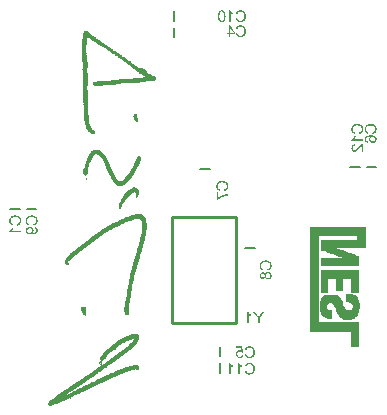
<source format=gbo>
%FSLAX24Y24*%
%MOIN*%
G70*
G01*
G75*
G04 Layer_Color=32896*
%ADD10C,0.0060*%
%ADD11C,0.0100*%
%ADD12C,0.0140*%
%ADD13C,0.0200*%
%ADD14R,0.0197X0.1417*%
%ADD15R,0.0433X0.0394*%
%ADD16R,0.0276X0.0571*%
%ADD17R,0.0394X0.0433*%
%ADD18R,0.0400X0.1000*%
G04:AMPARAMS|DCode=19|XSize=31.5mil|YSize=74.8mil|CornerRadius=0mil|HoleSize=0mil|Usage=FLASHONLY|Rotation=135.000|XOffset=0mil|YOffset=0mil|HoleType=Round|Shape=Round|*
%AMOVALD19*
21,1,0.0433,0.0315,0.0000,0.0000,225.0*
1,1,0.0315,0.0153,0.0153*
1,1,0.0315,-0.0153,-0.0153*
%
%ADD19OVALD19*%

G04:AMPARAMS|DCode=20|XSize=31.5mil|YSize=74.8mil|CornerRadius=0mil|HoleSize=0mil|Usage=FLASHONLY|Rotation=45.000|XOffset=0mil|YOffset=0mil|HoleType=Round|Shape=Round|*
%AMOVALD20*
21,1,0.0433,0.0315,0.0000,0.0000,135.0*
1,1,0.0315,0.0153,-0.0153*
1,1,0.0315,-0.0153,0.0153*
%
%ADD20OVALD20*%

G04:AMPARAMS|DCode=21|XSize=39.4mil|YSize=43.3mil|CornerRadius=0mil|HoleSize=0mil|Usage=FLASHONLY|Rotation=45.000|XOffset=0mil|YOffset=0mil|HoleType=Round|Shape=Rectangle|*
%AMROTATEDRECTD21*
4,1,4,0.0014,-0.0292,-0.0292,0.0014,-0.0014,0.0292,0.0292,-0.0014,0.0014,-0.0292,0.0*
%
%ADD21ROTATEDRECTD21*%

%ADD22C,0.0705*%
%ADD23R,0.0530X0.0530*%
%ADD24C,0.0530*%
%ADD25C,0.0240*%
%ADD26C,0.0400*%
%ADD27C,0.1500*%
%ADD28C,0.0400*%
G04:AMPARAMS|DCode=29|XSize=94mil|YSize=94mil|CornerRadius=0mil|HoleSize=0mil|Usage=FLASHONLY|Rotation=0.000|XOffset=0mil|YOffset=0mil|HoleType=Round|Shape=Relief|Width=8mil|Gap=10mil|Entries=4|*
%AMTHD29*
7,0,0,0.0940,0.0740,0.0080,45*
%
%ADD29THD29*%
%ADD30C,0.0780*%
%ADD31C,0.0594*%
G04:AMPARAMS|DCode=32|XSize=75.433mil|YSize=75.433mil|CornerRadius=0mil|HoleSize=0mil|Usage=FLASHONLY|Rotation=0.000|XOffset=0mil|YOffset=0mil|HoleType=Round|Shape=Relief|Width=8mil|Gap=10mil|Entries=4|*
%AMTHD32*
7,0,0,0.0754,0.0554,0.0080,45*
%
%ADD32THD32*%
%ADD33C,0.0320*%
%ADD34C,0.0440*%
%ADD35R,0.0669X0.0827*%
%ADD36C,0.0197*%
%ADD37C,0.0098*%
%ADD38C,0.0010*%
%ADD39C,0.0050*%
%ADD40C,0.0079*%
%ADD41R,0.0257X0.1477*%
%ADD42C,0.0765*%
%ADD43R,0.0729X0.0887*%
%ADD44C,0.0018*%
%ADD45C,0.0020*%
%ADD46C,0.0002*%
G36*
X10953Y8523D02*
X10949Y8514D01*
X10946Y8506D01*
X10941Y8498D01*
X10938Y8492D01*
X10935Y8487D01*
X10933Y8483D01*
X10932Y8483D01*
Y8482D01*
X10926Y8472D01*
X10920Y8463D01*
X10915Y8456D01*
X10909Y8449D01*
X10905Y8444D01*
X10902Y8440D01*
X10900Y8438D01*
X10899Y8437D01*
X11200D01*
Y8390D01*
X10814D01*
Y8421D01*
X10823Y8426D01*
X10833Y8432D01*
X10841Y8439D01*
X10850Y8446D01*
X10856Y8453D01*
X10861Y8458D01*
X10865Y8462D01*
X10865Y8462D01*
X10866Y8463D01*
X10875Y8474D01*
X10884Y8486D01*
X10892Y8497D01*
X10898Y8508D01*
X10903Y8517D01*
X10905Y8521D01*
X10907Y8525D01*
X10909Y8527D01*
X10910Y8529D01*
X10910Y8531D01*
Y8531D01*
X10957D01*
X10953Y8523D01*
D02*
G37*
G36*
X11200Y8021D02*
X11155D01*
Y8210D01*
X11146Y8204D01*
X11138Y8197D01*
X11134Y8194D01*
X11132Y8192D01*
X11130Y8191D01*
X11130Y8190D01*
X11127Y8187D01*
X11124Y8184D01*
X11117Y8177D01*
X11109Y8167D01*
X11101Y8159D01*
X11093Y8150D01*
X11087Y8143D01*
X11085Y8140D01*
X11083Y8137D01*
X11082Y8136D01*
X11081Y8136D01*
X11073Y8126D01*
X11066Y8118D01*
X11059Y8110D01*
X11053Y8103D01*
X11046Y8096D01*
X11041Y8091D01*
X11036Y8085D01*
X11031Y8080D01*
X11027Y8076D01*
X11023Y8073D01*
X11018Y8067D01*
X11015Y8064D01*
X11013Y8063D01*
X11004Y8056D01*
X10996Y8049D01*
X10988Y8043D01*
X10981Y8039D01*
X10975Y8036D01*
X10971Y8033D01*
X10968Y8032D01*
X10967Y8032D01*
X10958Y8028D01*
X10950Y8026D01*
X10943Y8024D01*
X10936Y8023D01*
X10930Y8022D01*
X10925Y8022D01*
X10921D01*
X10913Y8022D01*
X10905Y8023D01*
X10890Y8027D01*
X10877Y8032D01*
X10866Y8038D01*
X10857Y8044D01*
X10854Y8047D01*
X10850Y8049D01*
X10848Y8051D01*
X10846Y8053D01*
X10845Y8054D01*
X10845Y8054D01*
X10840Y8061D01*
X10834Y8067D01*
X10830Y8074D01*
X10827Y8082D01*
X10821Y8096D01*
X10818Y8111D01*
X10816Y8117D01*
X10816Y8123D01*
X10815Y8128D01*
X10814Y8133D01*
X10814Y8137D01*
Y8140D01*
Y8142D01*
Y8142D01*
X10814Y8152D01*
X10815Y8161D01*
X10819Y8179D01*
X10820Y8187D01*
X10823Y8194D01*
X10826Y8201D01*
X10828Y8206D01*
X10831Y8212D01*
X10833Y8216D01*
X10836Y8221D01*
X10838Y8224D01*
X10840Y8226D01*
X10841Y8228D01*
X10842Y8229D01*
X10843Y8230D01*
X10848Y8236D01*
X10854Y8240D01*
X10868Y8249D01*
X10881Y8256D01*
X10895Y8260D01*
X10906Y8264D01*
X10912Y8264D01*
X10916Y8266D01*
X10920Y8266D01*
X10923Y8267D01*
X10925D01*
X10930Y8218D01*
X10917Y8217D01*
X10906Y8215D01*
X10897Y8212D01*
X10889Y8208D01*
X10882Y8204D01*
X10878Y8201D01*
X10875Y8198D01*
X10874Y8198D01*
X10867Y8189D01*
X10862Y8181D01*
X10858Y8171D01*
X10855Y8163D01*
X10854Y8155D01*
X10854Y8149D01*
X10853Y8147D01*
Y8145D01*
Y8144D01*
Y8143D01*
X10854Y8132D01*
X10856Y8121D01*
X10859Y8112D01*
X10862Y8105D01*
X10867Y8099D01*
X10869Y8094D01*
X10872Y8092D01*
X10872Y8091D01*
X10880Y8084D01*
X10888Y8079D01*
X10896Y8075D01*
X10903Y8073D01*
X10910Y8071D01*
X10915Y8071D01*
X10919Y8070D01*
X10920D01*
X10930Y8071D01*
X10940Y8074D01*
X10950Y8077D01*
X10958Y8081D01*
X10966Y8085D01*
X10972Y8089D01*
X10974Y8090D01*
X10976Y8091D01*
X10977Y8092D01*
X10977D01*
X10983Y8097D01*
X10989Y8102D01*
X10996Y8108D01*
X11002Y8115D01*
X11016Y8129D01*
X11029Y8143D01*
X11040Y8156D01*
X11046Y8162D01*
X11050Y8167D01*
X11054Y8171D01*
X11056Y8174D01*
X11058Y8177D01*
X11058Y8177D01*
X11071Y8191D01*
X11082Y8204D01*
X11092Y8215D01*
X11100Y8223D01*
X11107Y8230D01*
X11112Y8235D01*
X11116Y8238D01*
X11116Y8239D01*
X11117D01*
X11126Y8247D01*
X11135Y8253D01*
X11144Y8259D01*
X11151Y8263D01*
X11158Y8266D01*
X11163Y8268D01*
X11167Y8270D01*
X11167Y8270D01*
X11168D01*
X11174Y8272D01*
X11180Y8274D01*
X11185Y8274D01*
X11189Y8275D01*
X11194Y8275D01*
X11200D01*
Y8021D01*
D02*
G37*
G36*
X6776Y12727D02*
X6782Y12717D01*
X6789Y12709D01*
X6796Y12700D01*
X6803Y12694D01*
X6808Y12689D01*
X6812Y12685D01*
X6812Y12685D01*
X6813Y12684D01*
X6824Y12675D01*
X6836Y12666D01*
X6847Y12658D01*
X6858Y12652D01*
X6867Y12647D01*
X6871Y12645D01*
X6875Y12643D01*
X6877Y12641D01*
X6879Y12640D01*
X6881Y12640D01*
X6881D01*
Y12593D01*
X6873Y12597D01*
X6864Y12601D01*
X6856Y12604D01*
X6848Y12609D01*
X6842Y12612D01*
X6837Y12615D01*
X6833Y12617D01*
X6833Y12618D01*
X6832D01*
X6822Y12624D01*
X6813Y12630D01*
X6806Y12635D01*
X6799Y12641D01*
X6794Y12645D01*
X6790Y12648D01*
X6788Y12650D01*
X6787Y12651D01*
Y12350D01*
X6740D01*
Y12736D01*
X6771D01*
X6776Y12727D01*
D02*
G37*
G36*
X11026Y8949D02*
X11044Y8947D01*
X11062Y8944D01*
X11070Y8942D01*
X11077Y8940D01*
X11084Y8938D01*
X11090Y8937D01*
X11095Y8935D01*
X11100Y8933D01*
X11103Y8932D01*
X11106Y8931D01*
X11108Y8930D01*
X11108D01*
X11125Y8922D01*
X11140Y8912D01*
X11153Y8903D01*
X11163Y8893D01*
X11171Y8884D01*
X11177Y8877D01*
X11178Y8875D01*
X11180Y8873D01*
X11181Y8872D01*
X11181Y8871D01*
X11186Y8863D01*
X11189Y8855D01*
X11196Y8839D01*
X11200Y8822D01*
X11204Y8806D01*
X11204Y8798D01*
X11205Y8791D01*
X11206Y8786D01*
Y8780D01*
X11206Y8776D01*
Y8773D01*
Y8770D01*
Y8770D01*
X11206Y8759D01*
X11205Y8748D01*
X11201Y8729D01*
X11199Y8720D01*
X11196Y8711D01*
X11193Y8704D01*
X11190Y8697D01*
X11187Y8690D01*
X11184Y8685D01*
X11181Y8680D01*
X11179Y8676D01*
X11177Y8673D01*
X11175Y8670D01*
X11174Y8669D01*
X11174Y8669D01*
X11167Y8661D01*
X11160Y8654D01*
X11145Y8642D01*
X11129Y8632D01*
X11113Y8624D01*
X11106Y8621D01*
X11100Y8618D01*
X11094Y8616D01*
X11089Y8614D01*
X11084Y8612D01*
X11081Y8611D01*
X11079Y8611D01*
X11078D01*
X11065Y8662D01*
X11082Y8666D01*
X11098Y8672D01*
X11110Y8679D01*
X11120Y8686D01*
X11128Y8692D01*
X11134Y8697D01*
X11137Y8701D01*
X11138Y8701D01*
X11139Y8702D01*
X11147Y8714D01*
X11153Y8725D01*
X11157Y8738D01*
X11160Y8749D01*
X11162Y8759D01*
X11163Y8763D01*
Y8767D01*
X11163Y8770D01*
Y8772D01*
Y8773D01*
Y8774D01*
X11163Y8787D01*
X11160Y8799D01*
X11157Y8810D01*
X11154Y8820D01*
X11151Y8828D01*
X11149Y8834D01*
X11147Y8837D01*
X11146Y8838D01*
X11146Y8839D01*
Y8839D01*
X11138Y8850D01*
X11129Y8859D01*
X11120Y8866D01*
X11111Y8873D01*
X11103Y8877D01*
X11096Y8880D01*
X11094Y8882D01*
X11092Y8883D01*
X11091Y8883D01*
X11091D01*
X11077Y8888D01*
X11062Y8892D01*
X11047Y8894D01*
X11034Y8896D01*
X11028Y8896D01*
X11023Y8897D01*
X11017D01*
X11013Y8897D01*
X11005D01*
X10991Y8897D01*
X10978Y8896D01*
X10965Y8894D01*
X10954Y8892D01*
X10945Y8889D01*
X10941Y8889D01*
X10938Y8887D01*
X10935Y8887D01*
X10933Y8886D01*
X10932Y8886D01*
X10931D01*
X10919Y8880D01*
X10907Y8874D01*
X10898Y8867D01*
X10889Y8860D01*
X10883Y8854D01*
X10878Y8849D01*
X10875Y8845D01*
X10874Y8845D01*
Y8844D01*
X10867Y8832D01*
X10862Y8820D01*
X10858Y8808D01*
X10855Y8796D01*
X10854Y8786D01*
X10853Y8782D01*
Y8777D01*
X10853Y8774D01*
Y8772D01*
Y8771D01*
Y8770D01*
X10853Y8756D01*
X10855Y8744D01*
X10858Y8733D01*
X10862Y8724D01*
X10866Y8717D01*
X10869Y8711D01*
X10871Y8708D01*
X10872Y8707D01*
X10880Y8697D01*
X10889Y8690D01*
X10900Y8683D01*
X10910Y8677D01*
X10919Y8673D01*
X10923Y8672D01*
X10926Y8670D01*
X10929Y8669D01*
X10931Y8668D01*
X10933Y8667D01*
X10933D01*
X10922Y8617D01*
X10903Y8624D01*
X10894Y8628D01*
X10886Y8632D01*
X10879Y8637D01*
X10872Y8642D01*
X10866Y8646D01*
X10860Y8650D01*
X10855Y8655D01*
X10851Y8659D01*
X10847Y8663D01*
X10844Y8666D01*
X10842Y8669D01*
X10840Y8670D01*
X10840Y8672D01*
X10839Y8672D01*
X10834Y8680D01*
X10829Y8687D01*
X10825Y8696D01*
X10821Y8704D01*
X10816Y8720D01*
X10813Y8735D01*
X10812Y8742D01*
X10811Y8749D01*
X10810Y8755D01*
X10810Y8759D01*
X10809Y8763D01*
Y8767D01*
Y8769D01*
Y8769D01*
X10810Y8788D01*
X10813Y8806D01*
X10817Y8821D01*
X10819Y8828D01*
X10821Y8835D01*
X10823Y8841D01*
X10825Y8846D01*
X10827Y8851D01*
X10829Y8855D01*
X10830Y8858D01*
X10831Y8860D01*
X10833Y8862D01*
Y8862D01*
X10842Y8877D01*
X10853Y8890D01*
X10864Y8901D01*
X10875Y8910D01*
X10885Y8918D01*
X10889Y8921D01*
X10893Y8923D01*
X10896Y8925D01*
X10899Y8926D01*
X10900Y8927D01*
X10900D01*
X10917Y8935D01*
X10936Y8941D01*
X10953Y8944D01*
X10970Y8947D01*
X10977Y8948D01*
X10984Y8949D01*
X10990Y8949D01*
X10995D01*
X10999Y8950D01*
X11005D01*
X11026Y8949D01*
D02*
G37*
G36*
X7438Y1540D02*
X7456Y1537D01*
X7471Y1533D01*
X7478Y1531D01*
X7485Y1529D01*
X7491Y1527D01*
X7496Y1525D01*
X7501Y1523D01*
X7505Y1521D01*
X7508Y1520D01*
X7510Y1519D01*
X7512Y1517D01*
X7512D01*
X7527Y1508D01*
X7540Y1497D01*
X7551Y1486D01*
X7560Y1475D01*
X7568Y1465D01*
X7571Y1461D01*
X7573Y1457D01*
X7575Y1454D01*
X7576Y1451D01*
X7577Y1450D01*
Y1450D01*
X7585Y1433D01*
X7591Y1414D01*
X7594Y1397D01*
X7597Y1380D01*
X7598Y1373D01*
X7599Y1366D01*
X7599Y1360D01*
Y1355D01*
X7600Y1351D01*
Y1348D01*
Y1345D01*
Y1345D01*
X7599Y1324D01*
X7597Y1306D01*
X7594Y1288D01*
X7592Y1280D01*
X7590Y1273D01*
X7588Y1266D01*
X7587Y1260D01*
X7585Y1255D01*
X7583Y1250D01*
X7582Y1247D01*
X7581Y1244D01*
X7580Y1242D01*
Y1242D01*
X7572Y1225D01*
X7562Y1210D01*
X7553Y1197D01*
X7543Y1187D01*
X7534Y1179D01*
X7527Y1173D01*
X7525Y1172D01*
X7523Y1170D01*
X7522Y1169D01*
X7521Y1169D01*
X7513Y1164D01*
X7505Y1161D01*
X7489Y1154D01*
X7472Y1150D01*
X7456Y1146D01*
X7448Y1146D01*
X7441Y1145D01*
X7436Y1144D01*
X7430D01*
X7426Y1144D01*
X7420D01*
X7409Y1144D01*
X7398Y1145D01*
X7379Y1149D01*
X7370Y1151D01*
X7361Y1154D01*
X7354Y1157D01*
X7347Y1160D01*
X7340Y1163D01*
X7335Y1166D01*
X7330Y1169D01*
X7326Y1171D01*
X7323Y1173D01*
X7320Y1175D01*
X7319Y1176D01*
X7319Y1176D01*
X7311Y1183D01*
X7304Y1190D01*
X7292Y1205D01*
X7282Y1221D01*
X7274Y1237D01*
X7271Y1244D01*
X7268Y1250D01*
X7266Y1256D01*
X7264Y1261D01*
X7262Y1266D01*
X7261Y1269D01*
X7261Y1271D01*
Y1272D01*
X7312Y1285D01*
X7316Y1268D01*
X7322Y1252D01*
X7329Y1240D01*
X7336Y1230D01*
X7342Y1222D01*
X7347Y1216D01*
X7351Y1213D01*
X7351Y1212D01*
X7352Y1211D01*
X7364Y1203D01*
X7375Y1197D01*
X7388Y1193D01*
X7399Y1190D01*
X7409Y1188D01*
X7413Y1187D01*
X7417D01*
X7420Y1187D01*
X7424D01*
X7437Y1187D01*
X7449Y1190D01*
X7460Y1193D01*
X7470Y1196D01*
X7478Y1199D01*
X7484Y1201D01*
X7487Y1203D01*
X7488Y1204D01*
X7489Y1204D01*
X7489D01*
X7500Y1212D01*
X7509Y1221D01*
X7516Y1230D01*
X7523Y1239D01*
X7527Y1247D01*
X7530Y1254D01*
X7532Y1256D01*
X7533Y1258D01*
X7533Y1259D01*
Y1259D01*
X7538Y1273D01*
X7541Y1288D01*
X7544Y1303D01*
X7546Y1316D01*
X7546Y1322D01*
X7547Y1327D01*
Y1333D01*
X7547Y1337D01*
Y1340D01*
Y1342D01*
Y1344D01*
Y1345D01*
X7547Y1359D01*
X7546Y1372D01*
X7544Y1385D01*
X7541Y1396D01*
X7539Y1405D01*
X7539Y1409D01*
X7537Y1412D01*
X7537Y1415D01*
X7536Y1417D01*
X7536Y1418D01*
Y1419D01*
X7530Y1431D01*
X7524Y1443D01*
X7517Y1452D01*
X7510Y1461D01*
X7504Y1467D01*
X7499Y1472D01*
X7495Y1475D01*
X7495Y1476D01*
X7494D01*
X7482Y1483D01*
X7470Y1488D01*
X7458Y1492D01*
X7446Y1495D01*
X7436Y1496D01*
X7432Y1497D01*
X7427D01*
X7424Y1497D01*
X7420D01*
X7406Y1497D01*
X7394Y1495D01*
X7383Y1492D01*
X7374Y1488D01*
X7367Y1484D01*
X7361Y1481D01*
X7358Y1479D01*
X7357Y1478D01*
X7347Y1470D01*
X7340Y1461D01*
X7333Y1450D01*
X7327Y1440D01*
X7323Y1431D01*
X7322Y1427D01*
X7320Y1424D01*
X7319Y1421D01*
X7318Y1419D01*
X7317Y1417D01*
Y1417D01*
X7267Y1428D01*
X7274Y1447D01*
X7278Y1456D01*
X7282Y1464D01*
X7287Y1471D01*
X7292Y1478D01*
X7296Y1484D01*
X7300Y1490D01*
X7305Y1495D01*
X7309Y1499D01*
X7313Y1503D01*
X7316Y1506D01*
X7319Y1508D01*
X7320Y1510D01*
X7322Y1510D01*
X7322Y1511D01*
X7330Y1516D01*
X7337Y1521D01*
X7346Y1525D01*
X7354Y1529D01*
X7370Y1534D01*
X7385Y1537D01*
X7392Y1538D01*
X7399Y1539D01*
X7405Y1540D01*
X7409Y1540D01*
X7413Y1541D01*
X7419D01*
X7438Y1540D01*
D02*
G37*
G36*
X11476Y8949D02*
X11494Y8947D01*
X11512Y8944D01*
X11520Y8942D01*
X11527Y8940D01*
X11534Y8938D01*
X11540Y8937D01*
X11545Y8935D01*
X11550Y8933D01*
X11553Y8932D01*
X11556Y8931D01*
X11558Y8930D01*
X11558D01*
X11575Y8922D01*
X11590Y8912D01*
X11603Y8903D01*
X11613Y8893D01*
X11621Y8884D01*
X11627Y8877D01*
X11628Y8875D01*
X11630Y8873D01*
X11631Y8872D01*
X11631Y8871D01*
X11636Y8863D01*
X11639Y8855D01*
X11646Y8839D01*
X11650Y8822D01*
X11654Y8806D01*
X11654Y8798D01*
X11655Y8791D01*
X11656Y8786D01*
Y8780D01*
X11656Y8776D01*
Y8773D01*
Y8770D01*
Y8770D01*
X11656Y8759D01*
X11655Y8748D01*
X11651Y8729D01*
X11649Y8720D01*
X11646Y8711D01*
X11643Y8704D01*
X11640Y8697D01*
X11637Y8690D01*
X11634Y8685D01*
X11631Y8680D01*
X11629Y8676D01*
X11627Y8673D01*
X11625Y8670D01*
X11624Y8669D01*
X11624Y8669D01*
X11617Y8661D01*
X11610Y8654D01*
X11595Y8642D01*
X11579Y8632D01*
X11563Y8624D01*
X11556Y8621D01*
X11550Y8618D01*
X11544Y8616D01*
X11539Y8614D01*
X11534Y8612D01*
X11531Y8611D01*
X11529Y8611D01*
X11528D01*
X11515Y8662D01*
X11532Y8666D01*
X11548Y8672D01*
X11560Y8679D01*
X11570Y8686D01*
X11578Y8692D01*
X11584Y8697D01*
X11587Y8701D01*
X11588Y8701D01*
X11589Y8702D01*
X11597Y8714D01*
X11603Y8725D01*
X11607Y8738D01*
X11610Y8749D01*
X11612Y8759D01*
X11613Y8763D01*
Y8767D01*
X11613Y8770D01*
Y8772D01*
Y8773D01*
Y8774D01*
X11613Y8787D01*
X11610Y8799D01*
X11607Y8810D01*
X11604Y8820D01*
X11601Y8828D01*
X11599Y8834D01*
X11597Y8837D01*
X11596Y8838D01*
X11596Y8839D01*
Y8839D01*
X11588Y8850D01*
X11579Y8859D01*
X11570Y8866D01*
X11561Y8873D01*
X11553Y8877D01*
X11546Y8880D01*
X11544Y8882D01*
X11542Y8883D01*
X11541Y8883D01*
X11541D01*
X11527Y8888D01*
X11512Y8892D01*
X11497Y8894D01*
X11484Y8896D01*
X11478Y8896D01*
X11473Y8897D01*
X11467D01*
X11463Y8897D01*
X11455D01*
X11441Y8897D01*
X11428Y8896D01*
X11415Y8894D01*
X11404Y8892D01*
X11395Y8889D01*
X11391Y8889D01*
X11388Y8887D01*
X11385Y8887D01*
X11383Y8886D01*
X11382Y8886D01*
X11381D01*
X11369Y8880D01*
X11357Y8874D01*
X11348Y8867D01*
X11339Y8860D01*
X11333Y8854D01*
X11328Y8849D01*
X11325Y8845D01*
X11324Y8845D01*
Y8844D01*
X11317Y8832D01*
X11312Y8820D01*
X11308Y8808D01*
X11305Y8796D01*
X11304Y8786D01*
X11303Y8782D01*
Y8777D01*
X11303Y8774D01*
Y8772D01*
Y8771D01*
Y8770D01*
X11303Y8756D01*
X11305Y8744D01*
X11308Y8733D01*
X11312Y8724D01*
X11316Y8717D01*
X11319Y8711D01*
X11321Y8708D01*
X11322Y8707D01*
X11330Y8697D01*
X11339Y8690D01*
X11350Y8683D01*
X11360Y8677D01*
X11369Y8673D01*
X11373Y8672D01*
X11376Y8670D01*
X11379Y8669D01*
X11381Y8668D01*
X11383Y8667D01*
X11383D01*
X11372Y8617D01*
X11353Y8624D01*
X11344Y8628D01*
X11336Y8632D01*
X11329Y8637D01*
X11322Y8642D01*
X11316Y8646D01*
X11310Y8650D01*
X11305Y8655D01*
X11301Y8659D01*
X11297Y8663D01*
X11294Y8666D01*
X11292Y8669D01*
X11290Y8670D01*
X11290Y8672D01*
X11289Y8672D01*
X11284Y8680D01*
X11279Y8687D01*
X11275Y8696D01*
X11272Y8704D01*
X11266Y8720D01*
X11263Y8735D01*
X11262Y8742D01*
X11261Y8749D01*
X11260Y8755D01*
X11260Y8759D01*
X11259Y8763D01*
Y8767D01*
Y8769D01*
Y8769D01*
X11260Y8788D01*
X11263Y8806D01*
X11267Y8821D01*
X11269Y8828D01*
X11271Y8835D01*
X11273Y8841D01*
X11275Y8846D01*
X11277Y8851D01*
X11279Y8855D01*
X11280Y8858D01*
X11281Y8860D01*
X11283Y8862D01*
Y8862D01*
X11292Y8877D01*
X11303Y8890D01*
X11314Y8901D01*
X11325Y8910D01*
X11335Y8918D01*
X11339Y8921D01*
X11343Y8923D01*
X11346Y8925D01*
X11349Y8926D01*
X11350Y8927D01*
X11350D01*
X11367Y8935D01*
X11386Y8941D01*
X11403Y8944D01*
X11420Y8947D01*
X11427Y8948D01*
X11434Y8949D01*
X11440Y8949D01*
X11445D01*
X11449Y8950D01*
X11455D01*
X11476Y8949D01*
D02*
G37*
G36*
X11489Y8569D02*
X11505Y8568D01*
X11521Y8566D01*
X11535Y8564D01*
X11548Y8561D01*
X11559Y8558D01*
X11570Y8555D01*
X11579Y8551D01*
X11587Y8548D01*
X11594Y8545D01*
X11600Y8542D01*
X11605Y8539D01*
X11608Y8536D01*
X11611Y8535D01*
X11613Y8533D01*
X11613Y8533D01*
X11621Y8526D01*
X11627Y8518D01*
X11633Y8510D01*
X11638Y8502D01*
X11642Y8494D01*
X11646Y8486D01*
X11649Y8478D01*
X11651Y8470D01*
X11653Y8463D01*
X11654Y8457D01*
X11655Y8451D01*
X11656Y8446D01*
Y8442D01*
X11656Y8439D01*
Y8437D01*
Y8436D01*
X11656Y8424D01*
X11654Y8412D01*
X11651Y8402D01*
X11648Y8393D01*
X11645Y8385D01*
X11642Y8380D01*
X11641Y8376D01*
X11640Y8375D01*
X11633Y8365D01*
X11625Y8357D01*
X11618Y8349D01*
X11610Y8343D01*
X11603Y8338D01*
X11598Y8335D01*
X11596Y8333D01*
X11594Y8332D01*
X11593Y8332D01*
X11593D01*
X11581Y8326D01*
X11569Y8322D01*
X11558Y8320D01*
X11548Y8318D01*
X11538Y8316D01*
X11535D01*
X11531Y8316D01*
X11525D01*
X11515Y8316D01*
X11506Y8317D01*
X11497Y8319D01*
X11488Y8321D01*
X11480Y8323D01*
X11473Y8326D01*
X11466Y8329D01*
X11460Y8332D01*
X11455Y8336D01*
X11450Y8339D01*
X11446Y8342D01*
X11442Y8344D01*
X11439Y8346D01*
X11438Y8348D01*
X11436Y8349D01*
X11436Y8349D01*
X11429Y8356D01*
X11424Y8362D01*
X11420Y8369D01*
X11415Y8376D01*
X11412Y8383D01*
X11410Y8390D01*
X11405Y8402D01*
X11403Y8413D01*
X11402Y8418D01*
X11401Y8422D01*
X11401Y8425D01*
Y8428D01*
Y8429D01*
Y8430D01*
X11401Y8440D01*
X11403Y8449D01*
X11405Y8458D01*
X11407Y8466D01*
X11410Y8472D01*
X11412Y8477D01*
X11413Y8480D01*
X11414Y8481D01*
X11419Y8490D01*
X11425Y8498D01*
X11431Y8505D01*
X11438Y8511D01*
X11444Y8517D01*
X11448Y8520D01*
X11451Y8522D01*
X11452Y8523D01*
X11442D01*
X11432Y8522D01*
X11422Y8522D01*
X11414Y8521D01*
X11406Y8520D01*
X11398Y8519D01*
X11392Y8518D01*
X11386Y8517D01*
X11381Y8515D01*
X11376Y8514D01*
X11372Y8513D01*
X11369Y8512D01*
X11367Y8511D01*
X11365Y8511D01*
X11364Y8510D01*
X11363D01*
X11352Y8505D01*
X11342Y8499D01*
X11334Y8493D01*
X11328Y8487D01*
X11322Y8483D01*
X11318Y8478D01*
X11316Y8476D01*
X11315Y8475D01*
X11311Y8468D01*
X11308Y8462D01*
X11305Y8455D01*
X11304Y8448D01*
X11303Y8443D01*
X11303Y8439D01*
Y8436D01*
Y8435D01*
X11303Y8425D01*
X11305Y8415D01*
X11309Y8407D01*
X11312Y8400D01*
X11317Y8395D01*
X11319Y8391D01*
X11322Y8388D01*
X11323Y8387D01*
X11328Y8383D01*
X11334Y8380D01*
X11348Y8374D01*
X11353Y8372D01*
X11358Y8370D01*
X11362Y8369D01*
X11363D01*
X11359Y8322D01*
X11343Y8325D01*
X11329Y8330D01*
X11318Y8336D01*
X11308Y8342D01*
X11300Y8348D01*
X11294Y8353D01*
X11291Y8356D01*
X11290Y8357D01*
Y8357D01*
X11285Y8363D01*
X11281Y8369D01*
X11275Y8381D01*
X11270Y8394D01*
X11267Y8405D01*
X11265Y8416D01*
X11264Y8421D01*
Y8424D01*
X11264Y8428D01*
Y8430D01*
Y8431D01*
Y8432D01*
X11264Y8443D01*
X11266Y8453D01*
X11268Y8463D01*
X11271Y8473D01*
X11274Y8481D01*
X11278Y8489D01*
X11282Y8497D01*
X11286Y8503D01*
X11290Y8509D01*
X11294Y8514D01*
X11298Y8518D01*
X11301Y8522D01*
X11304Y8525D01*
X11307Y8527D01*
X11308Y8528D01*
X11308Y8529D01*
X11318Y8536D01*
X11330Y8542D01*
X11342Y8548D01*
X11355Y8552D01*
X11368Y8556D01*
X11381Y8560D01*
X11395Y8563D01*
X11408Y8564D01*
X11421Y8566D01*
X11432Y8567D01*
X11443Y8569D01*
X11452Y8569D01*
X11460Y8570D01*
X11470D01*
X11489Y8569D01*
D02*
G37*
G36*
X7076Y977D02*
X7082Y967D01*
X7089Y959D01*
X7096Y950D01*
X7103Y944D01*
X7108Y939D01*
X7112Y935D01*
X7112Y935D01*
X7113Y934D01*
X7124Y925D01*
X7136Y916D01*
X7147Y908D01*
X7158Y902D01*
X7167Y897D01*
X7171Y895D01*
X7175Y893D01*
X7177Y891D01*
X7179Y890D01*
X7181Y890D01*
X7181D01*
Y843D01*
X7173Y847D01*
X7164Y851D01*
X7156Y854D01*
X7148Y859D01*
X7142Y862D01*
X7137Y865D01*
X7133Y867D01*
X7133Y868D01*
X7132D01*
X7122Y874D01*
X7113Y880D01*
X7106Y885D01*
X7099Y891D01*
X7094Y895D01*
X7090Y898D01*
X7088Y900D01*
X7087Y901D01*
Y600D01*
X7040D01*
Y986D01*
X7071D01*
X7076Y977D01*
D02*
G37*
G36*
X6777D02*
X6784Y967D01*
X6791Y959D01*
X6798Y950D01*
X6804Y944D01*
X6810Y939D01*
X6813Y935D01*
X6814Y935D01*
X6814Y934D01*
X6825Y925D01*
X6837Y916D01*
X6849Y908D01*
X6859Y902D01*
X6869Y897D01*
X6873Y895D01*
X6876Y893D01*
X6879Y891D01*
X6881Y890D01*
X6882Y890D01*
X6883D01*
Y843D01*
X6875Y847D01*
X6866Y851D01*
X6858Y854D01*
X6850Y859D01*
X6844Y862D01*
X6838Y865D01*
X6835Y867D01*
X6834Y868D01*
X6834D01*
X6824Y874D01*
X6815Y880D01*
X6807Y885D01*
X6801Y891D01*
X6796Y895D01*
X6792Y898D01*
X6789Y900D01*
X6789Y901D01*
Y600D01*
X6741D01*
Y986D01*
X6772D01*
X6777Y977D01*
D02*
G37*
G36*
X7438Y990D02*
X7456Y987D01*
X7471Y983D01*
X7478Y981D01*
X7485Y979D01*
X7491Y977D01*
X7496Y975D01*
X7501Y973D01*
X7505Y971D01*
X7508Y970D01*
X7510Y969D01*
X7512Y967D01*
X7512D01*
X7527Y958D01*
X7540Y947D01*
X7551Y936D01*
X7560Y925D01*
X7568Y915D01*
X7571Y911D01*
X7573Y907D01*
X7575Y904D01*
X7576Y901D01*
X7577Y900D01*
Y900D01*
X7585Y883D01*
X7591Y864D01*
X7594Y847D01*
X7597Y830D01*
X7598Y823D01*
X7599Y816D01*
X7599Y810D01*
Y805D01*
X7600Y801D01*
Y798D01*
Y795D01*
Y795D01*
X7599Y774D01*
X7597Y756D01*
X7594Y738D01*
X7592Y730D01*
X7590Y723D01*
X7588Y716D01*
X7587Y710D01*
X7585Y705D01*
X7583Y700D01*
X7582Y697D01*
X7581Y694D01*
X7580Y692D01*
Y692D01*
X7572Y675D01*
X7562Y660D01*
X7553Y647D01*
X7543Y637D01*
X7534Y629D01*
X7527Y623D01*
X7525Y622D01*
X7523Y620D01*
X7522Y619D01*
X7521Y619D01*
X7513Y614D01*
X7505Y611D01*
X7489Y604D01*
X7472Y600D01*
X7456Y596D01*
X7448Y596D01*
X7441Y595D01*
X7436Y594D01*
X7430D01*
X7426Y594D01*
X7420D01*
X7409Y594D01*
X7398Y595D01*
X7379Y599D01*
X7370Y601D01*
X7361Y604D01*
X7354Y607D01*
X7347Y610D01*
X7340Y613D01*
X7335Y616D01*
X7330Y619D01*
X7326Y621D01*
X7323Y623D01*
X7320Y625D01*
X7319Y626D01*
X7319Y626D01*
X7311Y633D01*
X7304Y640D01*
X7292Y655D01*
X7282Y671D01*
X7274Y687D01*
X7271Y694D01*
X7268Y700D01*
X7266Y706D01*
X7264Y711D01*
X7262Y716D01*
X7261Y719D01*
X7261Y721D01*
Y722D01*
X7312Y735D01*
X7316Y718D01*
X7322Y702D01*
X7329Y690D01*
X7336Y680D01*
X7342Y672D01*
X7347Y666D01*
X7351Y663D01*
X7351Y662D01*
X7352Y661D01*
X7364Y653D01*
X7375Y647D01*
X7388Y643D01*
X7399Y640D01*
X7409Y638D01*
X7413Y637D01*
X7417D01*
X7420Y637D01*
X7424D01*
X7437Y637D01*
X7449Y640D01*
X7460Y643D01*
X7470Y646D01*
X7478Y649D01*
X7484Y651D01*
X7487Y653D01*
X7488Y654D01*
X7489Y654D01*
X7489D01*
X7500Y662D01*
X7509Y671D01*
X7516Y680D01*
X7523Y689D01*
X7527Y697D01*
X7530Y704D01*
X7532Y706D01*
X7533Y708D01*
X7533Y709D01*
Y709D01*
X7538Y723D01*
X7541Y738D01*
X7544Y753D01*
X7546Y766D01*
X7546Y772D01*
X7547Y777D01*
Y783D01*
X7547Y787D01*
Y790D01*
Y792D01*
Y794D01*
Y795D01*
X7547Y809D01*
X7546Y822D01*
X7544Y835D01*
X7541Y846D01*
X7539Y855D01*
X7539Y859D01*
X7537Y862D01*
X7537Y865D01*
X7536Y867D01*
X7536Y868D01*
Y869D01*
X7530Y881D01*
X7524Y893D01*
X7517Y902D01*
X7510Y911D01*
X7504Y917D01*
X7499Y922D01*
X7495Y925D01*
X7495Y926D01*
X7494D01*
X7482Y933D01*
X7470Y938D01*
X7458Y942D01*
X7446Y945D01*
X7436Y946D01*
X7432Y947D01*
X7427D01*
X7424Y947D01*
X7420D01*
X7406Y947D01*
X7394Y945D01*
X7383Y942D01*
X7374Y938D01*
X7367Y934D01*
X7361Y931D01*
X7358Y929D01*
X7357Y928D01*
X7347Y920D01*
X7340Y911D01*
X7333Y900D01*
X7327Y890D01*
X7323Y881D01*
X7322Y877D01*
X7320Y874D01*
X7319Y871D01*
X7318Y869D01*
X7317Y867D01*
Y867D01*
X7267Y878D01*
X7274Y897D01*
X7278Y906D01*
X7282Y914D01*
X7287Y921D01*
X7292Y928D01*
X7296Y934D01*
X7300Y940D01*
X7305Y945D01*
X7309Y949D01*
X7313Y953D01*
X7316Y956D01*
X7319Y958D01*
X7320Y960D01*
X7322Y960D01*
X7322Y961D01*
X7330Y966D01*
X7337Y971D01*
X7346Y975D01*
X7354Y979D01*
X7370Y984D01*
X7385Y987D01*
X7392Y988D01*
X7399Y989D01*
X7405Y990D01*
X7409Y990D01*
X7413Y991D01*
X7419D01*
X7438Y990D01*
D02*
G37*
G36*
X104Y5517D02*
X114Y5516D01*
X123Y5514D01*
X132Y5512D01*
X140Y5510D01*
X148Y5507D01*
X155Y5504D01*
X160Y5501D01*
X166Y5498D01*
X171Y5495D01*
X175Y5492D01*
X179Y5490D01*
X182Y5488D01*
X183Y5486D01*
X184Y5485D01*
X185Y5485D01*
X191Y5478D01*
X196Y5472D01*
X201Y5465D01*
X205Y5458D01*
X208Y5451D01*
X211Y5445D01*
X215Y5432D01*
X218Y5421D01*
X218Y5416D01*
X219Y5412D01*
X220Y5409D01*
Y5406D01*
Y5405D01*
Y5404D01*
X219Y5393D01*
X217Y5383D01*
X215Y5375D01*
X213Y5367D01*
X210Y5361D01*
X208Y5355D01*
X207Y5352D01*
X206Y5351D01*
X200Y5343D01*
X194Y5335D01*
X188Y5328D01*
X182Y5323D01*
X177Y5318D01*
X173Y5315D01*
X170Y5313D01*
X169Y5312D01*
X190D01*
X200Y5313D01*
X210Y5314D01*
X218Y5316D01*
X226Y5317D01*
X232Y5318D01*
X234Y5319D01*
X235D01*
X236Y5319D01*
X237D01*
X246Y5322D01*
X255Y5325D01*
X263Y5328D01*
X269Y5330D01*
X275Y5333D01*
X279Y5335D01*
X281Y5336D01*
X282Y5337D01*
X287Y5341D01*
X293Y5345D01*
X297Y5350D01*
X301Y5354D01*
X304Y5358D01*
X306Y5361D01*
X307Y5363D01*
X308Y5364D01*
X311Y5370D01*
X314Y5376D01*
X315Y5383D01*
X317Y5389D01*
X317Y5394D01*
X318Y5398D01*
Y5400D01*
Y5402D01*
X317Y5411D01*
X315Y5419D01*
X313Y5426D01*
X311Y5432D01*
X308Y5437D01*
X306Y5441D01*
X304Y5443D01*
X304Y5444D01*
X298Y5450D01*
X290Y5454D01*
X283Y5458D01*
X275Y5461D01*
X269Y5463D01*
X263Y5464D01*
X260Y5465D01*
X259Y5465D01*
X258D01*
X261Y5510D01*
X277Y5507D01*
X291Y5503D01*
X304Y5498D01*
X314Y5492D01*
X321Y5486D01*
X327Y5481D01*
X331Y5478D01*
X331Y5477D01*
X332Y5476D01*
X340Y5465D01*
X346Y5453D01*
X351Y5441D01*
X354Y5429D01*
X355Y5419D01*
X356Y5414D01*
Y5410D01*
X356Y5407D01*
Y5405D01*
Y5403D01*
Y5403D01*
X355Y5388D01*
X353Y5373D01*
X349Y5361D01*
X345Y5350D01*
X341Y5341D01*
X339Y5337D01*
X338Y5334D01*
X336Y5331D01*
X335Y5330D01*
X334Y5329D01*
Y5328D01*
X325Y5317D01*
X314Y5308D01*
X303Y5300D01*
X292Y5293D01*
X283Y5288D01*
X279Y5286D01*
X275Y5284D01*
X272Y5283D01*
X269Y5282D01*
X268Y5281D01*
X268D01*
X259Y5278D01*
X250Y5276D01*
X231Y5272D01*
X211Y5269D01*
X192Y5266D01*
X183Y5266D01*
X176Y5265D01*
X168D01*
X162Y5265D01*
X137D01*
X125Y5265D01*
X114Y5266D01*
X103Y5267D01*
X94Y5268D01*
X85Y5270D01*
X77Y5271D01*
X70Y5273D01*
X63Y5275D01*
X58Y5276D01*
X53Y5277D01*
X49Y5279D01*
X46Y5279D01*
X44Y5280D01*
X43Y5281D01*
X42D01*
X29Y5288D01*
X17Y5295D01*
X8Y5303D01*
X-1Y5311D01*
X-7Y5318D01*
X-12Y5323D01*
X-13Y5326D01*
X-14Y5327D01*
X-16Y5328D01*
Y5328D01*
X-23Y5340D01*
X-27Y5352D01*
X-31Y5364D01*
X-34Y5374D01*
X-35Y5383D01*
X-36Y5388D01*
Y5390D01*
X-36Y5393D01*
Y5395D01*
Y5396D01*
Y5397D01*
X-36Y5406D01*
X-34Y5416D01*
X-33Y5424D01*
X-31Y5433D01*
X-25Y5447D01*
X-21Y5454D01*
X-19Y5459D01*
X-15Y5465D01*
X-12Y5470D01*
X-9Y5474D01*
X-6Y5477D01*
X-4Y5480D01*
X-2Y5482D01*
X-1Y5483D01*
X-0Y5483D01*
X7Y5489D01*
X14Y5495D01*
X21Y5499D01*
X29Y5503D01*
X37Y5506D01*
X45Y5509D01*
X60Y5513D01*
X67Y5514D01*
X73Y5516D01*
X79Y5516D01*
X84Y5517D01*
X88Y5517D01*
X94D01*
X104Y5517D01*
D02*
G37*
G36*
X7138Y12740D02*
X7156Y12737D01*
X7171Y12733D01*
X7178Y12731D01*
X7185Y12729D01*
X7191Y12727D01*
X7196Y12725D01*
X7201Y12723D01*
X7205Y12721D01*
X7208Y12720D01*
X7210Y12719D01*
X7212Y12717D01*
X7212D01*
X7227Y12708D01*
X7240Y12697D01*
X7251Y12686D01*
X7260Y12675D01*
X7268Y12665D01*
X7271Y12661D01*
X7273Y12657D01*
X7275Y12654D01*
X7276Y12651D01*
X7277Y12650D01*
Y12650D01*
X7285Y12633D01*
X7291Y12614D01*
X7294Y12597D01*
X7297Y12580D01*
X7298Y12573D01*
X7299Y12566D01*
X7299Y12560D01*
Y12555D01*
X7300Y12551D01*
Y12548D01*
Y12545D01*
Y12545D01*
X7299Y12524D01*
X7297Y12506D01*
X7294Y12488D01*
X7292Y12480D01*
X7290Y12473D01*
X7288Y12466D01*
X7287Y12460D01*
X7285Y12455D01*
X7283Y12450D01*
X7282Y12447D01*
X7281Y12444D01*
X7280Y12442D01*
Y12442D01*
X7272Y12425D01*
X7262Y12410D01*
X7253Y12397D01*
X7243Y12387D01*
X7234Y12379D01*
X7227Y12373D01*
X7225Y12372D01*
X7223Y12370D01*
X7222Y12369D01*
X7221Y12369D01*
X7213Y12364D01*
X7205Y12361D01*
X7189Y12354D01*
X7172Y12350D01*
X7156Y12346D01*
X7148Y12346D01*
X7141Y12345D01*
X7136Y12344D01*
X7130D01*
X7126Y12344D01*
X7120D01*
X7109Y12344D01*
X7098Y12345D01*
X7079Y12349D01*
X7070Y12351D01*
X7061Y12354D01*
X7054Y12357D01*
X7047Y12360D01*
X7040Y12363D01*
X7035Y12366D01*
X7030Y12369D01*
X7026Y12371D01*
X7023Y12373D01*
X7020Y12375D01*
X7019Y12376D01*
X7019Y12376D01*
X7011Y12383D01*
X7004Y12390D01*
X6992Y12405D01*
X6982Y12421D01*
X6974Y12437D01*
X6971Y12444D01*
X6968Y12450D01*
X6966Y12456D01*
X6964Y12461D01*
X6962Y12466D01*
X6961Y12469D01*
X6961Y12471D01*
Y12472D01*
X7012Y12485D01*
X7016Y12468D01*
X7022Y12452D01*
X7029Y12440D01*
X7036Y12430D01*
X7042Y12422D01*
X7047Y12416D01*
X7051Y12413D01*
X7051Y12412D01*
X7052Y12411D01*
X7064Y12403D01*
X7075Y12397D01*
X7088Y12393D01*
X7099Y12390D01*
X7109Y12388D01*
X7113Y12387D01*
X7117D01*
X7120Y12387D01*
X7124D01*
X7137Y12387D01*
X7149Y12390D01*
X7160Y12393D01*
X7170Y12396D01*
X7178Y12399D01*
X7184Y12401D01*
X7187Y12403D01*
X7188Y12404D01*
X7189Y12404D01*
X7189D01*
X7200Y12412D01*
X7209Y12421D01*
X7216Y12430D01*
X7223Y12439D01*
X7227Y12447D01*
X7230Y12454D01*
X7232Y12456D01*
X7233Y12458D01*
X7233Y12459D01*
Y12459D01*
X7238Y12473D01*
X7242Y12488D01*
X7244Y12503D01*
X7246Y12516D01*
X7246Y12522D01*
X7247Y12527D01*
Y12533D01*
X7247Y12537D01*
Y12540D01*
Y12542D01*
Y12544D01*
Y12545D01*
X7247Y12559D01*
X7246Y12572D01*
X7244Y12585D01*
X7242Y12596D01*
X7239Y12605D01*
X7239Y12609D01*
X7237Y12612D01*
X7237Y12615D01*
X7236Y12617D01*
X7236Y12618D01*
Y12619D01*
X7230Y12631D01*
X7224Y12643D01*
X7217Y12652D01*
X7210Y12661D01*
X7204Y12667D01*
X7199Y12672D01*
X7195Y12675D01*
X7195Y12676D01*
X7194D01*
X7182Y12683D01*
X7170Y12688D01*
X7158Y12692D01*
X7146Y12695D01*
X7136Y12696D01*
X7132Y12697D01*
X7127D01*
X7125Y12697D01*
X7120D01*
X7106Y12697D01*
X7094Y12695D01*
X7083Y12692D01*
X7074Y12688D01*
X7067Y12684D01*
X7061Y12681D01*
X7058Y12679D01*
X7057Y12678D01*
X7047Y12670D01*
X7040Y12661D01*
X7033Y12650D01*
X7027Y12640D01*
X7023Y12631D01*
X7022Y12627D01*
X7020Y12624D01*
X7019Y12621D01*
X7018Y12619D01*
X7017Y12617D01*
Y12617D01*
X6967Y12628D01*
X6974Y12647D01*
X6978Y12656D01*
X6982Y12664D01*
X6987Y12671D01*
X6992Y12678D01*
X6996Y12684D01*
X7000Y12690D01*
X7005Y12695D01*
X7009Y12699D01*
X7013Y12703D01*
X7016Y12706D01*
X7019Y12708D01*
X7020Y12710D01*
X7022Y12710D01*
X7022Y12711D01*
X7030Y12716D01*
X7037Y12721D01*
X7046Y12725D01*
X7054Y12729D01*
X7070Y12734D01*
X7085Y12737D01*
X7092Y12738D01*
X7099Y12739D01*
X7105Y12740D01*
X7109Y12740D01*
X7113Y12741D01*
X7119D01*
X7138Y12740D01*
D02*
G37*
G36*
X6509Y12735D02*
X6523Y12733D01*
X6535Y12729D01*
X6545Y12725D01*
X6553Y12720D01*
X6559Y12717D01*
X6561Y12716D01*
X6563Y12714D01*
X6563Y12713D01*
X6564D01*
X6574Y12704D01*
X6582Y12694D01*
X6589Y12683D01*
X6595Y12673D01*
X6600Y12664D01*
X6602Y12659D01*
X6603Y12656D01*
X6604Y12653D01*
X6605Y12651D01*
X6606Y12650D01*
Y12649D01*
X6608Y12641D01*
X6610Y12633D01*
X6613Y12614D01*
X6616Y12596D01*
X6617Y12579D01*
X6618Y12571D01*
X6618Y12563D01*
Y12557D01*
X6619Y12551D01*
Y12546D01*
Y12542D01*
Y12540D01*
Y12540D01*
X6618Y12520D01*
X6617Y12502D01*
X6616Y12485D01*
X6613Y12469D01*
X6610Y12455D01*
X6607Y12442D01*
X6604Y12431D01*
X6600Y12421D01*
X6597Y12411D01*
X6593Y12404D01*
X6590Y12397D01*
X6587Y12392D01*
X6585Y12388D01*
X6583Y12385D01*
X6582Y12383D01*
X6582Y12383D01*
X6575Y12376D01*
X6569Y12370D01*
X6562Y12365D01*
X6554Y12360D01*
X6547Y12356D01*
X6539Y12353D01*
X6525Y12348D01*
X6519Y12347D01*
X6513Y12346D01*
X6508Y12345D01*
X6503Y12344D01*
X6499Y12344D01*
X6494D01*
X6479Y12345D01*
X6465Y12347D01*
X6454Y12351D01*
X6443Y12355D01*
X6435Y12359D01*
X6429Y12362D01*
X6427Y12364D01*
X6425Y12365D01*
X6425Y12366D01*
X6424D01*
X6414Y12375D01*
X6406Y12386D01*
X6399Y12396D01*
X6393Y12407D01*
X6389Y12416D01*
X6387Y12420D01*
X6385Y12423D01*
X6384Y12426D01*
X6383Y12428D01*
X6383Y12430D01*
Y12430D01*
X6380Y12438D01*
X6378Y12447D01*
X6375Y12465D01*
X6372Y12483D01*
X6370Y12500D01*
X6370Y12509D01*
X6369Y12516D01*
Y12523D01*
X6369Y12528D01*
Y12533D01*
Y12537D01*
Y12539D01*
Y12540D01*
X6369Y12560D01*
Y12569D01*
X6370Y12578D01*
X6370Y12586D01*
X6372Y12593D01*
X6372Y12600D01*
X6373Y12606D01*
X6374Y12611D01*
X6375Y12617D01*
X6375Y12621D01*
X6376Y12624D01*
X6377Y12627D01*
Y12628D01*
X6377Y12630D01*
Y12630D01*
X6381Y12643D01*
X6385Y12654D01*
X6389Y12664D01*
X6393Y12672D01*
X6396Y12678D01*
X6399Y12683D01*
X6401Y12686D01*
X6401Y12688D01*
X6407Y12696D01*
X6414Y12703D01*
X6420Y12709D01*
X6426Y12714D01*
X6432Y12718D01*
X6436Y12721D01*
X6439Y12723D01*
X6440Y12723D01*
X6449Y12727D01*
X6458Y12731D01*
X6468Y12733D01*
X6476Y12734D01*
X6483Y12736D01*
X6489Y12736D01*
X6494D01*
X6509Y12735D01*
D02*
G37*
G36*
X176Y5899D02*
X194Y5897D01*
X212Y5894D01*
X220Y5892D01*
X227Y5890D01*
X234Y5888D01*
X240Y5887D01*
X245Y5885D01*
X250Y5883D01*
X253Y5882D01*
X256Y5881D01*
X258Y5880D01*
X258D01*
X275Y5872D01*
X290Y5862D01*
X303Y5853D01*
X313Y5843D01*
X321Y5834D01*
X327Y5827D01*
X328Y5825D01*
X330Y5823D01*
X331Y5822D01*
X331Y5821D01*
X336Y5813D01*
X339Y5805D01*
X346Y5789D01*
X350Y5772D01*
X354Y5756D01*
X354Y5748D01*
X355Y5741D01*
X356Y5736D01*
Y5730D01*
X356Y5726D01*
Y5723D01*
Y5720D01*
Y5720D01*
X356Y5709D01*
X355Y5698D01*
X351Y5679D01*
X349Y5670D01*
X346Y5661D01*
X343Y5654D01*
X340Y5647D01*
X337Y5640D01*
X334Y5635D01*
X331Y5630D01*
X329Y5626D01*
X327Y5623D01*
X325Y5620D01*
X324Y5619D01*
X324Y5619D01*
X317Y5611D01*
X310Y5604D01*
X295Y5592D01*
X279Y5582D01*
X263Y5574D01*
X256Y5571D01*
X250Y5568D01*
X244Y5566D01*
X239Y5564D01*
X234Y5562D01*
X231Y5561D01*
X229Y5561D01*
X228D01*
X215Y5612D01*
X232Y5616D01*
X248Y5622D01*
X260Y5629D01*
X270Y5636D01*
X278Y5642D01*
X284Y5647D01*
X287Y5651D01*
X288Y5651D01*
X289Y5652D01*
X297Y5664D01*
X303Y5675D01*
X307Y5688D01*
X310Y5699D01*
X312Y5709D01*
X313Y5713D01*
Y5717D01*
X313Y5720D01*
Y5722D01*
Y5723D01*
Y5724D01*
X313Y5737D01*
X310Y5749D01*
X307Y5760D01*
X304Y5770D01*
X301Y5778D01*
X299Y5784D01*
X297Y5787D01*
X296Y5788D01*
X296Y5789D01*
Y5789D01*
X288Y5800D01*
X279Y5809D01*
X270Y5816D01*
X261Y5823D01*
X253Y5827D01*
X246Y5830D01*
X244Y5832D01*
X242Y5833D01*
X241Y5833D01*
X241D01*
X227Y5838D01*
X212Y5842D01*
X197Y5844D01*
X184Y5846D01*
X178Y5846D01*
X173Y5847D01*
X167D01*
X163Y5847D01*
X155D01*
X141Y5847D01*
X128Y5846D01*
X115Y5844D01*
X104Y5842D01*
X95Y5839D01*
X91Y5839D01*
X88Y5837D01*
X85Y5837D01*
X83Y5836D01*
X82Y5836D01*
X81D01*
X69Y5830D01*
X57Y5824D01*
X48Y5817D01*
X39Y5810D01*
X33Y5804D01*
X28Y5799D01*
X25Y5795D01*
X24Y5795D01*
Y5794D01*
X17Y5782D01*
X12Y5770D01*
X8Y5758D01*
X5Y5746D01*
X4Y5736D01*
X3Y5732D01*
Y5727D01*
X3Y5724D01*
Y5722D01*
Y5721D01*
Y5720D01*
X3Y5706D01*
X5Y5694D01*
X8Y5683D01*
X12Y5674D01*
X16Y5667D01*
X19Y5661D01*
X21Y5658D01*
X22Y5657D01*
X30Y5647D01*
X39Y5640D01*
X50Y5633D01*
X60Y5627D01*
X69Y5623D01*
X73Y5622D01*
X76Y5620D01*
X79Y5619D01*
X81Y5618D01*
X83Y5617D01*
X83D01*
X72Y5567D01*
X53Y5574D01*
X44Y5578D01*
X36Y5582D01*
X29Y5587D01*
X22Y5592D01*
X16Y5596D01*
X10Y5600D01*
X5Y5605D01*
X1Y5609D01*
X-3Y5613D01*
X-6Y5616D01*
X-8Y5619D01*
X-10Y5620D01*
X-10Y5622D01*
X-11Y5622D01*
X-16Y5630D01*
X-21Y5637D01*
X-25Y5646D01*
X-28Y5654D01*
X-34Y5670D01*
X-37Y5685D01*
X-38Y5692D01*
X-39Y5699D01*
X-40Y5705D01*
X-40Y5709D01*
X-41Y5713D01*
Y5717D01*
Y5719D01*
Y5719D01*
X-40Y5738D01*
X-37Y5756D01*
X-33Y5771D01*
X-31Y5778D01*
X-29Y5785D01*
X-27Y5791D01*
X-25Y5796D01*
X-23Y5801D01*
X-21Y5805D01*
X-20Y5808D01*
X-19Y5810D01*
X-17Y5812D01*
Y5812D01*
X-8Y5827D01*
X3Y5840D01*
X14Y5851D01*
X25Y5860D01*
X35Y5868D01*
X39Y5871D01*
X43Y5873D01*
X46Y5875D01*
X49Y5876D01*
X50Y5877D01*
X50D01*
X67Y5885D01*
X86Y5891D01*
X103Y5894D01*
X120Y5897D01*
X127Y5898D01*
X134Y5899D01*
X140Y5899D01*
X145D01*
X149Y5900D01*
X155D01*
X176Y5899D01*
D02*
G37*
G36*
X6526Y7049D02*
X6544Y7047D01*
X6562Y7044D01*
X6570Y7042D01*
X6577Y7040D01*
X6584Y7038D01*
X6590Y7037D01*
X6595Y7035D01*
X6600Y7033D01*
X6603Y7032D01*
X6606Y7031D01*
X6608Y7030D01*
X6608D01*
X6625Y7022D01*
X6640Y7012D01*
X6653Y7003D01*
X6663Y6993D01*
X6671Y6984D01*
X6677Y6977D01*
X6678Y6975D01*
X6680Y6973D01*
X6681Y6972D01*
X6681Y6971D01*
X6686Y6963D01*
X6689Y6955D01*
X6696Y6939D01*
X6700Y6922D01*
X6704Y6906D01*
X6704Y6898D01*
X6705Y6891D01*
X6706Y6886D01*
Y6880D01*
X6706Y6876D01*
Y6873D01*
Y6870D01*
Y6870D01*
X6706Y6859D01*
X6705Y6848D01*
X6701Y6829D01*
X6699Y6820D01*
X6696Y6811D01*
X6693Y6804D01*
X6690Y6797D01*
X6687Y6790D01*
X6684Y6785D01*
X6681Y6780D01*
X6679Y6776D01*
X6677Y6773D01*
X6675Y6770D01*
X6674Y6769D01*
X6674Y6769D01*
X6667Y6761D01*
X6660Y6754D01*
X6645Y6742D01*
X6629Y6732D01*
X6613Y6724D01*
X6606Y6721D01*
X6600Y6718D01*
X6594Y6716D01*
X6589Y6714D01*
X6584Y6712D01*
X6581Y6711D01*
X6579Y6711D01*
X6578D01*
X6565Y6762D01*
X6582Y6766D01*
X6598Y6772D01*
X6610Y6779D01*
X6620Y6786D01*
X6628Y6792D01*
X6634Y6797D01*
X6637Y6801D01*
X6638Y6801D01*
X6639Y6802D01*
X6647Y6814D01*
X6653Y6825D01*
X6657Y6838D01*
X6660Y6849D01*
X6662Y6859D01*
X6663Y6863D01*
Y6867D01*
X6663Y6870D01*
Y6872D01*
Y6873D01*
Y6874D01*
X6663Y6887D01*
X6660Y6899D01*
X6657Y6910D01*
X6654Y6920D01*
X6651Y6928D01*
X6649Y6934D01*
X6647Y6937D01*
X6646Y6938D01*
X6646Y6939D01*
Y6939D01*
X6638Y6950D01*
X6629Y6959D01*
X6620Y6966D01*
X6611Y6973D01*
X6603Y6977D01*
X6596Y6980D01*
X6594Y6982D01*
X6592Y6983D01*
X6591Y6983D01*
X6591D01*
X6577Y6988D01*
X6562Y6992D01*
X6547Y6994D01*
X6534Y6996D01*
X6528Y6996D01*
X6523Y6997D01*
X6517D01*
X6513Y6997D01*
X6505D01*
X6491Y6997D01*
X6478Y6996D01*
X6465Y6994D01*
X6454Y6992D01*
X6445Y6989D01*
X6441Y6989D01*
X6438Y6987D01*
X6435Y6987D01*
X6433Y6986D01*
X6432Y6986D01*
X6431D01*
X6419Y6980D01*
X6407Y6974D01*
X6398Y6967D01*
X6389Y6960D01*
X6383Y6954D01*
X6378Y6949D01*
X6375Y6945D01*
X6374Y6945D01*
Y6944D01*
X6367Y6932D01*
X6362Y6920D01*
X6358Y6908D01*
X6355Y6896D01*
X6354Y6886D01*
X6353Y6882D01*
Y6877D01*
X6353Y6874D01*
Y6872D01*
Y6871D01*
Y6870D01*
X6353Y6856D01*
X6355Y6844D01*
X6358Y6833D01*
X6362Y6824D01*
X6366Y6817D01*
X6369Y6811D01*
X6371Y6808D01*
X6372Y6807D01*
X6380Y6797D01*
X6389Y6790D01*
X6400Y6783D01*
X6410Y6777D01*
X6419Y6773D01*
X6423Y6772D01*
X6426Y6770D01*
X6429Y6769D01*
X6431Y6768D01*
X6433Y6767D01*
X6433D01*
X6422Y6717D01*
X6403Y6724D01*
X6394Y6728D01*
X6386Y6732D01*
X6379Y6737D01*
X6372Y6742D01*
X6366Y6746D01*
X6360Y6750D01*
X6355Y6755D01*
X6351Y6759D01*
X6347Y6763D01*
X6344Y6766D01*
X6342Y6769D01*
X6340Y6770D01*
X6340Y6772D01*
X6339Y6772D01*
X6334Y6780D01*
X6329Y6787D01*
X6325Y6796D01*
X6321Y6804D01*
X6316Y6820D01*
X6313Y6835D01*
X6312Y6842D01*
X6311Y6849D01*
X6310Y6855D01*
X6310Y6859D01*
X6309Y6863D01*
Y6867D01*
Y6869D01*
Y6869D01*
X6310Y6888D01*
X6313Y6906D01*
X6317Y6921D01*
X6319Y6928D01*
X6321Y6935D01*
X6323Y6941D01*
X6325Y6946D01*
X6327Y6951D01*
X6329Y6955D01*
X6330Y6958D01*
X6331Y6960D01*
X6333Y6962D01*
Y6962D01*
X6342Y6977D01*
X6353Y6990D01*
X6364Y7001D01*
X6375Y7010D01*
X6385Y7018D01*
X6389Y7021D01*
X6393Y7023D01*
X6396Y7025D01*
X6399Y7026D01*
X6400Y7027D01*
X6400D01*
X6417Y7035D01*
X6436Y7041D01*
X6453Y7044D01*
X6470Y7047D01*
X6477Y7048D01*
X6484Y7049D01*
X6490Y7049D01*
X6495D01*
X6499Y7050D01*
X6505D01*
X6526Y7049D01*
D02*
G37*
G36*
X-374Y5899D02*
X-356Y5897D01*
X-338Y5894D01*
X-330Y5892D01*
X-323Y5890D01*
X-316Y5888D01*
X-310Y5887D01*
X-305Y5885D01*
X-300Y5883D01*
X-297Y5882D01*
X-294Y5881D01*
X-292Y5880D01*
X-292D01*
X-275Y5872D01*
X-260Y5862D01*
X-247Y5853D01*
X-237Y5843D01*
X-229Y5834D01*
X-223Y5827D01*
X-222Y5825D01*
X-220Y5823D01*
X-219Y5822D01*
X-219Y5821D01*
X-214Y5813D01*
X-211Y5805D01*
X-204Y5789D01*
X-200Y5772D01*
X-196Y5756D01*
X-196Y5748D01*
X-195Y5741D01*
X-194Y5736D01*
Y5730D01*
X-194Y5726D01*
Y5723D01*
Y5720D01*
Y5720D01*
X-194Y5709D01*
X-195Y5698D01*
X-199Y5679D01*
X-201Y5670D01*
X-204Y5661D01*
X-207Y5654D01*
X-210Y5647D01*
X-213Y5640D01*
X-216Y5635D01*
X-219Y5630D01*
X-221Y5626D01*
X-223Y5623D01*
X-225Y5620D01*
X-226Y5619D01*
X-226Y5619D01*
X-233Y5611D01*
X-240Y5604D01*
X-255Y5592D01*
X-271Y5582D01*
X-287Y5574D01*
X-294Y5571D01*
X-300Y5568D01*
X-306Y5566D01*
X-311Y5564D01*
X-316Y5562D01*
X-319Y5561D01*
X-321Y5561D01*
X-322D01*
X-335Y5612D01*
X-318Y5616D01*
X-302Y5622D01*
X-290Y5629D01*
X-280Y5636D01*
X-272Y5642D01*
X-266Y5647D01*
X-263Y5651D01*
X-262Y5651D01*
X-261Y5652D01*
X-253Y5664D01*
X-247Y5675D01*
X-243Y5688D01*
X-240Y5699D01*
X-238Y5709D01*
X-237Y5713D01*
Y5717D01*
X-237Y5720D01*
Y5722D01*
Y5723D01*
Y5724D01*
X-237Y5737D01*
X-240Y5749D01*
X-243Y5760D01*
X-246Y5770D01*
X-249Y5778D01*
X-251Y5784D01*
X-253Y5787D01*
X-254Y5788D01*
X-254Y5789D01*
Y5789D01*
X-262Y5800D01*
X-271Y5809D01*
X-280Y5816D01*
X-289Y5823D01*
X-297Y5827D01*
X-304Y5830D01*
X-306Y5832D01*
X-308Y5833D01*
X-309Y5833D01*
X-309D01*
X-323Y5838D01*
X-338Y5842D01*
X-353Y5844D01*
X-366Y5846D01*
X-372Y5846D01*
X-377Y5847D01*
X-383D01*
X-387Y5847D01*
X-395D01*
X-409Y5847D01*
X-422Y5846D01*
X-435Y5844D01*
X-446Y5842D01*
X-455Y5839D01*
X-459Y5839D01*
X-462Y5837D01*
X-465Y5837D01*
X-467Y5836D01*
X-468Y5836D01*
X-469D01*
X-481Y5830D01*
X-493Y5824D01*
X-502Y5817D01*
X-511Y5810D01*
X-517Y5804D01*
X-522Y5799D01*
X-525Y5795D01*
X-526Y5795D01*
Y5794D01*
X-533Y5782D01*
X-538Y5770D01*
X-542Y5758D01*
X-545Y5746D01*
X-546Y5736D01*
X-547Y5732D01*
Y5727D01*
X-547Y5724D01*
Y5722D01*
Y5721D01*
Y5720D01*
X-547Y5706D01*
X-545Y5694D01*
X-542Y5683D01*
X-538Y5674D01*
X-534Y5667D01*
X-531Y5661D01*
X-529Y5658D01*
X-528Y5657D01*
X-520Y5647D01*
X-511Y5640D01*
X-500Y5633D01*
X-490Y5627D01*
X-481Y5623D01*
X-477Y5622D01*
X-474Y5620D01*
X-471Y5619D01*
X-469Y5618D01*
X-467Y5617D01*
X-467D01*
X-478Y5567D01*
X-497Y5574D01*
X-506Y5578D01*
X-514Y5582D01*
X-521Y5587D01*
X-528Y5592D01*
X-534Y5596D01*
X-540Y5600D01*
X-545Y5605D01*
X-549Y5609D01*
X-553Y5613D01*
X-556Y5616D01*
X-558Y5619D01*
X-560Y5620D01*
X-560Y5622D01*
X-561Y5622D01*
X-566Y5630D01*
X-571Y5637D01*
X-575Y5646D01*
X-578Y5654D01*
X-584Y5670D01*
X-587Y5685D01*
X-588Y5692D01*
X-589Y5699D01*
X-590Y5705D01*
X-590Y5709D01*
X-591Y5713D01*
Y5717D01*
Y5719D01*
Y5719D01*
X-590Y5738D01*
X-587Y5756D01*
X-583Y5771D01*
X-581Y5778D01*
X-579Y5785D01*
X-577Y5791D01*
X-575Y5796D01*
X-573Y5801D01*
X-571Y5805D01*
X-570Y5808D01*
X-569Y5810D01*
X-567Y5812D01*
Y5812D01*
X-558Y5827D01*
X-547Y5840D01*
X-536Y5851D01*
X-525Y5860D01*
X-515Y5868D01*
X-511Y5871D01*
X-507Y5873D01*
X-504Y5875D01*
X-501Y5876D01*
X-500Y5877D01*
X-500D01*
X-483Y5885D01*
X-464Y5891D01*
X-447Y5894D01*
X-430Y5897D01*
X-423Y5898D01*
X-416Y5899D01*
X-410Y5899D01*
X-405D01*
X-401Y5900D01*
X-395D01*
X-374Y5899D01*
D02*
G37*
G36*
X6365Y6476D02*
X6382Y6490D01*
X6399Y6502D01*
X6416Y6514D01*
X6431Y6524D01*
X6439Y6528D01*
X6446Y6532D01*
X6451Y6536D01*
X6457Y6539D01*
X6461Y6541D01*
X6464Y6543D01*
X6466Y6544D01*
X6467Y6545D01*
X6489Y6556D01*
X6511Y6566D01*
X6532Y6574D01*
X6542Y6577D01*
X6551Y6581D01*
X6560Y6584D01*
X6567Y6586D01*
X6574Y6588D01*
X6579Y6590D01*
X6584Y6591D01*
X6588Y6593D01*
X6590Y6593D01*
X6591D01*
X6614Y6599D01*
X6625Y6601D01*
X6635Y6603D01*
X6644Y6605D01*
X6653Y6606D01*
X6662Y6607D01*
X6670Y6608D01*
X6676Y6609D01*
X6682Y6609D01*
X6688Y6610D01*
X6692D01*
X6695Y6611D01*
X6700D01*
Y6562D01*
X6679Y6560D01*
X6659Y6558D01*
X6641Y6555D01*
X6633Y6553D01*
X6626Y6552D01*
X6619Y6550D01*
X6613Y6549D01*
X6608Y6548D01*
X6603Y6547D01*
X6599Y6546D01*
X6597Y6545D01*
X6595Y6545D01*
X6595D01*
X6569Y6536D01*
X6545Y6528D01*
X6533Y6523D01*
X6522Y6518D01*
X6512Y6514D01*
X6502Y6509D01*
X6493Y6505D01*
X6485Y6501D01*
X6478Y6498D01*
X6472Y6495D01*
X6468Y6492D01*
X6464Y6491D01*
X6462Y6490D01*
X6461Y6489D01*
X6450Y6482D01*
X6438Y6476D01*
X6427Y6469D01*
X6417Y6462D01*
X6408Y6456D01*
X6400Y6450D01*
X6392Y6444D01*
X6385Y6439D01*
X6379Y6434D01*
X6373Y6429D01*
X6368Y6425D01*
X6364Y6422D01*
X6361Y6419D01*
X6359Y6418D01*
X6358Y6416D01*
X6357Y6416D01*
X6320D01*
Y6664D01*
X6365D01*
Y6476D01*
D02*
G37*
G36*
X7976Y4399D02*
X7994Y4397D01*
X8012Y4394D01*
X8020Y4392D01*
X8027Y4390D01*
X8034Y4388D01*
X8040Y4387D01*
X8045Y4385D01*
X8050Y4383D01*
X8053Y4382D01*
X8056Y4381D01*
X8058Y4380D01*
X8058D01*
X8075Y4372D01*
X8090Y4362D01*
X8103Y4353D01*
X8113Y4343D01*
X8121Y4334D01*
X8127Y4327D01*
X8128Y4325D01*
X8130Y4323D01*
X8131Y4322D01*
X8131Y4321D01*
X8136Y4313D01*
X8139Y4305D01*
X8146Y4289D01*
X8150Y4272D01*
X8154Y4256D01*
X8154Y4248D01*
X8155Y4241D01*
X8156Y4236D01*
Y4230D01*
X8156Y4226D01*
Y4223D01*
Y4220D01*
Y4220D01*
X8156Y4209D01*
X8155Y4198D01*
X8151Y4179D01*
X8149Y4170D01*
X8146Y4161D01*
X8143Y4154D01*
X8140Y4147D01*
X8137Y4140D01*
X8134Y4135D01*
X8131Y4130D01*
X8129Y4126D01*
X8127Y4123D01*
X8125Y4120D01*
X8124Y4119D01*
X8124Y4119D01*
X8117Y4111D01*
X8110Y4104D01*
X8095Y4092D01*
X8079Y4082D01*
X8063Y4074D01*
X8056Y4071D01*
X8050Y4068D01*
X8044Y4066D01*
X8039Y4064D01*
X8034Y4062D01*
X8031Y4061D01*
X8029Y4061D01*
X8028D01*
X8015Y4112D01*
X8032Y4116D01*
X8048Y4122D01*
X8060Y4129D01*
X8070Y4136D01*
X8078Y4142D01*
X8084Y4147D01*
X8087Y4151D01*
X8088Y4151D01*
X8089Y4152D01*
X8097Y4164D01*
X8103Y4175D01*
X8107Y4188D01*
X8110Y4199D01*
X8112Y4209D01*
X8113Y4213D01*
Y4217D01*
X8113Y4220D01*
Y4222D01*
Y4223D01*
Y4224D01*
X8113Y4237D01*
X8110Y4249D01*
X8107Y4260D01*
X8104Y4270D01*
X8101Y4278D01*
X8099Y4284D01*
X8097Y4287D01*
X8096Y4288D01*
X8096Y4289D01*
Y4289D01*
X8088Y4300D01*
X8079Y4309D01*
X8070Y4316D01*
X8061Y4323D01*
X8053Y4327D01*
X8046Y4330D01*
X8044Y4332D01*
X8042Y4333D01*
X8041Y4333D01*
X8041D01*
X8027Y4338D01*
X8012Y4342D01*
X7997Y4344D01*
X7984Y4346D01*
X7978Y4346D01*
X7973Y4347D01*
X7967D01*
X7963Y4347D01*
X7955D01*
X7941Y4347D01*
X7928Y4346D01*
X7915Y4344D01*
X7904Y4342D01*
X7895Y4339D01*
X7891Y4339D01*
X7888Y4337D01*
X7885Y4337D01*
X7883Y4336D01*
X7882Y4336D01*
X7881D01*
X7869Y4330D01*
X7857Y4324D01*
X7848Y4317D01*
X7839Y4311D01*
X7833Y4304D01*
X7828Y4299D01*
X7825Y4295D01*
X7824Y4295D01*
Y4294D01*
X7817Y4282D01*
X7812Y4270D01*
X7808Y4258D01*
X7805Y4246D01*
X7804Y4236D01*
X7803Y4232D01*
Y4227D01*
X7803Y4225D01*
Y4222D01*
Y4221D01*
Y4220D01*
X7803Y4206D01*
X7805Y4194D01*
X7808Y4183D01*
X7812Y4174D01*
X7816Y4167D01*
X7819Y4161D01*
X7821Y4158D01*
X7822Y4157D01*
X7830Y4147D01*
X7839Y4140D01*
X7850Y4133D01*
X7860Y4127D01*
X7869Y4123D01*
X7873Y4122D01*
X7876Y4120D01*
X7879Y4119D01*
X7881Y4118D01*
X7883Y4117D01*
X7883D01*
X7872Y4067D01*
X7853Y4074D01*
X7844Y4078D01*
X7836Y4082D01*
X7829Y4087D01*
X7822Y4092D01*
X7816Y4096D01*
X7810Y4100D01*
X7805Y4105D01*
X7801Y4109D01*
X7797Y4113D01*
X7794Y4116D01*
X7792Y4119D01*
X7790Y4120D01*
X7790Y4122D01*
X7789Y4122D01*
X7784Y4130D01*
X7779Y4137D01*
X7775Y4146D01*
X7771Y4154D01*
X7766Y4170D01*
X7763Y4185D01*
X7762Y4192D01*
X7761Y4199D01*
X7760Y4205D01*
X7760Y4209D01*
X7759Y4213D01*
Y4217D01*
Y4219D01*
Y4219D01*
X7760Y4238D01*
X7763Y4256D01*
X7767Y4271D01*
X7769Y4278D01*
X7771Y4285D01*
X7773Y4291D01*
X7775Y4296D01*
X7777Y4301D01*
X7779Y4305D01*
X7780Y4308D01*
X7781Y4311D01*
X7783Y4312D01*
Y4312D01*
X7792Y4327D01*
X7803Y4340D01*
X7814Y4351D01*
X7825Y4360D01*
X7835Y4368D01*
X7839Y4371D01*
X7843Y4373D01*
X7846Y4375D01*
X7849Y4376D01*
X7850Y4377D01*
X7850D01*
X7867Y4385D01*
X7886Y4391D01*
X7903Y4394D01*
X7920Y4397D01*
X7927Y4398D01*
X7934Y4399D01*
X7940Y4399D01*
X7945D01*
X7949Y4400D01*
X7955D01*
X7976Y4399D01*
D02*
G37*
G36*
X8048Y4017D02*
X8057Y4016D01*
X8065Y4015D01*
X8073Y4013D01*
X8087Y4007D01*
X8094Y4004D01*
X8100Y4000D01*
X8105Y3998D01*
X8110Y3995D01*
X8114Y3992D01*
X8117Y3989D01*
X8120Y3986D01*
X8121Y3985D01*
X8123Y3984D01*
X8123Y3983D01*
X8129Y3976D01*
X8134Y3969D01*
X8138Y3962D01*
X8142Y3954D01*
X8145Y3947D01*
X8148Y3939D01*
X8152Y3924D01*
X8154Y3917D01*
X8155Y3912D01*
X8155Y3906D01*
X8156Y3901D01*
X8156Y3897D01*
Y3894D01*
Y3892D01*
Y3892D01*
X8156Y3881D01*
X8155Y3871D01*
X8154Y3862D01*
X8151Y3854D01*
X8149Y3845D01*
X8146Y3838D01*
X8143Y3831D01*
X8139Y3824D01*
X8137Y3819D01*
X8134Y3814D01*
X8131Y3810D01*
X8128Y3806D01*
X8126Y3803D01*
X8124Y3802D01*
X8124Y3800D01*
X8123Y3800D01*
X8117Y3793D01*
X8110Y3788D01*
X8103Y3783D01*
X8096Y3779D01*
X8089Y3776D01*
X8082Y3773D01*
X8069Y3769D01*
X8058Y3766D01*
X8052Y3766D01*
X8048Y3765D01*
X8045Y3765D01*
X8040D01*
X8027Y3765D01*
X8015Y3768D01*
X8005Y3771D01*
X7996Y3774D01*
X7989Y3778D01*
X7983Y3780D01*
X7980Y3783D01*
X7979Y3783D01*
X7970Y3791D01*
X7962Y3800D01*
X7955Y3809D01*
X7950Y3817D01*
X7946Y3825D01*
X7944Y3831D01*
X7942Y3834D01*
X7942Y3835D01*
X7941Y3837D01*
Y3837D01*
X7937Y3827D01*
X7932Y3819D01*
X7927Y3811D01*
X7922Y3805D01*
X7918Y3800D01*
X7914Y3797D01*
X7912Y3795D01*
X7911Y3795D01*
X7904Y3790D01*
X7896Y3786D01*
X7888Y3784D01*
X7880Y3782D01*
X7874Y3781D01*
X7869Y3780D01*
X7865D01*
X7857Y3781D01*
X7849Y3782D01*
X7836Y3785D01*
X7824Y3790D01*
X7813Y3796D01*
X7805Y3802D01*
X7801Y3804D01*
X7798Y3807D01*
X7796Y3809D01*
X7794Y3810D01*
X7794Y3811D01*
X7793Y3811D01*
X7788Y3817D01*
X7783Y3824D01*
X7780Y3830D01*
X7776Y3837D01*
X7771Y3851D01*
X7767Y3864D01*
X7766Y3875D01*
X7764Y3880D01*
Y3885D01*
X7764Y3888D01*
Y3890D01*
Y3892D01*
Y3893D01*
X7764Y3902D01*
X7765Y3910D01*
X7769Y3926D01*
X7773Y3940D01*
X7778Y3951D01*
X7781Y3957D01*
X7783Y3961D01*
X7786Y3964D01*
X7788Y3968D01*
X7790Y3970D01*
X7791Y3972D01*
X7792Y3972D01*
X7793Y3973D01*
X7798Y3978D01*
X7804Y3983D01*
X7810Y3987D01*
X7816Y3990D01*
X7828Y3996D01*
X7839Y3999D01*
X7849Y4001D01*
X7853Y4002D01*
X7856Y4002D01*
X7859Y4003D01*
X7863D01*
X7873Y4002D01*
X7882Y4000D01*
X7890Y3998D01*
X7897Y3996D01*
X7903Y3993D01*
X7907Y3991D01*
X7910Y3989D01*
X7911Y3989D01*
X7918Y3983D01*
X7924Y3976D01*
X7929Y3969D01*
X7934Y3961D01*
X7936Y3955D01*
X7939Y3950D01*
X7941Y3946D01*
X7941Y3945D01*
Y3945D01*
X7945Y3957D01*
X7951Y3968D01*
X7956Y3978D01*
X7962Y3985D01*
X7967Y3991D01*
X7972Y3996D01*
X7975Y3998D01*
X7976Y3999D01*
X7976D01*
X7986Y4006D01*
X7997Y4010D01*
X8007Y4013D01*
X8017Y4016D01*
X8025Y4017D01*
X8029Y4017D01*
X8032D01*
X8035Y4018D01*
X8039D01*
X8048Y4017D01*
D02*
G37*
G36*
X-447Y5473D02*
X-451Y5464D01*
X-454Y5456D01*
X-459Y5448D01*
X-462Y5442D01*
X-465Y5437D01*
X-467Y5433D01*
X-468Y5433D01*
Y5432D01*
X-474Y5422D01*
X-480Y5413D01*
X-485Y5406D01*
X-491Y5399D01*
X-495Y5394D01*
X-498Y5390D01*
X-500Y5388D01*
X-501Y5387D01*
X-200D01*
Y5340D01*
X-586D01*
Y5371D01*
X-577Y5376D01*
X-567Y5382D01*
X-559Y5389D01*
X-550Y5396D01*
X-544Y5403D01*
X-539Y5408D01*
X-535Y5412D01*
X-535Y5412D01*
X-534Y5413D01*
X-525Y5424D01*
X-516Y5436D01*
X-508Y5447D01*
X-502Y5458D01*
X-497Y5467D01*
X-495Y5471D01*
X-493Y5475D01*
X-491Y5477D01*
X-490Y5479D01*
X-490Y5481D01*
Y5481D01*
X-443D01*
X-447Y5473D01*
D02*
G37*
G36*
X6933Y11985D02*
Y11942D01*
X6766D01*
Y11850D01*
X6719D01*
Y11942D01*
X6667D01*
Y11985D01*
X6719D01*
Y12234D01*
X6758D01*
X6933Y11985D01*
D02*
G37*
G36*
X7209Y1331D02*
X7165Y1325D01*
X7161Y1331D01*
X7156Y1336D01*
X7151Y1341D01*
X7147Y1345D01*
X7143Y1348D01*
X7140Y1350D01*
X7137Y1351D01*
X7137Y1352D01*
X7130Y1355D01*
X7123Y1358D01*
X7116Y1360D01*
X7109Y1362D01*
X7103Y1362D01*
X7099Y1363D01*
X7095D01*
X7082Y1362D01*
X7071Y1359D01*
X7060Y1355D01*
X7052Y1351D01*
X7045Y1347D01*
X7040Y1343D01*
X7037Y1341D01*
X7036Y1340D01*
X7028Y1330D01*
X7023Y1320D01*
X7019Y1309D01*
X7016Y1299D01*
X7014Y1290D01*
X7014Y1286D01*
Y1282D01*
X7013Y1280D01*
Y1278D01*
Y1276D01*
Y1276D01*
X7014Y1261D01*
X7017Y1247D01*
X7021Y1235D01*
X7025Y1225D01*
X7029Y1218D01*
X7033Y1212D01*
X7035Y1208D01*
X7037Y1208D01*
Y1207D01*
X7041Y1203D01*
X7046Y1199D01*
X7055Y1193D01*
X7065Y1189D01*
X7074Y1185D01*
X7082Y1183D01*
X7089Y1183D01*
X7091Y1182D01*
X7095D01*
X7105Y1183D01*
X7114Y1185D01*
X7122Y1188D01*
X7129Y1191D01*
X7135Y1194D01*
X7139Y1197D01*
X7141Y1199D01*
X7143Y1200D01*
X7150Y1207D01*
X7155Y1216D01*
X7159Y1225D01*
X7162Y1234D01*
X7165Y1242D01*
X7167Y1248D01*
X7167Y1251D01*
X7168Y1252D01*
Y1254D01*
Y1254D01*
X7217Y1251D01*
X7216Y1242D01*
X7214Y1233D01*
X7210Y1218D01*
X7203Y1204D01*
X7197Y1193D01*
X7193Y1189D01*
X7190Y1185D01*
X7188Y1181D01*
X7185Y1178D01*
X7183Y1176D01*
X7181Y1174D01*
X7181Y1173D01*
X7180Y1173D01*
X7174Y1168D01*
X7167Y1163D01*
X7159Y1159D01*
X7152Y1156D01*
X7138Y1151D01*
X7125Y1147D01*
X7119Y1146D01*
X7113Y1145D01*
X7107Y1145D01*
X7103Y1144D01*
X7100Y1144D01*
X7095D01*
X7083Y1144D01*
X7072Y1145D01*
X7062Y1148D01*
X7052Y1151D01*
X7043Y1154D01*
X7034Y1158D01*
X7027Y1162D01*
X7020Y1167D01*
X7014Y1171D01*
X7009Y1175D01*
X7004Y1179D01*
X7000Y1183D01*
X6997Y1186D01*
X6995Y1188D01*
X6994Y1189D01*
X6993Y1190D01*
X6988Y1197D01*
X6983Y1204D01*
X6979Y1212D01*
X6976Y1220D01*
X6971Y1235D01*
X6966Y1249D01*
X6965Y1255D01*
X6965Y1261D01*
X6964Y1266D01*
X6964Y1271D01*
X6963Y1275D01*
Y1278D01*
Y1279D01*
Y1280D01*
X6964Y1290D01*
X6965Y1300D01*
X6966Y1309D01*
X6968Y1317D01*
X6971Y1325D01*
X6974Y1333D01*
X6977Y1339D01*
X6980Y1345D01*
X6984Y1351D01*
X6987Y1355D01*
X6990Y1359D01*
X6993Y1363D01*
X6995Y1366D01*
X6996Y1368D01*
X6997Y1369D01*
X6998Y1369D01*
X7004Y1376D01*
X7011Y1381D01*
X7019Y1386D01*
X7026Y1390D01*
X7033Y1393D01*
X7040Y1396D01*
X7054Y1400D01*
X7059Y1402D01*
X7065Y1403D01*
X7070Y1403D01*
X7075Y1404D01*
X7078Y1404D01*
X7083D01*
X7097Y1403D01*
X7110Y1400D01*
X7123Y1397D01*
X7133Y1392D01*
X7143Y1388D01*
X7146Y1386D01*
X7150Y1384D01*
X7152Y1382D01*
X7154Y1381D01*
X7155Y1380D01*
X7155Y1380D01*
X7134Y1483D01*
X6981D01*
Y1529D01*
X7172D01*
X7209Y1331D01*
D02*
G37*
G36*
X7380Y2677D02*
X7386Y2667D01*
X7393Y2659D01*
X7400Y2650D01*
X7407Y2644D01*
X7412Y2639D01*
X7416Y2635D01*
X7416Y2635D01*
X7417Y2634D01*
X7428Y2625D01*
X7440Y2616D01*
X7451Y2608D01*
X7462Y2602D01*
X7471Y2597D01*
X7475Y2595D01*
X7479Y2593D01*
X7481Y2591D01*
X7483Y2590D01*
X7485Y2590D01*
X7485D01*
Y2543D01*
X7477Y2547D01*
X7468Y2551D01*
X7460Y2554D01*
X7452Y2559D01*
X7446Y2562D01*
X7441Y2565D01*
X7437Y2567D01*
X7437Y2568D01*
X7436D01*
X7426Y2574D01*
X7417Y2580D01*
X7410Y2585D01*
X7403Y2591D01*
X7398Y2595D01*
X7394Y2598D01*
X7392Y2600D01*
X7391Y2601D01*
Y2300D01*
X7344D01*
Y2686D01*
X7375D01*
X7380Y2677D01*
D02*
G37*
G36*
X7753Y2463D02*
Y2300D01*
X7702D01*
Y2463D01*
X7548Y2684D01*
X7607D01*
X7682Y2571D01*
X7691Y2557D01*
X7699Y2545D01*
X7706Y2533D01*
X7712Y2523D01*
X7717Y2515D01*
X7721Y2508D01*
X7722Y2506D01*
X7723Y2504D01*
X7724Y2504D01*
Y2503D01*
X7731Y2515D01*
X7738Y2527D01*
X7744Y2538D01*
X7750Y2548D01*
X7756Y2556D01*
X7760Y2563D01*
X7761Y2565D01*
X7762Y2567D01*
X7763Y2567D01*
Y2568D01*
X7839Y2684D01*
X7901D01*
X7753Y2463D01*
D02*
G37*
G36*
X7138Y12240D02*
X7156Y12237D01*
X7171Y12233D01*
X7178Y12231D01*
X7185Y12229D01*
X7191Y12227D01*
X7196Y12225D01*
X7201Y12223D01*
X7205Y12221D01*
X7208Y12220D01*
X7210Y12219D01*
X7212Y12217D01*
X7212D01*
X7227Y12208D01*
X7240Y12197D01*
X7251Y12186D01*
X7260Y12175D01*
X7268Y12165D01*
X7271Y12161D01*
X7273Y12157D01*
X7275Y12154D01*
X7276Y12151D01*
X7277Y12150D01*
Y12150D01*
X7285Y12133D01*
X7291Y12114D01*
X7294Y12097D01*
X7297Y12080D01*
X7298Y12073D01*
X7299Y12066D01*
X7299Y12060D01*
Y12055D01*
X7300Y12051D01*
Y12048D01*
Y12045D01*
Y12045D01*
X7299Y12024D01*
X7297Y12006D01*
X7294Y11988D01*
X7292Y11980D01*
X7290Y11973D01*
X7288Y11966D01*
X7287Y11960D01*
X7285Y11955D01*
X7283Y11950D01*
X7282Y11947D01*
X7281Y11944D01*
X7280Y11942D01*
Y11942D01*
X7272Y11925D01*
X7262Y11910D01*
X7253Y11897D01*
X7243Y11887D01*
X7234Y11879D01*
X7227Y11873D01*
X7225Y11872D01*
X7223Y11870D01*
X7222Y11869D01*
X7221Y11869D01*
X7213Y11864D01*
X7205Y11861D01*
X7189Y11854D01*
X7172Y11850D01*
X7156Y11846D01*
X7148Y11846D01*
X7141Y11845D01*
X7136Y11844D01*
X7130D01*
X7126Y11844D01*
X7120D01*
X7109Y11844D01*
X7098Y11845D01*
X7079Y11849D01*
X7070Y11851D01*
X7061Y11854D01*
X7054Y11857D01*
X7047Y11860D01*
X7040Y11863D01*
X7035Y11866D01*
X7030Y11869D01*
X7026Y11871D01*
X7023Y11873D01*
X7020Y11875D01*
X7019Y11876D01*
X7019Y11876D01*
X7011Y11883D01*
X7004Y11890D01*
X6992Y11905D01*
X6982Y11921D01*
X6974Y11937D01*
X6971Y11944D01*
X6968Y11950D01*
X6966Y11956D01*
X6964Y11961D01*
X6962Y11966D01*
X6961Y11969D01*
X6961Y11971D01*
Y11972D01*
X7012Y11985D01*
X7016Y11968D01*
X7022Y11952D01*
X7029Y11940D01*
X7036Y11930D01*
X7042Y11922D01*
X7047Y11916D01*
X7051Y11913D01*
X7051Y11912D01*
X7052Y11911D01*
X7064Y11903D01*
X7075Y11897D01*
X7088Y11893D01*
X7099Y11890D01*
X7109Y11888D01*
X7113Y11887D01*
X7117D01*
X7120Y11887D01*
X7124D01*
X7137Y11887D01*
X7149Y11890D01*
X7160Y11893D01*
X7170Y11896D01*
X7178Y11899D01*
X7184Y11901D01*
X7187Y11903D01*
X7188Y11904D01*
X7189Y11904D01*
X7189D01*
X7200Y11912D01*
X7209Y11921D01*
X7216Y11930D01*
X7223Y11939D01*
X7227Y11947D01*
X7230Y11954D01*
X7232Y11956D01*
X7233Y11958D01*
X7233Y11959D01*
Y11959D01*
X7238Y11973D01*
X7242Y11988D01*
X7244Y12003D01*
X7246Y12016D01*
X7246Y12022D01*
X7247Y12027D01*
Y12033D01*
X7247Y12037D01*
Y12040D01*
Y12042D01*
Y12044D01*
Y12045D01*
X7247Y12059D01*
X7246Y12072D01*
X7244Y12085D01*
X7242Y12096D01*
X7239Y12105D01*
X7239Y12109D01*
X7237Y12112D01*
X7237Y12115D01*
X7236Y12117D01*
X7236Y12118D01*
Y12119D01*
X7230Y12131D01*
X7224Y12143D01*
X7217Y12152D01*
X7210Y12161D01*
X7204Y12167D01*
X7199Y12172D01*
X7195Y12175D01*
X7195Y12176D01*
X7194D01*
X7182Y12183D01*
X7170Y12188D01*
X7158Y12192D01*
X7146Y12195D01*
X7136Y12196D01*
X7132Y12197D01*
X7127D01*
X7125Y12197D01*
X7120D01*
X7106Y12197D01*
X7094Y12195D01*
X7083Y12192D01*
X7074Y12188D01*
X7067Y12184D01*
X7061Y12181D01*
X7058Y12179D01*
X7057Y12178D01*
X7047Y12170D01*
X7040Y12161D01*
X7033Y12150D01*
X7027Y12140D01*
X7023Y12131D01*
X7022Y12127D01*
X7020Y12124D01*
X7019Y12121D01*
X7018Y12119D01*
X7017Y12117D01*
Y12117D01*
X6967Y12128D01*
X6974Y12147D01*
X6978Y12156D01*
X6982Y12164D01*
X6987Y12171D01*
X6992Y12178D01*
X6996Y12184D01*
X7000Y12190D01*
X7005Y12195D01*
X7009Y12199D01*
X7013Y12203D01*
X7016Y12206D01*
X7019Y12208D01*
X7020Y12210D01*
X7022Y12210D01*
X7022Y12211D01*
X7030Y12216D01*
X7037Y12221D01*
X7046Y12225D01*
X7054Y12228D01*
X7070Y12234D01*
X7085Y12237D01*
X7092Y12238D01*
X7099Y12239D01*
X7105Y12240D01*
X7109Y12240D01*
X7113Y12241D01*
X7119D01*
X7138Y12240D01*
D02*
G37*
%LPC*%
G36*
X99Y5469D02*
X96D01*
X81Y5468D01*
X68Y5465D01*
X56Y5462D01*
X47Y5457D01*
X39Y5453D01*
X34Y5450D01*
X30Y5447D01*
X29Y5446D01*
X24Y5441D01*
X20Y5437D01*
X14Y5427D01*
X10Y5419D01*
X6Y5410D01*
X4Y5402D01*
X4Y5396D01*
X3Y5394D01*
Y5392D01*
Y5392D01*
Y5391D01*
X4Y5380D01*
X7Y5370D01*
X11Y5361D01*
X15Y5354D01*
X19Y5347D01*
X24Y5343D01*
X26Y5340D01*
X27Y5339D01*
X37Y5332D01*
X48Y5327D01*
X58Y5323D01*
X69Y5320D01*
X78Y5319D01*
X81Y5318D01*
X85D01*
X88Y5317D01*
X92D01*
X106Y5319D01*
X119Y5321D01*
X129Y5324D01*
X139Y5328D01*
X146Y5332D01*
X151Y5335D01*
X154Y5338D01*
X155Y5339D01*
X163Y5347D01*
X169Y5356D01*
X172Y5365D01*
X175Y5373D01*
X177Y5381D01*
X177Y5387D01*
X178Y5389D01*
Y5391D01*
Y5392D01*
Y5392D01*
X177Y5404D01*
X174Y5414D01*
X171Y5424D01*
X166Y5432D01*
X162Y5438D01*
X159Y5443D01*
X156Y5446D01*
X155Y5447D01*
X146Y5454D01*
X136Y5459D01*
X127Y5464D01*
X117Y5466D01*
X108Y5468D01*
X101Y5468D01*
X99Y5469D01*
D02*
G37*
G36*
X6766Y12157D02*
Y11985D01*
X6887D01*
X6766Y12157D01*
D02*
G37*
G36*
X11530Y8515D02*
X11526D01*
X11513Y8514D01*
X11501Y8512D01*
X11490Y8508D01*
X11482Y8504D01*
X11475Y8500D01*
X11470Y8497D01*
X11467Y8494D01*
X11466Y8493D01*
X11458Y8484D01*
X11452Y8476D01*
X11448Y8466D01*
X11445Y8458D01*
X11444Y8450D01*
X11443Y8445D01*
X11442Y8442D01*
Y8440D01*
Y8440D01*
Y8439D01*
X11444Y8428D01*
X11446Y8417D01*
X11450Y8408D01*
X11454Y8400D01*
X11458Y8394D01*
X11462Y8389D01*
X11465Y8387D01*
X11466Y8385D01*
X11475Y8378D01*
X11485Y8373D01*
X11496Y8370D01*
X11506Y8367D01*
X11514Y8366D01*
X11518Y8365D01*
X11522D01*
X11524Y8364D01*
X11528D01*
X11543Y8366D01*
X11556Y8368D01*
X11568Y8371D01*
X11577Y8375D01*
X11584Y8379D01*
X11589Y8383D01*
X11593Y8385D01*
X11594Y8386D01*
X11602Y8394D01*
X11608Y8403D01*
X11612Y8412D01*
X11615Y8419D01*
X11617Y8427D01*
X11617Y8432D01*
X11618Y8435D01*
Y8436D01*
Y8437D01*
Y8438D01*
X11617Y8445D01*
X11616Y8452D01*
X11614Y8459D01*
X11612Y8465D01*
X11610Y8470D01*
X11608Y8473D01*
X11607Y8476D01*
X11607Y8477D01*
X11602Y8483D01*
X11596Y8489D01*
X11591Y8494D01*
X11585Y8498D01*
X11580Y8501D01*
X11576Y8504D01*
X11574Y8505D01*
X11573Y8505D01*
X11564Y8509D01*
X11556Y8511D01*
X11548Y8513D01*
X11541Y8514D01*
X11535Y8515D01*
X11530Y8515D01*
D02*
G37*
G36*
X8043Y3969D02*
X8039D01*
X8028Y3968D01*
X8017Y3966D01*
X8007Y3962D01*
X7999Y3958D01*
X7993Y3955D01*
X7988Y3951D01*
X7985Y3949D01*
X7984Y3948D01*
X7976Y3939D01*
X7971Y3930D01*
X7967Y3921D01*
X7965Y3912D01*
X7963Y3905D01*
X7962Y3898D01*
X7962Y3896D01*
Y3894D01*
Y3893D01*
Y3893D01*
X7963Y3881D01*
X7965Y3869D01*
X7969Y3859D01*
X7973Y3851D01*
X7977Y3845D01*
X7981Y3840D01*
X7983Y3837D01*
X7984Y3836D01*
X7993Y3828D01*
X8003Y3823D01*
X8012Y3819D01*
X8021Y3816D01*
X8029Y3814D01*
X8035Y3814D01*
X8037Y3813D01*
X8041D01*
X8053Y3814D01*
X8063Y3817D01*
X8073Y3820D01*
X8081Y3824D01*
X8087Y3828D01*
X8092Y3832D01*
X8095Y3834D01*
X8096Y3835D01*
X8103Y3844D01*
X8108Y3853D01*
X8113Y3862D01*
X8115Y3871D01*
X8117Y3879D01*
X8117Y3885D01*
X8118Y3888D01*
Y3889D01*
Y3890D01*
Y3891D01*
X8117Y3899D01*
X8116Y3907D01*
X8115Y3913D01*
X8113Y3920D01*
X8111Y3925D01*
X8110Y3928D01*
X8108Y3931D01*
X8108Y3932D01*
X8104Y3938D01*
X8099Y3944D01*
X8094Y3949D01*
X8089Y3953D01*
X8085Y3956D01*
X8082Y3958D01*
X8079Y3959D01*
X8079Y3960D01*
X8072Y3963D01*
X8065Y3965D01*
X8058Y3967D01*
X8052Y3968D01*
X8046Y3969D01*
X8043Y3969D01*
D02*
G37*
G36*
X6497Y12697D02*
X6494D01*
X6489Y12696D01*
X6483Y12696D01*
X6472Y12692D01*
X6463Y12687D01*
X6455Y12681D01*
X6448Y12675D01*
X6444Y12670D01*
X6441Y12666D01*
X6439Y12666D01*
Y12665D01*
X6435Y12659D01*
X6432Y12651D01*
X6429Y12643D01*
X6427Y12633D01*
X6423Y12612D01*
X6420Y12591D01*
X6419Y12580D01*
X6418Y12571D01*
X6418Y12562D01*
Y12555D01*
X6417Y12548D01*
Y12544D01*
Y12541D01*
Y12540D01*
Y12523D01*
X6418Y12507D01*
X6419Y12493D01*
X6421Y12480D01*
X6423Y12468D01*
X6424Y12458D01*
X6426Y12449D01*
X6428Y12441D01*
X6431Y12434D01*
X6432Y12428D01*
X6434Y12423D01*
X6436Y12420D01*
X6437Y12417D01*
X6438Y12415D01*
X6439Y12414D01*
Y12413D01*
X6444Y12408D01*
X6448Y12403D01*
X6453Y12399D01*
X6458Y12395D01*
X6466Y12390D01*
X6475Y12386D01*
X6483Y12384D01*
X6489Y12383D01*
X6491Y12382D01*
X6494D01*
X6500Y12383D01*
X6506Y12383D01*
X6516Y12387D01*
X6525Y12392D01*
X6534Y12398D01*
X6540Y12403D01*
X6545Y12408D01*
X6548Y12412D01*
X6549Y12413D01*
Y12413D01*
X6552Y12420D01*
X6556Y12428D01*
X6559Y12437D01*
X6561Y12446D01*
X6565Y12467D01*
X6568Y12488D01*
X6569Y12498D01*
X6569Y12508D01*
X6570Y12517D01*
Y12524D01*
X6571Y12531D01*
Y12535D01*
Y12538D01*
Y12540D01*
Y12557D01*
X6569Y12572D01*
X6568Y12586D01*
X6567Y12599D01*
X6565Y12611D01*
X6563Y12622D01*
X6561Y12631D01*
X6558Y12640D01*
X6556Y12647D01*
X6554Y12653D01*
X6552Y12658D01*
X6550Y12662D01*
X6549Y12665D01*
X6548Y12667D01*
X6547Y12668D01*
Y12669D01*
X6543Y12674D01*
X6539Y12678D01*
X6530Y12685D01*
X6521Y12690D01*
X6513Y12693D01*
X6506Y12696D01*
X6500Y12696D01*
X6497Y12697D01*
D02*
G37*
G36*
X7866Y3954D02*
X7862D01*
X7853Y3954D01*
X7845Y3951D01*
X7838Y3948D01*
X7832Y3945D01*
X7827Y3942D01*
X7823Y3940D01*
X7821Y3937D01*
X7820Y3937D01*
X7814Y3930D01*
X7810Y3922D01*
X7807Y3914D01*
X7805Y3907D01*
X7804Y3901D01*
X7803Y3896D01*
Y3893D01*
Y3892D01*
Y3892D01*
X7803Y3882D01*
X7805Y3873D01*
X7808Y3866D01*
X7811Y3859D01*
X7815Y3854D01*
X7818Y3850D01*
X7820Y3848D01*
X7821Y3847D01*
X7828Y3841D01*
X7835Y3837D01*
X7842Y3834D01*
X7849Y3831D01*
X7855Y3830D01*
X7860Y3829D01*
X7864D01*
X7873Y3830D01*
X7881Y3832D01*
X7889Y3834D01*
X7894Y3838D01*
X7900Y3841D01*
X7903Y3844D01*
X7905Y3846D01*
X7906Y3847D01*
X7912Y3854D01*
X7916Y3861D01*
X7919Y3869D01*
X7921Y3876D01*
X7922Y3882D01*
X7923Y3887D01*
Y3890D01*
Y3891D01*
Y3892D01*
X7922Y3902D01*
X7920Y3910D01*
X7918Y3919D01*
X7914Y3925D01*
X7911Y3930D01*
X7908Y3934D01*
X7907Y3937D01*
X7906Y3937D01*
X7899Y3943D01*
X7891Y3947D01*
X7884Y3950D01*
X7877Y3952D01*
X7871Y3953D01*
X7866Y3954D01*
D02*
G37*
%LPD*%
D11*
X4849Y5841D02*
X6975D01*
Y2297D02*
Y5841D01*
X4849Y2297D02*
X6975D01*
X4849D02*
Y5841D01*
D38*
X700Y-390D02*
Y-350D01*
X710Y-390D02*
Y-340D01*
X720Y-400D02*
Y-310D01*
X730Y-410D02*
Y-300D01*
X740Y-410D02*
Y-300D01*
X750Y-420D02*
Y-290D01*
X760Y-420D02*
Y-290D01*
X770Y-410D02*
Y-280D01*
X780Y-410D02*
Y-270D01*
X790Y-410D02*
Y-270D01*
X800Y-410D02*
Y-260D01*
X810Y-400D02*
Y-260D01*
X820Y-400D02*
Y-260D01*
X830Y-390D02*
Y-250D01*
X840Y-390D02*
Y-240D01*
X850Y-390D02*
Y-230D01*
X860Y-390D02*
Y-230D01*
X870Y-380D02*
Y-220D01*
X880Y-380D02*
Y-210D01*
X890Y-370D02*
Y-200D01*
X900Y-370D02*
Y-190D01*
X910Y-370D02*
Y-190D01*
X920Y-360D02*
Y-180D01*
X930Y-360D02*
Y-180D01*
X940Y-360D02*
Y-170D01*
X950Y-350D02*
Y-160D01*
X960Y-350D02*
Y-150D01*
X970Y-340D02*
Y-140D01*
X980Y-340D02*
Y-130D01*
X990Y-340D02*
Y-120D01*
X1000Y-330D02*
Y-110D01*
X1010Y-330D02*
Y-100D01*
X1020Y-320D02*
Y-100D01*
X1030Y-320D02*
Y-90D01*
X1040Y-310D02*
Y-80D01*
X1050Y-310D02*
Y-70D01*
X1060Y-310D02*
Y-70D01*
X1070Y-310D02*
Y-60D01*
X1080Y-300D02*
Y-50D01*
X1090Y-300D02*
Y-40D01*
X1100Y-300D02*
Y-30D01*
X1110Y-290D02*
Y-30D01*
X1120Y-290D02*
Y-20D01*
X1130Y-280D02*
Y-20D01*
X1140Y-280D02*
Y-10D01*
X1150Y-140D02*
Y0D01*
Y-270D02*
Y-150D01*
X1160Y-130D02*
Y10D01*
Y-270D02*
Y-150D01*
X1170Y-120D02*
Y10D01*
Y-270D02*
Y-150D01*
X1180Y-120D02*
Y20D01*
Y-260D02*
Y-150D01*
X1190Y-110D02*
Y30D01*
Y-260D02*
Y-150D01*
X1200Y-100D02*
Y40D01*
Y-250D02*
Y-150D01*
X1210Y-90D02*
Y40D01*
Y-240D02*
Y-130D01*
X1220Y-90D02*
Y40D01*
Y-240D02*
Y-140D01*
X1230Y-80D02*
Y50D01*
Y-240D02*
Y-130D01*
X1240Y-80D02*
Y60D01*
Y-240D02*
Y-120D01*
X1250Y-70D02*
Y70D01*
Y-230D02*
Y-120D01*
X1260Y-60D02*
Y70D01*
Y-220D02*
Y-120D01*
X1270Y4370D02*
Y4390D01*
Y4330D02*
Y4360D01*
Y-60D02*
Y80D01*
Y-110D02*
Y-100D01*
Y-220D02*
Y-120D01*
X1280Y4310D02*
Y4420D01*
Y-50D02*
Y90D01*
Y-210D02*
Y-100D01*
X1290Y4420D02*
Y4430D01*
Y4310D02*
Y4410D01*
Y-40D02*
Y100D01*
Y-210D02*
Y-100D01*
X1300Y4440D02*
Y4470D01*
Y4420D02*
Y4430D01*
Y4290D02*
Y4410D01*
Y-40D02*
Y100D01*
Y-200D02*
Y-100D01*
X1310Y4290D02*
Y4480D01*
Y-30D02*
Y110D01*
Y-200D02*
Y-100D01*
X1320Y4290D02*
Y4490D01*
Y-20D02*
Y120D01*
Y-200D02*
Y-100D01*
X1330Y4290D02*
Y4510D01*
Y-10D02*
Y120D01*
Y-190D02*
Y-90D01*
X1340Y4290D02*
Y4520D01*
Y0D02*
Y120D01*
Y-190D02*
Y-80D01*
X1350Y4400D02*
Y4520D01*
Y4290D02*
Y4340D01*
Y0D02*
Y120D01*
Y-180D02*
Y-80D01*
X1360Y4410D02*
Y4530D01*
Y4290D02*
Y4310D01*
Y10D02*
Y140D01*
Y-180D02*
Y-70D01*
X1370Y4410D02*
Y4540D01*
Y20D02*
Y140D01*
Y-170D02*
Y-70D01*
X1380Y4420D02*
Y4560D01*
Y20D02*
Y150D01*
Y-160D02*
Y-70D01*
X1390Y4420D02*
Y4570D01*
Y30D02*
Y160D01*
Y-160D02*
Y-60D01*
X1400Y4430D02*
Y4570D01*
Y40D02*
Y170D01*
Y-160D02*
Y-50D01*
X1410Y4440D02*
Y4590D01*
Y40D02*
Y180D01*
Y-150D02*
Y-40D01*
X1420Y4460D02*
Y4600D01*
Y50D02*
Y180D01*
Y-150D02*
Y-40D01*
X1430Y4460D02*
Y4600D01*
Y60D02*
Y180D01*
Y-150D02*
Y-30D01*
Y-180D02*
Y-170D01*
X1440Y4470D02*
Y4620D01*
Y70D02*
Y190D01*
Y-140D02*
Y-20D01*
X1450Y4470D02*
Y4630D01*
Y70D02*
Y200D01*
Y-130D02*
Y-20D01*
X1460Y4480D02*
Y4630D01*
Y80D02*
Y210D01*
Y-130D02*
Y-10D01*
X1470Y4490D02*
Y4640D01*
Y80D02*
Y210D01*
Y-120D02*
Y-10D01*
X1480Y4500D02*
Y4640D01*
Y80D02*
Y220D01*
Y-110D02*
Y-10D01*
X1490Y4520D02*
Y4640D01*
Y90D02*
Y220D01*
Y-110D02*
Y0D01*
X1500Y4520D02*
Y4650D01*
Y90D02*
Y230D01*
Y-100D02*
Y10D01*
X1510Y4540D02*
Y4670D01*
Y100D02*
Y240D01*
Y-100D02*
Y10D01*
X1520Y4550D02*
Y4680D01*
Y100D02*
Y240D01*
Y-90D02*
Y20D01*
X1530Y4550D02*
Y4680D01*
Y110D02*
Y250D01*
Y-90D02*
Y20D01*
X1540Y4560D02*
Y4690D01*
Y120D02*
Y260D01*
Y-90D02*
Y30D01*
X1550Y4570D02*
Y4700D01*
Y130D02*
Y270D01*
Y-80D02*
Y30D01*
X1560Y4580D02*
Y4710D01*
Y140D02*
Y270D01*
Y-70D02*
Y30D01*
X1570Y4590D02*
Y4720D01*
Y140D02*
Y270D01*
Y-70D02*
Y40D01*
X1580Y4590D02*
Y4720D01*
Y150D02*
Y290D01*
Y-60D02*
Y50D01*
X1590Y4600D02*
Y4730D01*
Y160D02*
Y290D01*
Y-60D02*
Y50D01*
X1600Y4610D02*
Y4740D01*
Y170D02*
Y300D01*
Y-60D02*
Y50D01*
X1610Y4610D02*
Y4750D01*
Y170D02*
Y310D01*
Y-60D02*
Y60D01*
X1620Y4620D02*
Y4760D01*
Y180D02*
Y310D01*
Y-50D02*
Y60D01*
X1630Y4630D02*
Y4770D01*
Y180D02*
Y320D01*
Y-40D02*
Y70D01*
X1640Y4640D02*
Y4770D01*
Y180D02*
Y330D01*
Y-40D02*
Y70D01*
X1650Y4650D02*
Y4770D01*
Y190D02*
Y330D01*
Y-40D02*
Y80D01*
X1660Y4650D02*
Y4790D01*
Y210D02*
Y330D01*
Y-30D02*
Y90D01*
X1670Y4660D02*
Y4800D01*
Y210D02*
Y340D01*
Y-30D02*
Y100D01*
X1680Y4670D02*
Y4810D01*
Y220D02*
Y350D01*
Y-20D02*
Y100D01*
X1690Y4680D02*
Y4820D01*
Y220D02*
Y360D01*
Y-20D02*
Y110D01*
X1700Y4680D02*
Y4820D01*
Y230D02*
Y360D01*
Y-10D02*
Y110D01*
X1710Y4690D02*
Y4830D01*
Y240D02*
Y370D01*
Y-10D02*
Y110D01*
X1720Y4710D02*
Y4840D01*
Y240D02*
Y370D01*
Y-10D02*
Y120D01*
X1730Y4710D02*
Y4840D01*
Y240D02*
Y380D01*
Y0D02*
Y120D01*
X1740Y4720D02*
Y4850D01*
Y250D02*
Y380D01*
Y0D02*
Y130D01*
X1750Y4730D02*
Y4850D01*
Y270D02*
Y380D01*
Y10D02*
Y130D01*
X1760Y4730D02*
Y4860D01*
Y280D02*
Y390D01*
Y10D02*
Y140D01*
X1770Y4740D02*
Y4870D01*
Y290D02*
Y410D01*
Y20D02*
Y140D01*
X1780Y4740D02*
Y4880D01*
Y290D02*
Y420D01*
Y20D02*
Y140D01*
X1790Y4750D02*
Y4880D01*
Y290D02*
Y420D01*
Y30D02*
Y150D01*
X1800Y4760D02*
Y4890D01*
Y300D02*
Y430D01*
Y40D02*
Y160D01*
X1810Y4760D02*
Y4900D01*
Y2760D02*
Y2830D01*
Y300D02*
Y430D01*
Y40D02*
Y160D01*
X1820Y11550D02*
Y11570D01*
Y11530D02*
Y11540D01*
Y11460D02*
Y11510D01*
Y4780D02*
Y4910D01*
Y2730D02*
Y2850D01*
Y310D02*
Y440D01*
Y50D02*
Y170D01*
X1830Y11250D02*
Y11600D01*
Y4780D02*
Y4920D01*
Y2700D02*
Y2860D01*
Y310D02*
Y450D01*
Y50D02*
Y180D01*
X1840Y11640D02*
Y11670D01*
Y11180D02*
Y11630D01*
Y4790D02*
Y4930D01*
Y2680D02*
Y2860D01*
Y320D02*
Y450D01*
Y60D02*
Y190D01*
X1850Y11760D02*
Y11770D01*
Y11090D02*
Y11730D01*
Y11050D02*
Y11060D01*
Y10780D02*
Y10790D01*
Y4800D02*
Y4940D01*
Y2670D02*
Y2860D01*
Y320D02*
Y460D01*
Y60D02*
Y190D01*
X1860Y11820D02*
Y11860D01*
Y11020D02*
Y11790D01*
Y10980D02*
Y11010D01*
Y10940D02*
Y10960D01*
Y10840D02*
Y10910D01*
Y10650D02*
Y10830D01*
Y10600D02*
Y10620D01*
Y4810D02*
Y4940D01*
Y2650D02*
Y2860D01*
Y330D02*
Y470D01*
Y60D02*
Y190D01*
X1870Y10640D02*
Y11950D01*
Y10550D02*
Y10630D01*
Y10450D02*
Y10460D01*
Y10360D02*
Y10400D01*
Y10250D02*
Y10340D01*
Y10190D02*
Y10230D01*
Y10030D02*
Y10150D01*
Y9940D02*
Y9960D01*
Y9870D02*
Y9880D01*
Y9840D02*
Y9860D01*
Y9800D02*
Y9810D01*
Y9780D02*
Y9790D01*
Y9730D02*
Y9750D01*
Y7340D02*
Y7400D01*
Y4810D02*
Y4950D01*
Y2650D02*
Y2860D01*
Y2620D02*
Y2630D01*
Y330D02*
Y480D01*
Y70D02*
Y200D01*
X1880Y10510D02*
Y11970D01*
Y9680D02*
Y10480D01*
Y9610D02*
Y9620D01*
Y7320D02*
Y7440D01*
Y4820D02*
Y4960D01*
Y2610D02*
Y2850D01*
Y350D02*
Y480D01*
Y70D02*
Y200D01*
X1890Y9560D02*
Y11980D01*
Y9510D02*
Y9550D01*
Y7300D02*
Y7460D01*
Y4830D02*
Y4960D01*
Y2610D02*
Y2850D01*
Y360D02*
Y490D01*
Y80D02*
Y210D01*
X1900Y9490D02*
Y12010D01*
Y9460D02*
Y9470D01*
Y9390D02*
Y9420D01*
Y9330D02*
Y9380D01*
Y9270D02*
Y9320D01*
Y9230D02*
Y9240D01*
Y7280D02*
Y7460D01*
Y4840D02*
Y4970D01*
Y2610D02*
Y2830D01*
Y360D02*
Y490D01*
Y80D02*
Y210D01*
X1910Y9150D02*
Y12030D01*
Y9090D02*
Y9100D01*
Y7290D02*
Y7480D01*
Y4840D02*
Y4980D01*
Y2600D02*
Y2830D01*
Y370D02*
Y500D01*
Y80D02*
Y210D01*
X1920Y9060D02*
Y12040D01*
Y7290D02*
Y7550D01*
Y7260D02*
Y7270D01*
Y4840D02*
Y4990D01*
Y2600D02*
Y2830D01*
Y380D02*
Y500D01*
Y90D02*
Y210D01*
X1930Y9000D02*
Y12040D01*
Y7260D02*
Y7580D01*
Y4860D02*
Y5000D01*
Y2730D02*
Y2830D01*
Y2600D02*
Y2720D01*
Y390D02*
Y510D01*
Y90D02*
Y210D01*
X1940Y8970D02*
Y12050D01*
Y7260D02*
Y7610D01*
Y4860D02*
Y5010D01*
Y2740D02*
Y2810D01*
Y2600D02*
Y2680D01*
Y390D02*
Y510D01*
Y90D02*
Y230D01*
X1950Y11570D02*
Y12050D01*
Y11520D02*
Y11530D01*
Y11480D02*
Y11510D01*
Y11410D02*
Y11420D01*
Y11360D02*
Y11400D01*
Y11290D02*
Y11340D01*
Y8950D02*
Y11280D01*
Y7270D02*
Y7620D01*
Y4870D02*
Y5010D01*
Y2750D02*
Y2760D01*
Y2640D02*
Y2650D01*
Y2590D02*
Y2600D01*
Y400D02*
Y530D01*
Y100D02*
Y240D01*
X1960Y11640D02*
Y12050D01*
Y11610D02*
Y11620D01*
Y11310D02*
Y11320D01*
Y11230D02*
Y11260D01*
Y8910D02*
Y11220D01*
Y7270D02*
Y7640D01*
Y4880D02*
Y5010D01*
Y410D02*
Y540D01*
Y110D02*
Y240D01*
X1970Y11700D02*
Y12040D01*
Y11200D02*
Y11210D01*
Y8870D02*
Y11180D01*
Y7280D02*
Y7680D01*
Y4890D02*
Y5020D01*
Y400D02*
Y550D01*
Y110D02*
Y240D01*
X1980Y11870D02*
Y12030D01*
Y11820D02*
Y11840D01*
Y11710D02*
Y11730D01*
Y10760D02*
Y11130D01*
Y10150D02*
Y10700D01*
Y8820D02*
Y10130D01*
Y7280D02*
Y7710D01*
Y7120D02*
Y7130D01*
Y4900D02*
Y5030D01*
Y410D02*
Y550D01*
Y120D02*
Y250D01*
X1990Y11880D02*
Y12030D01*
Y10890D02*
Y11020D01*
Y10850D02*
Y10880D01*
Y10620D02*
Y10660D01*
Y10350D02*
Y10610D01*
Y10260D02*
Y10340D01*
Y10040D02*
Y10070D01*
Y8810D02*
Y10010D01*
Y7310D02*
Y7770D01*
Y4910D02*
Y5030D01*
Y430D02*
Y560D01*
Y120D02*
Y250D01*
X2000Y11880D02*
Y12030D01*
Y10900D02*
Y10930D01*
Y10370D02*
Y10380D01*
Y9710D02*
Y9740D01*
Y8780D02*
Y9690D01*
Y7510D02*
Y7780D01*
Y7350D02*
Y7490D01*
Y7320D02*
Y7340D01*
Y4920D02*
Y5040D01*
Y430D02*
Y570D01*
Y130D02*
Y260D01*
X2010Y11880D02*
Y12020D01*
Y11850D02*
Y11860D01*
Y9630D02*
Y9640D01*
Y8770D02*
Y9480D01*
Y7530D02*
Y7810D01*
Y7420D02*
Y7440D01*
Y7390D02*
Y7410D01*
Y7350D02*
Y7360D01*
Y4930D02*
Y5050D01*
Y430D02*
Y570D01*
Y130D02*
Y260D01*
X2020Y11870D02*
Y12020D01*
Y11850D02*
Y11860D01*
Y9230D02*
Y9240D01*
Y8760D02*
Y9200D01*
Y7550D02*
Y7840D01*
Y4930D02*
Y5060D01*
Y450D02*
Y580D01*
Y140D02*
Y270D01*
X2030Y11860D02*
Y12020D01*
Y8740D02*
Y9040D01*
Y7580D02*
Y7850D01*
Y4930D02*
Y5070D01*
Y450D02*
Y580D01*
Y140D02*
Y270D01*
X2040Y11860D02*
Y12000D01*
Y8740D02*
Y9010D01*
Y7630D02*
Y7870D01*
Y4940D02*
Y5080D01*
Y460D02*
Y580D01*
Y150D02*
Y280D01*
X2050Y11850D02*
Y11990D01*
Y8720D02*
Y8970D01*
Y7650D02*
Y7890D01*
Y4940D02*
Y5090D01*
Y470D02*
Y590D01*
Y150D02*
Y280D01*
X2060Y11840D02*
Y11970D01*
Y8710D02*
Y8930D01*
Y7670D02*
Y7910D01*
Y4960D02*
Y5100D01*
Y470D02*
Y600D01*
Y160D02*
Y290D01*
X2070Y11840D02*
Y11960D01*
Y8700D02*
Y8910D01*
Y7700D02*
Y7930D01*
Y4960D02*
Y5100D01*
Y480D02*
Y610D01*
Y160D02*
Y290D01*
X2080Y11830D02*
Y11960D01*
Y8700D02*
Y8890D01*
Y7710D02*
Y7950D01*
Y4970D02*
Y5110D01*
Y480D02*
Y610D01*
Y160D02*
Y290D01*
X2090Y11820D02*
Y11940D01*
Y8680D02*
Y8870D01*
Y7750D02*
Y7960D01*
Y7710D02*
Y7720D01*
Y4980D02*
Y5120D01*
Y500D02*
Y620D01*
Y170D02*
Y300D01*
X2100Y11810D02*
Y11930D01*
Y8670D02*
Y8830D01*
Y7770D02*
Y7980D01*
Y4990D02*
Y5130D01*
Y510D02*
Y620D01*
Y170D02*
Y310D01*
X2110Y11810D02*
Y11930D01*
Y8670D02*
Y8820D01*
Y7780D02*
Y7990D01*
Y4990D02*
Y5140D01*
Y510D02*
Y630D01*
Y180D02*
Y320D01*
X2120Y11800D02*
Y11920D01*
Y8670D02*
Y8800D01*
Y7810D02*
Y8000D01*
Y7780D02*
Y7790D01*
Y5000D02*
Y5140D01*
Y510D02*
Y640D01*
Y180D02*
Y320D01*
X2130Y11790D02*
Y11920D01*
Y8660D02*
Y8790D01*
Y7820D02*
Y8010D01*
Y5010D02*
Y5150D01*
Y510D02*
Y650D01*
Y190D02*
Y320D01*
X2140Y11790D02*
Y11910D01*
Y8660D02*
Y8780D01*
Y7840D02*
Y8020D01*
Y5020D02*
Y5150D01*
Y520D02*
Y650D01*
Y190D02*
Y320D01*
X2150Y11780D02*
Y11900D01*
Y8660D02*
Y8770D01*
Y7850D02*
Y8030D01*
Y5030D02*
Y5170D01*
Y530D02*
Y660D01*
Y190D02*
Y330D01*
X2160Y11780D02*
Y11890D01*
Y8660D02*
Y8760D01*
Y7850D02*
Y8040D01*
Y5040D02*
Y5180D01*
Y550D02*
Y670D01*
Y200D02*
Y330D01*
X2170Y11760D02*
Y11890D01*
Y8650D02*
Y8750D01*
Y7890D02*
Y8050D01*
Y5040D02*
Y5190D01*
Y560D02*
Y670D01*
Y210D02*
Y340D01*
X2180Y11760D02*
Y11880D01*
Y8650D02*
Y8740D01*
Y7900D02*
Y8050D01*
Y5060D02*
Y5200D01*
Y560D02*
Y670D01*
Y210D02*
Y340D01*
X2190Y11750D02*
Y11870D01*
Y8650D02*
Y8730D01*
Y7920D02*
Y8060D01*
Y5060D02*
Y5200D01*
Y560D02*
Y690D01*
Y220D02*
Y350D01*
X2200Y11740D02*
Y11870D01*
Y10310D02*
Y10320D01*
Y8650D02*
Y8730D01*
Y7930D02*
Y8060D01*
Y5070D02*
Y5210D01*
Y570D02*
Y700D01*
Y220D02*
Y350D01*
X2210Y11730D02*
Y11850D01*
Y10290D02*
Y10330D01*
Y8650D02*
Y8720D01*
Y7940D02*
Y8070D01*
Y5080D02*
Y5220D01*
Y580D02*
Y710D01*
Y230D02*
Y350D01*
X2220Y11730D02*
Y11850D01*
Y10270D02*
Y10330D01*
Y8640D02*
Y8720D01*
Y7950D02*
Y8070D01*
Y5090D02*
Y5220D01*
Y590D02*
Y720D01*
Y230D02*
Y350D01*
X2230Y11720D02*
Y11840D01*
Y10250D02*
Y10330D01*
Y8650D02*
Y8720D01*
Y7950D02*
Y8070D01*
Y5090D02*
Y5230D01*
Y600D02*
Y730D01*
Y230D02*
Y350D01*
X2240Y11720D02*
Y11830D01*
Y10250D02*
Y10350D01*
Y8670D02*
Y8710D01*
Y7960D02*
Y8080D01*
Y5100D02*
Y5230D01*
Y600D02*
Y730D01*
Y240D02*
Y350D01*
X2250Y11710D02*
Y11830D01*
Y10240D02*
Y10350D01*
Y8670D02*
Y8710D01*
Y7960D02*
Y8080D01*
Y5100D02*
Y5240D01*
Y600D02*
Y740D01*
Y240D02*
Y360D01*
X2260Y11700D02*
Y11830D01*
Y10250D02*
Y10340D01*
Y7970D02*
Y8080D01*
Y5110D02*
Y5250D01*
Y610D02*
Y740D01*
Y240D02*
Y370D01*
X2270Y11700D02*
Y11810D01*
Y10250D02*
Y10330D01*
Y7970D02*
Y8080D01*
Y5120D02*
Y5260D01*
Y620D02*
Y750D01*
Y250D02*
Y380D01*
X2280Y11700D02*
Y11800D01*
Y10250D02*
Y10350D01*
Y7970D02*
Y8080D01*
Y5130D02*
Y5270D01*
Y630D02*
Y760D01*
Y260D02*
Y390D01*
X2290Y11690D02*
Y11790D01*
Y10250D02*
Y10360D01*
Y7980D02*
Y8080D01*
Y5130D02*
Y5270D01*
Y630D02*
Y770D01*
Y270D02*
Y400D01*
X2300Y11690D02*
Y11790D01*
Y10250D02*
Y10360D01*
Y7980D02*
Y8080D01*
Y5140D02*
Y5280D01*
Y640D02*
Y770D01*
Y270D02*
Y410D01*
X2310Y11680D02*
Y11780D01*
Y10260D02*
Y10360D01*
Y7970D02*
Y8080D01*
Y5150D02*
Y5290D01*
Y650D02*
Y780D01*
Y280D02*
Y410D01*
X2320Y11670D02*
Y11780D01*
Y10260D02*
Y10360D01*
Y7970D02*
Y8080D01*
Y5150D02*
Y5290D01*
Y650D02*
Y790D01*
Y280D02*
Y410D01*
X2330Y11670D02*
Y11770D01*
Y10260D02*
Y10360D01*
Y7960D02*
Y8080D01*
Y5160D02*
Y5300D01*
Y660D02*
Y800D01*
Y280D02*
Y410D01*
X2340Y11670D02*
Y11760D01*
Y10260D02*
Y10360D01*
Y7950D02*
Y8080D01*
Y5170D02*
Y5300D01*
Y680D02*
Y800D01*
Y290D02*
Y420D01*
X2350Y11650D02*
Y11760D01*
Y10260D02*
Y10370D01*
Y7950D02*
Y8080D01*
Y5170D02*
Y5300D01*
Y690D02*
Y810D01*
Y300D02*
Y430D01*
X2360Y11640D02*
Y11750D01*
Y10260D02*
Y10370D01*
Y7950D02*
Y8070D01*
Y5180D02*
Y5310D01*
Y700D02*
Y820D01*
Y300D02*
Y430D01*
X2370Y11630D02*
Y11740D01*
Y10260D02*
Y10370D01*
Y7940D02*
Y8070D01*
Y5190D02*
Y5330D01*
Y700D02*
Y820D01*
Y300D02*
Y440D01*
X2380Y11620D02*
Y11730D01*
Y10260D02*
Y10380D01*
Y7940D02*
Y8070D01*
Y5200D02*
Y5340D01*
Y700D02*
Y830D01*
Y310D02*
Y440D01*
X2390Y11620D02*
Y11730D01*
Y10260D02*
Y10380D01*
Y7940D02*
Y8070D01*
Y5200D02*
Y5340D01*
Y710D02*
Y830D01*
Y310D02*
Y440D01*
X2400Y11620D02*
Y11730D01*
Y10260D02*
Y10380D01*
Y7930D02*
Y8060D01*
Y5210D02*
Y5340D01*
Y980D02*
Y990D01*
Y720D02*
Y840D01*
Y310D02*
Y450D01*
X2410Y11610D02*
Y11720D01*
Y10260D02*
Y10380D01*
Y7910D02*
Y8050D01*
Y5220D02*
Y5350D01*
Y980D02*
Y1020D01*
Y720D02*
Y840D01*
Y320D02*
Y450D01*
X2420Y11600D02*
Y11710D01*
Y10260D02*
Y10380D01*
Y7910D02*
Y8050D01*
Y5230D02*
Y5360D01*
Y1140D02*
Y1170D01*
Y1000D02*
Y1060D01*
Y720D02*
Y860D01*
Y340D02*
Y460D01*
X2430Y11600D02*
Y11710D01*
Y10260D02*
Y10380D01*
Y7900D02*
Y8040D01*
Y5230D02*
Y5370D01*
Y1140D02*
Y1180D01*
Y1110D02*
Y1120D01*
Y1050D02*
Y1060D01*
Y1010D02*
Y1030D01*
Y730D02*
Y860D01*
Y340D02*
Y470D01*
X2440Y11590D02*
Y11700D01*
Y10270D02*
Y10380D01*
Y7890D02*
Y8040D01*
Y5240D02*
Y5380D01*
Y1140D02*
Y1180D01*
Y1110D02*
Y1120D01*
Y1000D02*
Y1020D01*
Y740D02*
Y860D01*
Y340D02*
Y470D01*
X2450Y11580D02*
Y11690D01*
Y10260D02*
Y10380D01*
Y7880D02*
Y8020D01*
Y5240D02*
Y5390D01*
Y1130D02*
Y1180D01*
Y1100D02*
Y1120D01*
Y1010D02*
Y1030D01*
Y930D02*
Y950D01*
Y750D02*
Y870D01*
Y340D02*
Y470D01*
X2460Y11580D02*
Y11690D01*
Y10260D02*
Y10380D01*
Y7870D02*
Y8020D01*
Y5250D02*
Y5400D01*
Y1040D02*
Y1180D01*
Y1010D02*
Y1030D01*
Y930D02*
Y970D01*
Y750D02*
Y890D01*
Y340D02*
Y480D01*
X2470Y11590D02*
Y11680D01*
Y10270D02*
Y10390D01*
Y7850D02*
Y8010D01*
Y5260D02*
Y5400D01*
Y1050D02*
Y1190D01*
Y940D02*
Y970D01*
Y760D02*
Y890D01*
Y350D02*
Y480D01*
X2480Y11580D02*
Y11670D01*
Y10270D02*
Y10390D01*
Y7840D02*
Y8000D01*
Y5270D02*
Y5410D01*
Y1070D02*
Y1200D01*
Y1050D02*
Y1060D01*
Y770D02*
Y900D01*
Y350D02*
Y480D01*
X2490Y11570D02*
Y11650D01*
Y10270D02*
Y10380D01*
Y7830D02*
Y7990D01*
Y5280D02*
Y5420D01*
Y1070D02*
Y1230D01*
Y780D02*
Y900D01*
Y360D02*
Y490D01*
X2500Y11630D02*
Y11650D01*
Y11550D02*
Y11620D01*
Y10260D02*
Y10380D01*
Y7800D02*
Y7980D01*
Y5280D02*
Y5420D01*
Y1070D02*
Y1250D01*
Y780D02*
Y910D01*
Y360D02*
Y500D01*
X2510Y11630D02*
Y11650D01*
Y11540D02*
Y11620D01*
Y10260D02*
Y10380D01*
Y7800D02*
Y7970D01*
Y5290D02*
Y5430D01*
Y1090D02*
Y1250D01*
Y790D02*
Y920D01*
Y370D02*
Y500D01*
X2520Y11630D02*
Y11650D01*
Y11540D02*
Y11620D01*
Y10270D02*
Y10380D01*
Y7780D02*
Y7950D01*
Y5300D02*
Y5430D01*
Y1100D02*
Y1270D01*
Y800D02*
Y920D01*
Y370D02*
Y510D01*
X2530Y11550D02*
Y11630D01*
Y10270D02*
Y10380D01*
Y7760D02*
Y7940D01*
Y5300D02*
Y5430D01*
Y1110D02*
Y1290D01*
Y800D02*
Y930D01*
Y370D02*
Y510D01*
X2540Y11550D02*
Y11620D01*
Y10270D02*
Y10380D01*
Y7760D02*
Y7930D01*
Y5320D02*
Y5450D01*
Y1120D02*
Y1300D01*
Y820D02*
Y930D01*
Y380D02*
Y510D01*
X2550Y11550D02*
Y11620D01*
Y10270D02*
Y10380D01*
Y7750D02*
Y7930D01*
Y5320D02*
Y5460D01*
Y1130D02*
Y1310D01*
Y820D02*
Y940D01*
Y380D02*
Y520D01*
X2560Y11570D02*
Y11620D01*
Y11520D02*
Y11550D01*
Y10270D02*
Y10370D01*
Y7710D02*
Y7920D01*
Y5330D02*
Y5460D01*
Y1140D02*
Y1330D01*
Y830D02*
Y950D01*
Y390D02*
Y520D01*
X2570Y11520D02*
Y11620D01*
Y10270D02*
Y10370D01*
Y7700D02*
Y7900D01*
Y5340D02*
Y5470D01*
Y1150D02*
Y1340D01*
Y840D02*
Y950D01*
Y400D02*
Y520D01*
X2580Y11520D02*
Y11600D01*
Y10270D02*
Y10380D01*
Y7670D02*
Y7890D01*
Y5340D02*
Y5480D01*
Y1160D02*
Y1350D01*
Y840D02*
Y960D01*
Y400D02*
Y530D01*
X2590Y11510D02*
Y11590D01*
Y10270D02*
Y10380D01*
Y7650D02*
Y7870D01*
Y5350D02*
Y5480D01*
Y1160D02*
Y1360D01*
Y840D02*
Y980D01*
Y410D02*
Y530D01*
X2600Y11510D02*
Y11590D01*
Y10270D02*
Y10380D01*
Y7620D02*
Y7850D01*
Y5350D02*
Y5480D01*
Y1170D02*
Y1370D01*
Y850D02*
Y980D01*
Y410D02*
Y540D01*
X2610Y11510D02*
Y11590D01*
Y10270D02*
Y10380D01*
Y7590D02*
Y7830D01*
Y5360D02*
Y5490D01*
Y1210D02*
Y1370D01*
Y1190D02*
Y1200D01*
Y860D02*
Y990D01*
Y420D02*
Y550D01*
X2620Y11490D02*
Y11580D01*
Y10270D02*
Y10380D01*
Y7560D02*
Y7820D01*
Y5380D02*
Y5500D01*
Y1220D02*
Y1390D01*
Y860D02*
Y1000D01*
Y420D02*
Y560D01*
X2630Y11480D02*
Y11560D01*
Y10270D02*
Y10370D01*
Y7550D02*
Y7810D01*
Y5380D02*
Y5510D01*
Y1230D02*
Y1390D01*
Y1210D02*
Y1220D01*
Y870D02*
Y1010D01*
Y430D02*
Y560D01*
X2640Y11480D02*
Y11560D01*
Y10280D02*
Y10380D01*
Y7540D02*
Y7780D01*
Y5380D02*
Y5510D01*
Y1220D02*
Y1400D01*
Y880D02*
Y1010D01*
Y430D02*
Y560D01*
X2650Y11470D02*
Y11550D01*
Y10280D02*
Y10380D01*
Y7490D02*
Y7770D01*
Y5390D02*
Y5520D01*
Y1250D02*
Y1400D01*
Y890D02*
Y1020D01*
Y440D02*
Y570D01*
X2660Y11460D02*
Y11550D01*
Y10280D02*
Y10380D01*
Y7480D02*
Y7750D01*
Y5390D02*
Y5530D01*
Y1270D02*
Y1410D01*
Y920D02*
Y1020D01*
Y450D02*
Y570D01*
X2670Y11440D02*
Y11540D01*
Y10280D02*
Y10380D01*
Y7450D02*
Y7730D01*
Y5390D02*
Y5530D01*
Y1280D02*
Y1420D01*
Y920D02*
Y1030D01*
Y450D02*
Y580D01*
X2680Y11440D02*
Y11540D01*
Y10280D02*
Y10390D01*
Y7420D02*
Y7710D01*
Y5400D02*
Y5540D01*
Y1290D02*
Y1430D01*
Y920D02*
Y1040D01*
Y450D02*
Y580D01*
X2690Y11430D02*
Y11500D01*
Y10270D02*
Y10390D01*
Y7390D02*
Y7690D01*
Y5400D02*
Y5550D01*
Y1310D02*
Y1440D01*
Y930D02*
Y1050D01*
Y460D02*
Y580D01*
X2700Y11410D02*
Y11500D01*
Y10280D02*
Y10390D01*
Y7350D02*
Y7660D01*
Y5410D02*
Y5550D01*
Y1320D02*
Y1450D01*
Y930D02*
Y1050D01*
Y460D02*
Y580D01*
X2710Y11450D02*
Y11490D01*
Y11410D02*
Y11430D01*
Y10280D02*
Y10390D01*
Y7340D02*
Y7620D01*
Y5420D02*
Y5550D01*
Y1330D02*
Y1460D01*
Y940D02*
Y1060D01*
Y460D02*
Y590D01*
X2720Y11460D02*
Y11500D01*
Y11420D02*
Y11430D01*
Y10290D02*
Y10390D01*
Y7340D02*
Y7620D01*
Y5430D02*
Y5560D01*
Y1340D02*
Y1460D01*
Y950D02*
Y1060D01*
Y470D02*
Y600D01*
X2730Y11450D02*
Y11490D01*
Y10290D02*
Y10390D01*
Y7320D02*
Y7590D01*
Y5430D02*
Y5560D01*
Y1350D02*
Y1470D01*
Y950D02*
Y1080D01*
Y470D02*
Y600D01*
X2740Y11440D02*
Y11490D01*
Y10290D02*
Y10390D01*
Y7300D02*
Y7570D01*
Y5440D02*
Y5560D01*
Y1360D02*
Y1480D01*
Y960D02*
Y1080D01*
Y480D02*
Y610D01*
X2750Y11440D02*
Y11490D01*
Y10290D02*
Y10390D01*
Y7270D02*
Y7530D01*
Y5440D02*
Y5580D01*
Y1370D02*
Y1490D01*
Y970D02*
Y1090D01*
Y480D02*
Y610D01*
X2760Y11440D02*
Y11480D01*
Y11390D02*
Y11400D01*
Y10280D02*
Y10390D01*
Y7250D02*
Y7520D01*
Y5450D02*
Y5580D01*
Y1380D02*
Y1490D01*
Y980D02*
Y1090D01*
Y490D02*
Y620D01*
X2770Y11440D02*
Y11470D01*
Y11380D02*
Y11420D01*
Y10280D02*
Y10390D01*
Y7230D02*
Y7490D01*
Y5450D02*
Y5590D01*
Y1380D02*
Y1500D01*
Y990D02*
Y1100D01*
Y490D02*
Y620D01*
X2780Y11440D02*
Y11450D01*
Y11370D02*
Y11430D01*
Y10290D02*
Y10390D01*
Y7230D02*
Y7450D01*
Y5460D02*
Y5590D01*
Y1390D02*
Y1510D01*
Y990D02*
Y1110D01*
Y490D02*
Y630D01*
X2790Y11370D02*
Y11430D01*
Y10290D02*
Y10390D01*
Y7200D02*
Y7430D01*
Y5460D02*
Y5590D01*
Y1390D02*
Y1520D01*
Y990D02*
Y1110D01*
Y500D02*
Y630D01*
X2800Y11360D02*
Y11430D01*
Y10290D02*
Y10400D01*
Y7190D02*
Y7410D01*
Y5480D02*
Y5600D01*
Y1400D02*
Y1530D01*
Y1010D02*
Y1120D01*
Y500D02*
Y640D01*
X2810Y11350D02*
Y11430D01*
Y10290D02*
Y10390D01*
Y7160D02*
Y7400D01*
Y5490D02*
Y5600D01*
Y1400D02*
Y1540D01*
Y1010D02*
Y1130D01*
Y510D02*
Y640D01*
X2820Y11340D02*
Y11430D01*
Y10290D02*
Y10390D01*
Y7130D02*
Y7380D01*
Y5490D02*
Y5610D01*
Y1410D02*
Y1550D01*
Y1020D02*
Y1140D01*
Y510D02*
Y640D01*
X2830Y11340D02*
Y11430D01*
Y10290D02*
Y10390D01*
Y7120D02*
Y7350D01*
Y5500D02*
Y5610D01*
Y1410D02*
Y1560D01*
Y1030D02*
Y1150D01*
Y520D02*
Y650D01*
X2840Y11320D02*
Y11430D01*
Y10290D02*
Y10400D01*
Y7110D02*
Y7340D01*
Y5500D02*
Y5620D01*
Y1420D02*
Y1570D01*
Y1030D02*
Y1160D01*
Y530D02*
Y650D01*
X2850Y11400D02*
Y11420D01*
Y11320D02*
Y11390D01*
Y10290D02*
Y10410D01*
Y7100D02*
Y7320D01*
Y5500D02*
Y5630D01*
Y1440D02*
Y1570D01*
Y1040D02*
Y1160D01*
Y530D02*
Y660D01*
X2860Y11320D02*
Y11390D01*
Y10290D02*
Y10410D01*
Y7090D02*
Y7300D01*
Y5500D02*
Y5630D01*
Y1440D02*
Y1580D01*
Y1040D02*
Y1170D01*
Y530D02*
Y660D01*
X2870Y11320D02*
Y11390D01*
Y10290D02*
Y10410D01*
Y7060D02*
Y7260D01*
Y5510D02*
Y5630D01*
Y1450D02*
Y1590D01*
Y1050D02*
Y1170D01*
Y540D02*
Y660D01*
X2880Y11330D02*
Y11380D01*
Y10290D02*
Y10410D01*
Y7040D02*
Y7250D01*
Y5510D02*
Y5640D01*
Y1440D02*
Y1600D01*
Y1060D02*
Y1170D01*
Y540D02*
Y660D01*
X2890Y11330D02*
Y11380D01*
Y11310D02*
Y11320D01*
Y10290D02*
Y10410D01*
Y7030D02*
Y7240D01*
Y5510D02*
Y5640D01*
Y1440D02*
Y1610D01*
Y1060D02*
Y1190D01*
Y550D02*
Y670D01*
X2900Y11330D02*
Y11380D01*
Y11300D02*
Y11320D01*
Y10290D02*
Y10410D01*
Y7020D02*
Y7220D01*
Y5520D02*
Y5640D01*
Y1450D02*
Y1610D01*
Y1060D02*
Y1200D01*
Y550D02*
Y680D01*
X2910Y11300D02*
Y11380D01*
Y10290D02*
Y10410D01*
Y7010D02*
Y7200D01*
Y5520D02*
Y5650D01*
Y1450D02*
Y1620D01*
Y1070D02*
Y1210D01*
Y560D02*
Y680D01*
X2920Y11290D02*
Y11370D01*
Y10290D02*
Y10400D01*
Y7000D02*
Y7180D01*
Y5530D02*
Y5650D01*
Y1460D02*
Y1630D01*
Y1080D02*
Y1210D01*
Y560D02*
Y690D01*
X2930Y11350D02*
Y11360D01*
Y11290D02*
Y11330D01*
Y10300D02*
Y10400D01*
Y6990D02*
Y7160D01*
Y5540D02*
Y5650D01*
Y1470D02*
Y1640D01*
Y1080D02*
Y1210D01*
Y560D02*
Y690D01*
X2940Y11260D02*
Y11340D01*
Y10290D02*
Y10400D01*
Y6980D02*
Y7150D01*
Y5530D02*
Y5660D01*
Y1500D02*
Y1650D01*
Y1090D02*
Y1220D01*
Y570D02*
Y690D01*
X2950Y11300D02*
Y11340D01*
Y11260D02*
Y11290D01*
Y10300D02*
Y10400D01*
Y6970D02*
Y7130D01*
Y5540D02*
Y5670D01*
Y1520D02*
Y1650D01*
Y1490D02*
Y1500D01*
Y1100D02*
Y1240D01*
Y570D02*
Y700D01*
X2960Y11310D02*
Y11330D01*
Y11260D02*
Y11280D01*
Y10300D02*
Y10390D01*
Y6960D02*
Y7120D01*
Y5550D02*
Y5670D01*
Y1520D02*
Y1660D01*
Y1500D02*
Y1510D01*
Y1110D02*
Y1240D01*
Y580D02*
Y700D01*
X2970Y11310D02*
Y11330D01*
Y11250D02*
Y11290D01*
Y10310D02*
Y10390D01*
Y6950D02*
Y7120D01*
Y5550D02*
Y5680D01*
Y1530D02*
Y1660D01*
Y1120D02*
Y1250D01*
Y580D02*
Y710D01*
X2980Y11310D02*
Y11320D01*
Y11250D02*
Y11300D01*
Y10310D02*
Y10410D01*
Y6940D02*
Y7100D01*
Y5550D02*
Y5680D01*
Y1540D02*
Y1680D01*
Y1130D02*
Y1250D01*
Y580D02*
Y710D01*
X2990Y11240D02*
Y11310D01*
Y10300D02*
Y10410D01*
Y6930D02*
Y7090D01*
Y5560D02*
Y5690D01*
Y1550D02*
Y1690D01*
Y1130D02*
Y1260D01*
Y590D02*
Y720D01*
X3000Y11240D02*
Y11310D01*
Y10300D02*
Y10410D01*
Y6920D02*
Y7080D01*
Y5570D02*
Y5690D01*
Y1550D02*
Y1700D01*
Y1140D02*
Y1270D01*
Y590D02*
Y720D01*
X3010Y11240D02*
Y11310D01*
Y10310D02*
Y10410D01*
Y6920D02*
Y7070D01*
Y5570D02*
Y5690D01*
Y1560D02*
Y1710D01*
Y1150D02*
Y1280D01*
Y600D02*
Y730D01*
X3020Y11220D02*
Y11300D01*
Y10310D02*
Y10410D01*
Y6910D02*
Y7060D01*
Y5570D02*
Y5700D01*
Y1570D02*
Y1710D01*
Y1160D02*
Y1280D01*
Y600D02*
Y730D01*
X3030Y11210D02*
Y11300D01*
Y10310D02*
Y10410D01*
Y6910D02*
Y7050D01*
Y5580D02*
Y5700D01*
Y1580D02*
Y1720D01*
Y1170D02*
Y1290D01*
Y610D02*
Y730D01*
X3040Y11250D02*
Y11290D01*
Y11210D02*
Y11240D01*
Y10310D02*
Y10410D01*
Y6910D02*
Y7050D01*
Y5590D02*
Y5710D01*
Y1590D02*
Y1720D01*
Y1170D02*
Y1300D01*
Y610D02*
Y730D01*
X3050Y11190D02*
Y11290D01*
Y10310D02*
Y10420D01*
Y6910D02*
Y7040D01*
Y5590D02*
Y5710D01*
Y1600D02*
Y1730D01*
Y1170D02*
Y1310D01*
Y610D02*
Y740D01*
X3060Y11190D02*
Y11280D01*
Y10320D02*
Y10430D01*
Y6900D02*
Y7030D01*
Y6250D02*
Y6270D01*
Y5590D02*
Y5720D01*
Y1600D02*
Y1730D01*
Y1180D02*
Y1320D01*
Y610D02*
Y740D01*
X3070Y11190D02*
Y11270D01*
Y10320D02*
Y10430D01*
Y6900D02*
Y7030D01*
Y6180D02*
Y6290D01*
Y6140D02*
Y6170D01*
Y5600D02*
Y5720D01*
Y1610D02*
Y1730D01*
Y1180D02*
Y1320D01*
Y620D02*
Y740D01*
X3080Y11190D02*
Y11260D01*
Y10320D02*
Y10420D01*
Y6900D02*
Y7020D01*
Y6140D02*
Y6300D01*
Y5600D02*
Y5730D01*
Y1610D02*
Y1740D01*
Y1190D02*
Y1330D01*
Y620D02*
Y750D01*
X3090Y11170D02*
Y11260D01*
Y10320D02*
Y10420D01*
Y6900D02*
Y7020D01*
Y6150D02*
Y6320D01*
Y5620D02*
Y5740D01*
Y1620D02*
Y1750D01*
Y1200D02*
Y1340D01*
Y630D02*
Y760D01*
X3100Y11160D02*
Y11250D01*
Y10320D02*
Y10430D01*
Y6900D02*
Y7020D01*
Y6200D02*
Y6360D01*
Y5620D02*
Y5740D01*
Y1630D02*
Y1760D01*
Y1200D02*
Y1340D01*
Y630D02*
Y770D01*
X3110Y11150D02*
Y11240D01*
Y10320D02*
Y10430D01*
Y6910D02*
Y7030D01*
Y6330D02*
Y6360D01*
Y6200D02*
Y6320D01*
Y5620D02*
Y5750D01*
Y1640D02*
Y1770D01*
Y1210D02*
Y1350D01*
Y630D02*
Y770D01*
X3120Y11150D02*
Y11230D01*
Y10330D02*
Y10430D01*
Y6910D02*
Y7030D01*
Y6380D02*
Y6390D01*
Y6340D02*
Y6360D01*
Y6290D02*
Y6320D01*
Y6270D02*
Y6280D01*
Y6210D02*
Y6260D01*
Y5630D02*
Y5760D01*
Y1650D02*
Y1790D01*
Y1230D02*
Y1360D01*
Y640D02*
Y780D01*
X3130Y11140D02*
Y11230D01*
Y10330D02*
Y10430D01*
Y6910D02*
Y7040D01*
Y6340D02*
Y6400D01*
Y6250D02*
Y6260D01*
Y5630D02*
Y5770D01*
Y1650D02*
Y1790D01*
Y1240D02*
Y1360D01*
Y640D02*
Y780D01*
X3140Y11190D02*
Y11230D01*
Y11160D02*
Y11180D01*
Y10330D02*
Y10430D01*
Y6910D02*
Y7050D01*
Y6350D02*
Y6410D01*
Y6330D02*
Y6340D01*
Y6270D02*
Y6280D01*
Y6250D02*
Y6260D01*
Y5640D02*
Y5770D01*
Y1660D02*
Y1790D01*
Y1240D02*
Y1380D01*
Y650D02*
Y780D01*
X3150Y11200D02*
Y11220D01*
Y11140D02*
Y11190D01*
Y10330D02*
Y10440D01*
Y6910D02*
Y7050D01*
Y6330D02*
Y6450D01*
Y6310D02*
Y6320D01*
Y6270D02*
Y6280D01*
Y5640D02*
Y5770D01*
Y1670D02*
Y1790D01*
Y1240D02*
Y1390D01*
Y650D02*
Y780D01*
X3160Y11130D02*
Y11190D01*
Y10330D02*
Y10440D01*
Y6920D02*
Y7050D01*
Y6330D02*
Y6460D01*
Y6310D02*
Y6320D01*
Y5650D02*
Y5780D01*
Y1670D02*
Y1800D01*
Y1250D02*
Y1390D01*
Y650D02*
Y780D01*
X3170Y11110D02*
Y11190D01*
Y10330D02*
Y10450D01*
Y6920D02*
Y7050D01*
Y6480D02*
Y6490D01*
Y6320D02*
Y6470D01*
Y5650D02*
Y5780D01*
Y1670D02*
Y1800D01*
Y1260D02*
Y1400D01*
Y660D02*
Y790D01*
X3180Y11100D02*
Y11190D01*
Y10330D02*
Y10450D01*
Y6920D02*
Y7060D01*
Y6350D02*
Y6490D01*
Y5660D02*
Y5780D01*
Y1680D02*
Y1800D01*
Y1270D02*
Y1400D01*
Y670D02*
Y790D01*
X3190Y11090D02*
Y11190D01*
Y10330D02*
Y10450D01*
Y6930D02*
Y7060D01*
Y6360D02*
Y6510D01*
Y5660D02*
Y5780D01*
Y1680D02*
Y1810D01*
Y1270D02*
Y1410D01*
Y680D02*
Y790D01*
X3200Y11090D02*
Y11190D01*
Y10330D02*
Y10440D01*
Y6940D02*
Y7070D01*
Y6370D02*
Y6530D01*
Y5660D02*
Y5790D01*
Y1690D02*
Y1810D01*
Y1280D02*
Y1420D01*
Y680D02*
Y790D01*
X3210Y11100D02*
Y11180D01*
Y10330D02*
Y10450D01*
Y6950D02*
Y7080D01*
Y6370D02*
Y6540D01*
Y5660D02*
Y5790D01*
Y1690D02*
Y1810D01*
Y1290D02*
Y1420D01*
Y680D02*
Y800D01*
X3220Y11100D02*
Y11180D01*
Y10330D02*
Y10450D01*
Y6950D02*
Y7100D01*
Y6380D02*
Y6550D01*
Y5670D02*
Y5790D01*
Y1690D02*
Y1820D01*
Y1300D02*
Y1430D01*
Y680D02*
Y810D01*
X3230Y11110D02*
Y11160D01*
Y11080D02*
Y11090D01*
Y10340D02*
Y10440D01*
Y6960D02*
Y7110D01*
Y6390D02*
Y6550D01*
Y5680D02*
Y5800D01*
Y1700D02*
Y1820D01*
Y1300D02*
Y1430D01*
Y690D02*
Y810D01*
X3240Y11070D02*
Y11150D01*
Y10330D02*
Y10450D01*
Y6970D02*
Y7110D01*
Y6410D02*
Y6570D01*
Y5680D02*
Y5810D01*
Y1700D02*
Y1840D01*
Y1310D02*
Y1430D01*
Y690D02*
Y810D01*
X3250Y11060D02*
Y11150D01*
Y10330D02*
Y10450D01*
Y6970D02*
Y7120D01*
Y6420D02*
Y6600D01*
Y5690D02*
Y5810D01*
Y2840D02*
Y2860D01*
Y2750D02*
Y2810D01*
Y2720D02*
Y2740D01*
Y1710D02*
Y1840D01*
Y1320D02*
Y1440D01*
Y690D02*
Y820D01*
X3260Y11050D02*
Y11150D01*
Y10340D02*
Y10450D01*
Y6980D02*
Y7130D01*
Y6440D02*
Y6610D01*
Y5700D02*
Y5820D01*
Y2630D02*
Y2910D01*
Y1710D02*
Y1850D01*
Y1330D02*
Y1460D01*
Y700D02*
Y830D01*
X3270Y11040D02*
Y11140D01*
Y10340D02*
Y10440D01*
Y6990D02*
Y7150D01*
Y6450D02*
Y6620D01*
Y5700D02*
Y5820D01*
Y2620D02*
Y2990D01*
Y1730D02*
Y1860D01*
Y1350D02*
Y1470D01*
Y700D02*
Y830D01*
X3280Y11030D02*
Y11130D01*
Y10340D02*
Y10450D01*
Y7000D02*
Y7170D01*
Y6460D02*
Y6630D01*
Y5710D02*
Y5830D01*
Y3030D02*
Y3060D01*
Y2610D02*
Y3000D01*
Y1730D02*
Y1860D01*
Y1360D02*
Y1470D01*
Y700D02*
Y830D01*
X3290Y11020D02*
Y11110D01*
Y10340D02*
Y10450D01*
Y7000D02*
Y7180D01*
Y6470D02*
Y6650D01*
Y5710D02*
Y5840D01*
Y2600D02*
Y3110D01*
Y1740D02*
Y1870D01*
Y1360D02*
Y1490D01*
Y710D02*
Y840D01*
X3300Y11020D02*
Y11100D01*
Y10340D02*
Y10450D01*
Y7010D02*
Y7190D01*
Y6490D02*
Y6670D01*
Y5710D02*
Y5840D01*
Y2600D02*
Y3130D01*
Y1750D02*
Y1870D01*
Y1370D02*
Y1490D01*
Y710D02*
Y850D01*
X3310Y11020D02*
Y11100D01*
Y10340D02*
Y10450D01*
Y7030D02*
Y7200D01*
Y6500D02*
Y6680D01*
Y5720D02*
Y5850D01*
Y2600D02*
Y3190D01*
Y1750D02*
Y1870D01*
Y1380D02*
Y1500D01*
Y720D02*
Y850D01*
X3320Y11010D02*
Y11090D01*
Y10340D02*
Y10450D01*
Y7040D02*
Y7200D01*
Y6510D02*
Y6680D01*
Y5720D02*
Y5850D01*
Y3240D02*
Y3270D01*
Y2600D02*
Y3230D01*
Y1750D02*
Y1880D01*
Y1390D02*
Y1510D01*
Y720D02*
Y850D01*
X3330Y11010D02*
Y11090D01*
Y10350D02*
Y10450D01*
Y7050D02*
Y7220D01*
Y6520D02*
Y6700D01*
Y5730D02*
Y5850D01*
Y2600D02*
Y3330D01*
Y1750D02*
Y1880D01*
Y1390D02*
Y1510D01*
Y720D02*
Y850D01*
X3340Y10990D02*
Y11090D01*
Y10350D02*
Y10450D01*
Y7060D02*
Y7230D01*
Y6530D02*
Y6710D01*
Y5730D02*
Y5850D01*
Y2600D02*
Y3400D01*
Y1750D02*
Y1880D01*
Y1390D02*
Y1510D01*
Y720D02*
Y860D01*
X3350Y11070D02*
Y11090D01*
Y10980D02*
Y11060D01*
Y10350D02*
Y10450D01*
Y7070D02*
Y7240D01*
Y6550D02*
Y6710D01*
Y5740D02*
Y5860D01*
Y2620D02*
Y3460D01*
Y1760D02*
Y1880D01*
Y1400D02*
Y1520D01*
Y730D02*
Y860D01*
X3360Y10970D02*
Y11060D01*
Y10350D02*
Y10450D01*
Y7080D02*
Y7250D01*
Y6560D02*
Y6710D01*
Y5740D02*
Y5860D01*
Y2770D02*
Y3510D01*
Y2740D02*
Y2760D01*
Y2620D02*
Y2720D01*
Y1760D02*
Y1880D01*
Y1410D02*
Y1530D01*
Y730D02*
Y860D01*
X3370Y10960D02*
Y11060D01*
Y10350D02*
Y10460D01*
Y7090D02*
Y7270D01*
Y6570D02*
Y6720D01*
Y5740D02*
Y5860D01*
Y2860D02*
Y3560D01*
Y2640D02*
Y2660D01*
Y1760D02*
Y1890D01*
Y1420D02*
Y1540D01*
Y730D02*
Y860D01*
X3380Y10960D02*
Y11060D01*
Y10340D02*
Y10460D01*
Y7100D02*
Y7270D01*
Y6580D02*
Y6730D01*
Y5740D02*
Y5860D01*
Y2890D02*
Y3590D01*
Y1770D02*
Y1890D01*
Y1420D02*
Y1550D01*
Y740D02*
Y860D01*
X3390Y10950D02*
Y11060D01*
Y10340D02*
Y10460D01*
Y7110D02*
Y7280D01*
Y6590D02*
Y6740D01*
Y5740D02*
Y5860D01*
Y3720D02*
Y3730D01*
Y3690D02*
Y3710D01*
Y3640D02*
Y3670D01*
Y3010D02*
Y3630D01*
Y1770D02*
Y1890D01*
Y1430D02*
Y1560D01*
Y740D02*
Y860D01*
X3400Y10940D02*
Y11030D01*
Y10340D02*
Y10450D01*
Y7130D02*
Y7290D01*
Y6600D02*
Y6750D01*
Y5750D02*
Y5870D01*
Y3050D02*
Y3740D01*
Y1780D02*
Y1900D01*
Y1440D02*
Y1580D01*
Y740D02*
Y870D01*
X3410Y10940D02*
Y11040D01*
Y10340D02*
Y10460D01*
Y7130D02*
Y7320D01*
Y6610D02*
Y6750D01*
Y5750D02*
Y5870D01*
Y3140D02*
Y3790D01*
Y3110D02*
Y3120D01*
Y1780D02*
Y1900D01*
Y1440D02*
Y1620D01*
Y750D02*
Y880D01*
X3420Y10930D02*
Y11030D01*
Y10350D02*
Y10460D01*
Y7140D02*
Y7330D01*
Y6620D02*
Y6760D01*
Y5750D02*
Y5870D01*
Y3830D02*
Y3840D01*
Y3210D02*
Y3810D01*
Y3190D02*
Y3200D01*
Y1780D02*
Y1900D01*
Y1450D02*
Y1630D01*
Y750D02*
Y880D01*
X3430Y10930D02*
Y11010D01*
Y10340D02*
Y10460D01*
Y7160D02*
Y7360D01*
Y6620D02*
Y6770D01*
Y5760D02*
Y5880D01*
Y3280D02*
Y3870D01*
Y3250D02*
Y3270D01*
Y1780D02*
Y1910D01*
Y1460D02*
Y1630D01*
Y760D02*
Y880D01*
X3440Y10910D02*
Y11010D01*
Y10340D02*
Y10460D01*
Y7170D02*
Y7370D01*
Y6640D02*
Y6770D01*
Y5760D02*
Y5880D01*
Y3320D02*
Y3940D01*
Y1790D02*
Y1910D01*
Y1470D02*
Y1630D01*
Y760D02*
Y880D01*
X3450Y10900D02*
Y10990D01*
Y10340D02*
Y10460D01*
Y7180D02*
Y7380D01*
Y6640D02*
Y6780D01*
Y5760D02*
Y5880D01*
Y3370D02*
Y3970D01*
Y1790D02*
Y1920D01*
Y1480D02*
Y1630D01*
Y770D02*
Y890D01*
X3460Y10890D02*
Y10990D01*
Y10340D02*
Y10460D01*
Y7190D02*
Y7400D01*
Y6660D02*
Y6780D01*
Y5760D02*
Y5890D01*
Y3440D02*
Y4000D01*
Y3410D02*
Y3420D01*
Y1790D02*
Y1920D01*
Y1480D02*
Y1640D01*
Y770D02*
Y890D01*
X3470Y10880D02*
Y10990D01*
Y10340D02*
Y10460D01*
Y7200D02*
Y7420D01*
Y6660D02*
Y6790D01*
Y5770D02*
Y5890D01*
Y3460D02*
Y4030D01*
Y1800D02*
Y1920D01*
Y1490D02*
Y1650D01*
Y770D02*
Y890D01*
X3480Y10870D02*
Y10980D01*
Y10350D02*
Y10460D01*
Y7230D02*
Y7430D01*
Y6670D02*
Y6790D01*
Y5770D02*
Y5900D01*
Y3580D02*
Y4070D01*
Y3560D02*
Y3570D01*
Y1800D02*
Y1930D01*
Y1500D02*
Y1650D01*
Y780D02*
Y890D01*
X3490Y10870D02*
Y10960D01*
Y10350D02*
Y10460D01*
Y7240D02*
Y7460D01*
Y6680D02*
Y6800D01*
Y5770D02*
Y5900D01*
Y3630D02*
Y4130D01*
Y1800D02*
Y1930D01*
Y1500D02*
Y1660D01*
Y780D02*
Y890D01*
X3500Y10860D02*
Y10960D01*
Y10350D02*
Y10460D01*
Y7260D02*
Y7480D01*
Y6680D02*
Y6810D01*
Y5770D02*
Y5900D01*
Y3690D02*
Y4170D01*
Y3650D02*
Y3660D01*
Y1800D02*
Y1920D01*
Y1510D02*
Y1670D01*
Y780D02*
Y890D01*
X3510Y10860D02*
Y10960D01*
Y10350D02*
Y10460D01*
Y7280D02*
Y7490D01*
Y6690D02*
Y6820D01*
Y5780D02*
Y5900D01*
Y3700D02*
Y4200D01*
Y1810D02*
Y1930D01*
Y1520D02*
Y1680D01*
Y780D02*
Y890D01*
X3520Y10860D02*
Y10950D01*
Y10840D02*
Y10850D01*
Y10350D02*
Y10470D01*
Y7290D02*
Y7510D01*
Y6690D02*
Y6830D01*
Y5780D02*
Y5910D01*
Y3760D02*
Y4240D01*
Y1810D02*
Y1930D01*
Y1530D02*
Y1700D01*
Y790D02*
Y900D01*
X3530Y10830D02*
Y10930D01*
Y10350D02*
Y10470D01*
Y7300D02*
Y7520D01*
Y6700D02*
Y6830D01*
Y5790D02*
Y5910D01*
Y3820D02*
Y4260D01*
Y3800D02*
Y3810D01*
Y1820D02*
Y1940D01*
Y1540D02*
Y1710D01*
Y790D02*
Y900D01*
X3540Y10830D02*
Y10930D01*
Y10350D02*
Y10460D01*
Y7330D02*
Y7550D01*
Y6710D02*
Y6830D01*
Y5790D02*
Y5910D01*
Y3840D02*
Y4290D01*
Y1820D02*
Y1940D01*
Y1550D02*
Y1720D01*
Y790D02*
Y900D01*
X3550Y10820D02*
Y10920D01*
Y10350D02*
Y10470D01*
Y9200D02*
Y9210D01*
Y7350D02*
Y7560D01*
Y6720D02*
Y6830D01*
Y5800D02*
Y5910D01*
Y3910D02*
Y4340D01*
Y3880D02*
Y3890D01*
Y1830D02*
Y1950D01*
Y1570D02*
Y1730D01*
Y790D02*
Y900D01*
X3560Y10810D02*
Y10920D01*
Y10350D02*
Y10470D01*
Y9160D02*
Y9240D01*
Y7360D02*
Y7590D01*
Y6720D02*
Y6830D01*
Y5800D02*
Y5920D01*
Y3940D02*
Y4370D01*
Y1830D02*
Y1950D01*
Y1580D02*
Y1740D01*
Y790D02*
Y900D01*
X3570Y10800D02*
Y10900D01*
Y10350D02*
Y10470D01*
Y9140D02*
Y9270D01*
Y7630D02*
Y7650D01*
Y7370D02*
Y7610D01*
Y6720D02*
Y6820D01*
Y5810D02*
Y5920D01*
Y3990D02*
Y4400D01*
Y3950D02*
Y3970D01*
Y1830D02*
Y1950D01*
Y1590D02*
Y1780D01*
Y790D02*
Y900D01*
X3580Y10800D02*
Y10900D01*
Y10360D02*
Y10470D01*
Y9120D02*
Y9280D01*
Y7400D02*
Y7660D01*
Y6720D02*
Y6820D01*
Y5810D02*
Y5920D01*
Y4050D02*
Y4430D01*
Y4000D02*
Y4040D01*
Y1830D02*
Y1950D01*
Y1810D02*
Y1820D01*
Y1600D02*
Y1790D01*
Y790D02*
Y900D01*
X3590Y10790D02*
Y10890D01*
Y10360D02*
Y10470D01*
Y9110D02*
Y9290D01*
Y7410D02*
Y7680D01*
Y6710D02*
Y6820D01*
Y5810D02*
Y5920D01*
Y4060D02*
Y4460D01*
Y1610D02*
Y1950D01*
Y800D02*
Y900D01*
X3600Y10780D02*
Y10890D01*
Y10360D02*
Y10470D01*
Y9090D02*
Y9290D01*
Y7420D02*
Y7690D01*
Y6700D02*
Y6820D01*
Y5810D02*
Y5930D01*
Y4080D02*
Y4500D01*
Y1630D02*
Y1950D01*
Y800D02*
Y910D01*
X3610Y10770D02*
Y10880D01*
Y10360D02*
Y10470D01*
Y9090D02*
Y9290D01*
Y7440D02*
Y7700D01*
Y6690D02*
Y6820D01*
Y5810D02*
Y5930D01*
Y4120D02*
Y4550D01*
Y1630D02*
Y1950D01*
Y800D02*
Y910D01*
X3620Y10750D02*
Y10880D01*
Y10360D02*
Y10470D01*
Y9090D02*
Y9290D01*
Y7470D02*
Y7700D01*
Y6660D02*
Y6810D01*
Y5820D02*
Y5930D01*
Y4150D02*
Y4560D01*
Y1640D02*
Y1950D01*
Y790D02*
Y900D01*
X3630Y10750D02*
Y10870D01*
Y10360D02*
Y10470D01*
Y9050D02*
Y9280D01*
Y7490D02*
Y7730D01*
Y6660D02*
Y6810D01*
Y6640D02*
Y6650D01*
Y5820D02*
Y5930D01*
Y4180D02*
Y4600D01*
Y1650D02*
Y1950D01*
Y790D02*
Y900D01*
X3640Y10740D02*
Y10860D01*
Y10350D02*
Y10470D01*
Y9050D02*
Y9260D01*
Y7490D02*
Y7740D01*
Y6630D02*
Y6790D01*
Y6550D02*
Y6620D01*
Y6510D02*
Y6520D01*
Y5820D02*
Y5940D01*
Y4210D02*
Y4630D01*
Y1670D02*
Y1940D01*
Y780D02*
Y900D01*
X3650Y10740D02*
Y10860D01*
Y10360D02*
Y10470D01*
Y9220D02*
Y9230D01*
Y9050D02*
Y9180D01*
Y7520D02*
Y7770D01*
Y6550D02*
Y6780D01*
Y5820D02*
Y5940D01*
Y4230D02*
Y4660D01*
Y1680D02*
Y1940D01*
Y780D02*
Y900D01*
X3660Y10730D02*
Y10860D01*
Y10360D02*
Y10470D01*
Y9060D02*
Y9140D01*
Y7530D02*
Y7790D01*
Y6560D02*
Y6780D01*
Y5820D02*
Y5940D01*
Y4290D02*
Y4700D01*
Y4270D02*
Y4280D01*
Y1700D02*
Y1940D01*
Y770D02*
Y900D01*
X3670Y10730D02*
Y10850D01*
Y10360D02*
Y10470D01*
Y7550D02*
Y7830D01*
Y6560D02*
Y6780D01*
Y5820D02*
Y5940D01*
Y4310D02*
Y4730D01*
Y1710D02*
Y1940D01*
Y770D02*
Y890D01*
X3680Y10720D02*
Y10830D01*
Y10360D02*
Y10480D01*
Y7570D02*
Y7850D01*
Y6590D02*
Y6750D01*
Y5820D02*
Y5930D01*
Y4350D02*
Y4800D01*
Y1740D02*
Y1930D01*
Y780D02*
Y880D01*
X3690Y10710D02*
Y10820D01*
Y10360D02*
Y10480D01*
Y7580D02*
Y7860D01*
Y6630D02*
Y6730D01*
Y6600D02*
Y6610D01*
Y5820D02*
Y5940D01*
Y4380D02*
Y4820D01*
Y1770D02*
Y1910D01*
Y790D02*
Y880D01*
X3700Y10710D02*
Y10810D01*
Y10360D02*
Y10480D01*
Y7610D02*
Y7870D01*
Y6680D02*
Y6700D01*
Y6640D02*
Y6650D01*
Y5820D02*
Y5940D01*
Y4420D02*
Y4850D01*
Y1800D02*
Y1900D01*
Y800D02*
Y850D01*
X3710Y10710D02*
Y10820D01*
Y10360D02*
Y10480D01*
Y7630D02*
Y7870D01*
Y5820D02*
Y5930D01*
Y4880D02*
Y4890D01*
Y4450D02*
Y4870D01*
X3720Y10700D02*
Y10820D01*
Y10360D02*
Y10480D01*
Y7650D02*
Y7880D01*
Y5810D02*
Y5930D01*
Y4470D02*
Y4900D01*
X3730Y10680D02*
Y10810D01*
Y10360D02*
Y10470D01*
Y7680D02*
Y7880D01*
Y5820D02*
Y5930D01*
Y4520D02*
Y4940D01*
X3740Y10670D02*
Y10810D01*
Y10370D02*
Y10470D01*
Y7690D02*
Y7880D01*
Y5820D02*
Y5940D01*
Y4550D02*
Y4980D01*
X3750Y10660D02*
Y10810D01*
Y10370D02*
Y10480D01*
Y7720D02*
Y7870D01*
Y5810D02*
Y5940D01*
Y4600D02*
Y5010D01*
X3760Y10660D02*
Y10800D01*
Y10370D02*
Y10480D01*
Y7740D02*
Y7860D01*
Y5800D02*
Y5930D01*
Y4630D02*
Y5080D01*
X3770Y10650D02*
Y10790D01*
Y10380D02*
Y10480D01*
Y7760D02*
Y7860D01*
Y5790D02*
Y5930D01*
Y4680D02*
Y5130D01*
X3780Y10650D02*
Y10790D01*
Y10370D02*
Y10480D01*
Y7780D02*
Y7850D01*
Y5790D02*
Y5930D01*
Y4690D02*
Y5170D01*
X3790Y10640D02*
Y10790D01*
Y10370D02*
Y10490D01*
Y5780D02*
Y5930D01*
Y4710D02*
Y5200D01*
X3800Y10630D02*
Y10790D01*
Y10370D02*
Y10490D01*
Y5770D02*
Y5920D01*
Y4790D02*
Y5240D01*
X3810Y10630D02*
Y10800D01*
Y10380D02*
Y10490D01*
Y5750D02*
Y5920D01*
Y4810D02*
Y5290D01*
X3820Y10620D02*
Y10800D01*
Y10380D02*
Y10490D01*
Y5730D02*
Y5910D01*
Y4850D02*
Y5330D01*
X3830Y10610D02*
Y10800D01*
Y10380D02*
Y10490D01*
Y5700D02*
Y5910D01*
Y4900D02*
Y5390D01*
X3840Y10600D02*
Y10790D01*
Y10380D02*
Y10490D01*
Y5640D02*
Y5900D01*
Y5480D02*
Y5490D01*
Y4920D02*
Y5440D01*
X3850Y10600D02*
Y10780D01*
Y10380D02*
Y10490D01*
Y5550D02*
Y5890D01*
Y4970D02*
Y5540D01*
X3860Y10590D02*
Y10780D01*
Y10380D02*
Y10490D01*
Y4980D02*
Y5880D01*
X3870Y10590D02*
Y10780D01*
Y10390D02*
Y10500D01*
Y5020D02*
Y5880D01*
X3880Y10580D02*
Y10780D01*
Y10380D02*
Y10500D01*
Y5050D02*
Y5860D01*
X3890Y10580D02*
Y10770D01*
Y10390D02*
Y10500D01*
Y5130D02*
Y5850D01*
Y5080D02*
Y5110D01*
X3900Y10570D02*
Y10770D01*
Y10390D02*
Y10500D01*
Y5180D02*
Y5840D01*
Y5150D02*
Y5160D01*
X3910Y10570D02*
Y10770D01*
Y10390D02*
Y10500D01*
Y5210D02*
Y5830D01*
X3920Y10560D02*
Y10760D01*
Y10390D02*
Y10490D01*
Y5250D02*
Y5800D01*
X3930Y10560D02*
Y10760D01*
Y10400D02*
Y10500D01*
Y5280D02*
Y5780D01*
X3940Y10550D02*
Y10760D01*
Y10390D02*
Y10500D01*
Y5350D02*
Y5770D01*
X3950Y10730D02*
Y10750D01*
Y10550D02*
Y10720D01*
Y10400D02*
Y10500D01*
Y5710D02*
Y5730D01*
Y5370D02*
Y5690D01*
X3960Y10550D02*
Y10720D01*
Y10410D02*
Y10510D01*
Y5640D02*
Y5650D01*
Y5440D02*
Y5600D01*
X3970Y10540D02*
Y10660D01*
Y10400D02*
Y10510D01*
Y5520D02*
Y5550D01*
Y5490D02*
Y5500D01*
X3980Y10540D02*
Y10650D01*
Y10400D02*
Y10510D01*
X3990Y10530D02*
Y10640D01*
Y10400D02*
Y10510D01*
X4000Y10530D02*
Y10630D01*
Y10400D02*
Y10520D01*
X4010Y10530D02*
Y10630D01*
Y10400D02*
Y10520D01*
X4020Y10530D02*
Y10620D01*
Y10400D02*
Y10520D01*
X4030Y10400D02*
Y10620D01*
X4040Y10400D02*
Y10620D01*
X4050Y10400D02*
Y10610D01*
X4060Y10400D02*
Y10600D01*
X4070Y10400D02*
Y10610D01*
X4080Y10400D02*
Y10600D01*
X4090Y10410D02*
Y10600D01*
X4100Y10410D02*
Y10590D01*
X4110Y10410D02*
Y10580D01*
X4120Y10410D02*
Y10570D01*
X4130Y10410D02*
Y10560D01*
X4140Y10410D02*
Y10560D01*
X4150Y10410D02*
Y10560D01*
X4160Y10410D02*
Y10560D01*
X4170Y10410D02*
Y10550D01*
X4180Y10420D02*
Y10540D01*
X4190Y10420D02*
Y10540D01*
X4200Y10420D02*
Y10540D01*
X4210Y10420D02*
Y10540D01*
X4220Y10420D02*
Y10540D01*
X4230Y10420D02*
Y10540D01*
X4240Y10430D02*
Y10520D01*
X4250Y10440D02*
Y10510D01*
X4260Y10460D02*
Y10500D01*
D40*
X-550Y6100D02*
X-235D01*
X4900Y11835D02*
Y12150D01*
X6450Y1200D02*
Y1515D01*
X11335Y7500D02*
X11650D01*
X10785D02*
X11100D01*
X4900Y12385D02*
Y12700D01*
X0Y6100D02*
X315D01*
X6450Y650D02*
Y965D01*
X5785Y7450D02*
X6100D01*
X7285Y4800D02*
X7600D01*
D44*
X9437Y2055D02*
X10812D01*
Y1555D02*
Y2055D01*
Y1555D02*
X11037D01*
Y2330D01*
X9687D02*
X11037D01*
X9687D02*
Y5255D01*
X11012D01*
Y5080D02*
Y5255D01*
X9787Y5080D02*
X11012D01*
X9787Y4780D02*
Y5080D01*
Y4780D02*
X9812D01*
Y4755D02*
Y4780D01*
Y4755D02*
X9887D01*
Y4730D02*
Y4755D01*
Y4730D02*
X9962D01*
Y4705D02*
Y4730D01*
Y4705D02*
X10012D01*
Y4680D02*
Y4705D01*
Y4680D02*
X10087D01*
Y4655D02*
Y4680D01*
Y4655D02*
X10162D01*
Y4630D02*
Y4655D01*
Y4630D02*
X10237D01*
Y4605D02*
Y4630D01*
Y4605D02*
X10312D01*
Y4580D02*
Y4605D01*
Y4580D02*
X10362D01*
Y4555D02*
Y4580D01*
Y4555D02*
X10437D01*
Y4530D02*
Y4555D01*
Y4530D02*
X10512D01*
Y4505D02*
Y4530D01*
Y4505D02*
X10587D01*
Y4480D02*
Y4505D01*
X9787Y4480D02*
X10587D01*
X9787Y4230D02*
Y4480D01*
Y4230D02*
X11037D01*
Y4530D01*
X11012D02*
X11037D01*
X11012D02*
Y4555D01*
X10937D02*
X11012D01*
X10937D02*
Y4580D01*
X10887D02*
X10937D01*
X10887D02*
Y4605D01*
X10812D02*
X10887D01*
X10812D02*
Y4630D01*
X10737D02*
X10812D01*
X10737D02*
Y4655D01*
X10662D02*
X10737D01*
X10662D02*
Y4680D01*
X10587D02*
X10662D01*
X10587D02*
Y4705D01*
X10537D02*
X10587D01*
X10537D02*
Y4730D01*
X10462D02*
X10537D01*
X10462D02*
Y4755D01*
X10387D02*
X10462D01*
X10387D02*
Y4780D01*
X10312D02*
X10387D01*
X10312D02*
Y4805D01*
X10237D02*
X10312D01*
X10237D02*
Y4830D01*
X11262D01*
Y5505D01*
X9437D02*
X11262D01*
X9437Y2055D02*
Y5505D01*
X9787Y3355D02*
X9987D01*
Y3805D01*
X10287D01*
Y3405D02*
Y3805D01*
Y3405D02*
X10487D01*
Y3805D01*
X10812D01*
Y3355D02*
Y3805D01*
Y3355D02*
X11037D01*
Y4080D01*
X9787D02*
X11037D01*
X9787Y3355D02*
Y4080D01*
X9762Y2705D02*
X9787D01*
Y2655D02*
Y2705D01*
Y2655D02*
X9812D01*
Y2605D02*
Y2655D01*
Y2605D02*
X9837D01*
Y2580D02*
Y2605D01*
Y2580D02*
X9862D01*
Y2555D02*
Y2580D01*
Y2555D02*
X9887D01*
Y2530D02*
Y2555D01*
Y2530D02*
X9937D01*
Y2505D02*
Y2530D01*
Y2505D02*
X10012D01*
Y2480D02*
Y2505D01*
Y2480D02*
X10137D01*
Y2730D01*
X10062D02*
X10137D01*
X10062D02*
Y2755D01*
X9987D02*
X10062D01*
X9987D02*
Y2780D01*
X9962D02*
X9987D01*
X9962D02*
Y2955D01*
X9987D01*
Y2980D01*
X10037D01*
Y3005D01*
X10162D01*
Y2980D02*
Y3005D01*
Y2980D02*
X10187D01*
Y2955D02*
Y2980D01*
Y2955D02*
X10212D01*
Y2930D02*
Y2955D01*
Y2930D02*
X10237D01*
Y2880D02*
Y2930D01*
Y2880D02*
X10262D01*
Y2830D02*
Y2880D01*
Y2830D02*
X10287D01*
Y2780D02*
Y2830D01*
Y2780D02*
X10312D01*
Y2705D02*
Y2780D01*
Y2705D02*
X10337D01*
Y2655D02*
Y2705D01*
Y2655D02*
X10362D01*
Y2605D02*
Y2655D01*
Y2605D02*
X10387D01*
Y2580D02*
Y2605D01*
Y2580D02*
X10412D01*
Y2530D02*
Y2580D01*
Y2530D02*
X10437D01*
Y2505D02*
Y2530D01*
Y2505D02*
X10487D01*
Y2480D02*
Y2505D01*
Y2480D02*
X10537D01*
Y2455D02*
Y2480D01*
Y2455D02*
X10812D01*
Y2480D01*
X10887D01*
Y2505D01*
X10912D01*
Y2530D01*
X10962D01*
Y2580D01*
X10987D01*
Y2630D01*
X11012D01*
Y2680D01*
X11037D01*
Y2805D01*
X11062D01*
Y2980D01*
X11037D02*
X11062D01*
X11037D02*
Y3080D01*
X11012D02*
X11037D01*
X11012D02*
Y3155D01*
X10987D02*
X11012D01*
X10987D02*
Y3180D01*
X10962D02*
X10987D01*
X10962D02*
Y3205D01*
X10937D02*
X10962D01*
X10937D02*
Y3230D01*
X10887D02*
X10937D01*
X10887D02*
Y3255D01*
X10837D02*
X10887D01*
X10837D02*
Y3280D01*
X10637D02*
X10837D01*
X10637Y3030D02*
Y3280D01*
Y3030D02*
X10737D01*
Y3005D02*
Y3030D01*
Y3005D02*
X10812D01*
Y2980D02*
Y3005D01*
Y2980D02*
X10837D01*
Y2930D02*
Y2980D01*
Y2930D02*
X10862D01*
Y2805D02*
Y2930D01*
X10837Y2805D02*
X10862D01*
X10837Y2755D02*
Y2805D01*
X10812Y2755D02*
X10837D01*
X10812Y2730D02*
Y2755D01*
X10612Y2730D02*
X10812D01*
X10612D02*
Y2755D01*
X10587D02*
X10612D01*
X10587D02*
Y2780D01*
X10562D02*
X10587D01*
X10562D02*
Y2830D01*
X10537D02*
X10562D01*
X10537D02*
Y2880D01*
X10512D02*
X10537D01*
X10512D02*
Y2955D01*
X10487D02*
X10512D01*
X10487D02*
Y3030D01*
X10462D02*
X10487D01*
X10462D02*
Y3080D01*
X10437D02*
X10462D01*
X10437D02*
Y3130D01*
X10412D02*
X10437D01*
X10412D02*
Y3155D01*
X10387D02*
X10412D01*
X10387D02*
Y3180D01*
X10362D02*
X10387D01*
X10362D02*
Y3205D01*
X10337D02*
X10362D01*
X10337D02*
Y3230D01*
X10287D02*
X10337D01*
X10287D02*
Y3255D01*
X9962D02*
X10287D01*
X9962Y3230D02*
Y3255D01*
X9912Y3230D02*
X9962D01*
X9912Y3205D02*
Y3230D01*
X9862Y3205D02*
X9912D01*
X9862Y3180D02*
Y3205D01*
X9837Y3180D02*
X9862D01*
X9837Y3130D02*
Y3180D01*
X9812Y3130D02*
X9837D01*
X9812Y3105D02*
Y3130D01*
X9787Y3105D02*
X9812D01*
X9787Y3030D02*
Y3105D01*
X9762Y3030D02*
X9787D01*
X9762Y2705D02*
Y3030D01*
D45*
X9447Y2065D02*
X10822D01*
Y1565D02*
Y2065D01*
Y1565D02*
X11027D01*
Y2320D01*
X9677D02*
X11027D01*
X9677D02*
Y5265D01*
X11022D01*
Y5070D02*
Y5265D01*
X9797Y5070D02*
X11022D01*
X9797Y4790D02*
Y5070D01*
Y4790D02*
X9822D01*
Y4765D02*
Y4790D01*
Y4765D02*
X9897D01*
Y4740D02*
Y4765D01*
Y4740D02*
X9972D01*
Y4715D02*
Y4740D01*
Y4715D02*
X10022D01*
Y4690D02*
Y4715D01*
Y4690D02*
X10097D01*
Y4665D02*
Y4690D01*
Y4665D02*
X10172D01*
Y4640D02*
Y4665D01*
Y4640D02*
X10247D01*
Y4615D02*
Y4640D01*
Y4615D02*
X10322D01*
Y4590D02*
Y4615D01*
Y4590D02*
X10372D01*
Y4565D02*
Y4590D01*
Y4565D02*
X10447D01*
Y4540D02*
Y4565D01*
Y4540D02*
X10522D01*
Y4515D02*
Y4540D01*
Y4515D02*
X10597D01*
Y4470D02*
Y4515D01*
X9797Y4470D02*
X10597D01*
X9797Y4240D02*
Y4470D01*
Y4240D02*
X11027D01*
Y4520D01*
X11002D02*
X11027D01*
X11002D02*
Y4545D01*
X10927D02*
X11002D01*
X10927D02*
Y4570D01*
X10877D02*
X10927D01*
X10877D02*
Y4595D01*
X10802D02*
X10877D01*
X10802D02*
Y4620D01*
X10727D02*
X10802D01*
X10727D02*
Y4645D01*
X10652D02*
X10727D01*
X10652D02*
Y4670D01*
X10577D02*
X10652D01*
X10577D02*
Y4695D01*
X10527D02*
X10577D01*
X10527D02*
Y4720D01*
X10452D02*
X10527D01*
X10452D02*
Y4745D01*
X10377D02*
X10452D01*
X10377D02*
Y4770D01*
X10302D02*
X10377D01*
X10302D02*
Y4795D01*
X10227D02*
X10302D01*
X10227D02*
Y4840D01*
X11252D01*
Y5495D01*
X9447D02*
X11252D01*
X9447Y2065D02*
Y5495D01*
X11242Y4842D02*
Y5494D01*
X11222Y4842D02*
Y5494D01*
X11202Y4842D02*
Y5494D01*
X11182Y4842D02*
Y5494D01*
X11162Y4842D02*
Y5494D01*
X11142Y4842D02*
Y5494D01*
X11122Y4842D02*
Y5494D01*
X11102Y4842D02*
Y5494D01*
X11082Y4842D02*
Y5494D01*
X11062Y4842D02*
Y5494D01*
X11042Y4842D02*
Y5494D01*
X11022Y5269D02*
Y5494D01*
Y4842D02*
Y5067D01*
Y4242D02*
Y4515D01*
Y1565D02*
Y2317D01*
X11002Y5269D02*
Y5494D01*
Y4842D02*
Y5067D01*
Y4242D02*
Y4544D01*
Y1565D02*
Y2317D01*
X10982Y5269D02*
Y5494D01*
Y4842D02*
Y5067D01*
Y4242D02*
Y4544D01*
Y1565D02*
Y2317D01*
X10962Y5269D02*
Y5494D01*
Y4842D02*
Y5067D01*
Y4242D02*
Y4544D01*
Y1565D02*
Y2317D01*
X10942Y5269D02*
Y5494D01*
Y4842D02*
Y5067D01*
Y4242D02*
Y4544D01*
Y1565D02*
Y2317D01*
X10922Y5269D02*
Y5494D01*
Y4842D02*
Y5067D01*
Y4242D02*
Y4568D01*
Y1565D02*
Y2317D01*
X10902Y5269D02*
Y5494D01*
Y4842D02*
Y5067D01*
Y4242D02*
Y4568D01*
Y1565D02*
Y2317D01*
X10882Y5269D02*
Y5494D01*
Y4842D02*
Y5067D01*
Y4242D02*
Y4568D01*
Y1565D02*
Y2317D01*
X10862Y5269D02*
Y5494D01*
Y4842D02*
Y5067D01*
Y4242D02*
Y4592D01*
Y1565D02*
Y2317D01*
X10842Y5269D02*
Y5494D01*
Y4842D02*
Y5067D01*
Y4242D02*
Y4592D01*
Y1565D02*
Y2317D01*
X10822Y5269D02*
Y5494D01*
Y4842D02*
Y5067D01*
Y4242D02*
Y4592D01*
Y2068D02*
Y2317D01*
X10802Y5269D02*
Y5494D01*
Y4842D02*
Y5067D01*
Y4242D02*
Y4616D01*
Y2068D02*
Y2317D01*
X10782Y5269D02*
Y5494D01*
Y4842D02*
Y5067D01*
Y4242D02*
Y4616D01*
Y2068D02*
Y2317D01*
X10762Y5269D02*
Y5494D01*
Y4842D02*
Y5067D01*
Y4242D02*
Y4616D01*
Y2068D02*
Y2317D01*
X10742Y5269D02*
Y5494D01*
Y4842D02*
Y5067D01*
Y4242D02*
Y4616D01*
Y2068D02*
Y2317D01*
X10722Y5269D02*
Y5494D01*
Y4842D02*
Y5067D01*
Y4242D02*
Y4640D01*
Y2068D02*
Y2317D01*
X10702Y5269D02*
Y5494D01*
Y4842D02*
Y5067D01*
Y4242D02*
Y4640D01*
Y2068D02*
Y2317D01*
X10682Y5269D02*
Y5494D01*
Y4842D02*
Y5067D01*
Y4242D02*
Y4640D01*
Y2068D02*
Y2317D01*
X10662Y5269D02*
Y5494D01*
Y4842D02*
Y5067D01*
Y4242D02*
Y4640D01*
Y2068D02*
Y2317D01*
X10642Y5269D02*
Y5494D01*
Y4842D02*
Y5067D01*
Y4242D02*
Y4669D01*
Y2068D02*
Y2317D01*
X10622Y5269D02*
Y5494D01*
Y4842D02*
Y5067D01*
Y4242D02*
Y4669D01*
Y2068D02*
Y2317D01*
X10602Y5269D02*
Y5494D01*
Y4842D02*
Y5067D01*
Y4242D02*
Y4669D01*
Y2068D02*
Y2317D01*
X10582Y5269D02*
Y5494D01*
Y4842D02*
Y5067D01*
Y4516D02*
Y4669D01*
Y4242D02*
Y4467D01*
Y2068D02*
Y2317D01*
X10562Y5269D02*
Y5494D01*
Y4842D02*
Y5067D01*
Y4516D02*
Y4693D01*
Y4242D02*
Y4467D01*
Y2068D02*
Y2317D01*
X10542Y5269D02*
Y5494D01*
Y4842D02*
Y5067D01*
Y4516D02*
Y4693D01*
Y4242D02*
Y4467D01*
Y2068D02*
Y2317D01*
X10522Y5269D02*
Y5494D01*
Y4842D02*
Y5067D01*
Y4544D02*
Y4717D01*
Y4242D02*
Y4467D01*
Y2068D02*
Y2317D01*
X10502Y5269D02*
Y5494D01*
Y4842D02*
Y5067D01*
Y4544D02*
Y4717D01*
Y4242D02*
Y4467D01*
Y2068D02*
Y2317D01*
X10482Y5269D02*
Y5494D01*
Y4842D02*
Y5067D01*
Y4544D02*
Y4717D01*
Y4242D02*
Y4467D01*
Y2068D02*
Y2317D01*
X10462Y5269D02*
Y5494D01*
Y4842D02*
Y5067D01*
Y4544D02*
Y4717D01*
Y4242D02*
Y4467D01*
Y2068D02*
Y2317D01*
X10442Y5269D02*
Y5494D01*
Y4842D02*
Y5067D01*
Y4568D02*
Y4741D01*
Y4242D02*
Y4467D01*
Y2068D02*
Y2317D01*
X10422Y5269D02*
Y5494D01*
Y4842D02*
Y5067D01*
Y4568D02*
Y4741D01*
Y4242D02*
Y4467D01*
Y2068D02*
Y2317D01*
X10402Y5269D02*
Y5494D01*
Y4842D02*
Y5067D01*
Y4568D02*
Y4741D01*
Y4242D02*
Y4467D01*
Y2068D02*
Y2317D01*
X10382Y5269D02*
Y5494D01*
Y4842D02*
Y5067D01*
Y4568D02*
Y4741D01*
Y4242D02*
Y4467D01*
Y2068D02*
Y2317D01*
X10362Y5269D02*
Y5494D01*
Y4842D02*
Y5067D01*
Y4592D02*
Y4765D01*
Y4242D02*
Y4467D01*
Y2068D02*
Y2317D01*
X10342Y5269D02*
Y5494D01*
Y4842D02*
Y5067D01*
Y4592D02*
Y4765D01*
Y4242D02*
Y4467D01*
Y2068D02*
Y2317D01*
X10322Y5269D02*
Y5494D01*
Y4842D02*
Y5067D01*
Y4616D02*
Y4765D01*
Y4242D02*
Y4467D01*
Y2068D02*
Y2317D01*
X10302Y5269D02*
Y5494D01*
Y4842D02*
Y5067D01*
Y4616D02*
Y4794D01*
Y4242D02*
Y4467D01*
Y2068D02*
Y2317D01*
X10282Y5269D02*
Y5494D01*
Y4842D02*
Y5067D01*
Y4616D02*
Y4794D01*
Y4242D02*
Y4467D01*
Y2068D02*
Y2317D01*
X10262Y5269D02*
Y5494D01*
Y4842D02*
Y5067D01*
Y4616D02*
Y4794D01*
Y4242D02*
Y4467D01*
Y2068D02*
Y2317D01*
X10242Y5269D02*
Y5494D01*
Y4842D02*
Y5067D01*
Y4640D02*
Y4794D01*
Y4242D02*
Y4467D01*
Y2068D02*
Y2317D01*
X10222Y5269D02*
Y5494D01*
Y4640D02*
Y5067D01*
Y4242D02*
Y4467D01*
Y2068D02*
Y2317D01*
X10202Y5269D02*
Y5494D01*
Y4640D02*
Y5067D01*
Y4242D02*
Y4467D01*
Y2068D02*
Y2317D01*
X10182Y5269D02*
Y5494D01*
Y4640D02*
Y5067D01*
Y4242D02*
Y4467D01*
Y2068D02*
Y2317D01*
X10162Y5269D02*
Y5494D01*
Y4669D02*
Y5067D01*
Y4242D02*
Y4467D01*
Y2068D02*
Y2317D01*
X10142Y5269D02*
Y5494D01*
Y4669D02*
Y5067D01*
Y4242D02*
Y4467D01*
Y2068D02*
Y2317D01*
X10122Y5269D02*
Y5494D01*
Y4669D02*
Y5067D01*
Y4242D02*
Y4467D01*
Y2068D02*
Y2317D01*
X10102Y5269D02*
Y5494D01*
Y4669D02*
Y5067D01*
Y4242D02*
Y4467D01*
Y2068D02*
Y2317D01*
X10082Y5269D02*
Y5494D01*
Y4693D02*
Y5067D01*
Y4242D02*
Y4467D01*
Y2068D02*
Y2317D01*
X10062Y5269D02*
Y5494D01*
Y4693D02*
Y5067D01*
Y4242D02*
Y4467D01*
Y2068D02*
Y2317D01*
X10042Y5269D02*
Y5494D01*
Y4693D02*
Y5067D01*
Y4242D02*
Y4467D01*
Y2068D02*
Y2317D01*
X10022Y5269D02*
Y5494D01*
Y4717D02*
Y5067D01*
Y4242D02*
Y4467D01*
Y2068D02*
Y2317D01*
X10002Y5269D02*
Y5494D01*
Y4717D02*
Y5067D01*
Y4242D02*
Y4467D01*
Y2068D02*
Y2317D01*
X9982Y5269D02*
Y5494D01*
Y4717D02*
Y5067D01*
Y4242D02*
Y4467D01*
Y2068D02*
Y2317D01*
X9962Y5269D02*
Y5494D01*
Y4741D02*
Y5067D01*
Y4242D02*
Y4467D01*
Y2068D02*
Y2317D01*
X9942Y5269D02*
Y5494D01*
Y4741D02*
Y5067D01*
Y4242D02*
Y4467D01*
Y2068D02*
Y2317D01*
X9922Y5269D02*
Y5494D01*
Y4741D02*
Y5067D01*
Y4242D02*
Y4467D01*
Y2068D02*
Y2317D01*
X9902Y5269D02*
Y5494D01*
Y4741D02*
Y5067D01*
Y4242D02*
Y4467D01*
Y2068D02*
Y2317D01*
X9882Y5269D02*
Y5494D01*
Y4765D02*
Y5067D01*
Y4242D02*
Y4467D01*
Y2068D02*
Y2317D01*
X9862Y5269D02*
Y5494D01*
Y4765D02*
Y5067D01*
Y4242D02*
Y4467D01*
Y2068D02*
Y2317D01*
X9842Y5269D02*
Y5494D01*
Y4765D02*
Y5067D01*
Y4242D02*
Y4467D01*
Y2068D02*
Y2317D01*
X9822Y5269D02*
Y5494D01*
Y4794D02*
Y5067D01*
Y4242D02*
Y4467D01*
Y2068D02*
Y2317D01*
X9802Y5269D02*
Y5494D01*
Y4794D02*
Y5067D01*
Y4242D02*
Y4467D01*
Y2068D02*
Y2317D01*
X9782Y5269D02*
Y5494D01*
Y2068D02*
Y2317D01*
X9762Y5269D02*
Y5494D01*
Y2068D02*
Y2317D01*
X9742Y5269D02*
Y5494D01*
Y2068D02*
Y2317D01*
X9722Y5269D02*
Y5494D01*
Y2068D02*
Y2317D01*
X9702Y5269D02*
Y5494D01*
Y2068D02*
Y2317D01*
X9682Y5269D02*
Y5494D01*
Y2068D02*
Y2317D01*
X9662Y2068D02*
Y5494D01*
X9642Y2068D02*
Y5494D01*
X9622Y2068D02*
Y5494D01*
X9602Y2068D02*
Y5494D01*
X9582Y2068D02*
Y5494D01*
X9562Y2068D02*
Y5494D01*
X9542Y2068D02*
Y5494D01*
X9522Y2068D02*
Y5494D01*
X9502Y2068D02*
Y5494D01*
X9482Y2068D02*
Y5494D01*
X9462Y2068D02*
Y5494D01*
X9797Y3365D02*
X9977D01*
Y3815D01*
X10297D01*
Y3415D02*
Y3815D01*
Y3415D02*
X10477D01*
Y3815D01*
X10822D01*
Y3365D02*
Y3815D01*
Y3365D02*
X11027D01*
Y4070D01*
X9797D02*
X11027D01*
X9797Y3365D02*
Y4070D01*
X9797Y4060D02*
X11026D01*
X9797Y4040D02*
X11026D01*
X9797Y4020D02*
X11026D01*
X9797Y4000D02*
X11026D01*
X9797Y3980D02*
X11026D01*
X9797Y3960D02*
X11026D01*
X9797Y3940D02*
X11026D01*
X9797Y3920D02*
X11026D01*
X9797Y3900D02*
X11026D01*
X9797Y3880D02*
X11026D01*
X9797Y3860D02*
X11026D01*
X9797Y3840D02*
X11026D01*
X9797Y3820D02*
X11026D01*
X10825Y3800D02*
X11026D01*
X10302D02*
X10474D01*
X9797D02*
X9975D01*
X10825Y3780D02*
X11026D01*
X10302D02*
X10474D01*
X9797D02*
X9975D01*
X10825Y3760D02*
X11026D01*
X10302D02*
X10474D01*
X9797D02*
X9975D01*
X10825Y3740D02*
X11026D01*
X10302D02*
X10474D01*
X9797D02*
X9975D01*
X10825Y3720D02*
X11026D01*
X10302D02*
X10474D01*
X9797D02*
X9975D01*
X10825Y3700D02*
X11026D01*
X10302D02*
X10474D01*
X9797D02*
X9975D01*
X10825Y3680D02*
X11026D01*
X10302D02*
X10474D01*
X9797D02*
X9975D01*
X10825Y3660D02*
X11026D01*
X10302D02*
X10474D01*
X9797D02*
X9975D01*
X10825Y3640D02*
X11026D01*
X10302D02*
X10474D01*
X9797D02*
X9975D01*
X10825Y3620D02*
X11026D01*
X10302D02*
X10474D01*
X9797D02*
X9975D01*
X10825Y3600D02*
X11026D01*
X10302D02*
X10474D01*
X9797D02*
X9975D01*
X10825Y3580D02*
X11026D01*
X10302D02*
X10474D01*
X9797D02*
X9975D01*
X10825Y3560D02*
X11026D01*
X10302D02*
X10474D01*
X9797D02*
X9975D01*
X10825Y3540D02*
X11026D01*
X10302D02*
X10474D01*
X9797D02*
X9975D01*
X10825Y3520D02*
X11026D01*
X10302D02*
X10474D01*
X9797D02*
X9975D01*
X10825Y3500D02*
X11026D01*
X10302D02*
X10474D01*
X9797D02*
X9975D01*
X10825Y3480D02*
X11026D01*
X10302D02*
X10474D01*
X9797D02*
X9975D01*
X10825Y3460D02*
X11026D01*
X10302D02*
X10474D01*
X9797D02*
X9975D01*
X10825Y3440D02*
X11026D01*
X10302D02*
X10474D01*
X9797D02*
X9975D01*
X10825Y3420D02*
X11026D01*
X10302D02*
X10474D01*
X9797D02*
X9975D01*
X10825Y3400D02*
X11026D01*
X9797D02*
X9975D01*
X10825Y3380D02*
X11026D01*
X9797D02*
X9975D01*
X9772Y2715D02*
X9797D01*
Y2665D02*
Y2715D01*
Y2665D02*
X9822D01*
Y2615D02*
Y2665D01*
Y2615D02*
X9847D01*
Y2590D02*
Y2615D01*
Y2590D02*
X9872D01*
Y2565D02*
Y2590D01*
Y2565D02*
X9897D01*
Y2540D02*
Y2565D01*
Y2540D02*
X9947D01*
Y2515D02*
Y2540D01*
Y2515D02*
X10022D01*
Y2490D02*
Y2515D01*
Y2490D02*
X10127D01*
Y2720D01*
X10052D02*
X10127D01*
X10052D02*
Y2745D01*
X9977D02*
X10052D01*
X9977D02*
Y2770D01*
X9952D02*
X9977D01*
X9952D02*
Y2965D01*
X9977D01*
Y2990D01*
X10027D01*
Y3015D01*
X10172D01*
Y2990D02*
Y3015D01*
Y2990D02*
X10197D01*
Y2965D02*
Y2990D01*
Y2965D02*
X10222D01*
Y2940D02*
Y2965D01*
Y2940D02*
X10247D01*
Y2890D02*
Y2940D01*
Y2890D02*
X10272D01*
Y2840D02*
Y2890D01*
Y2840D02*
X10297D01*
Y2790D02*
Y2840D01*
Y2790D02*
X10322D01*
Y2715D02*
Y2790D01*
Y2715D02*
X10347D01*
Y2665D02*
Y2715D01*
Y2665D02*
X10372D01*
Y2615D02*
Y2665D01*
Y2615D02*
X10397D01*
Y2590D02*
Y2615D01*
Y2590D02*
X10422D01*
Y2540D02*
Y2590D01*
Y2540D02*
X10447D01*
Y2515D02*
Y2540D01*
Y2515D02*
X10497D01*
Y2490D02*
Y2515D01*
Y2490D02*
X10547D01*
Y2465D02*
Y2490D01*
Y2465D02*
X10802D01*
Y2490D01*
X10877D01*
Y2515D01*
X10902D01*
Y2540D01*
X10952D01*
Y2590D01*
X10977D01*
Y2640D01*
X11002D01*
Y2690D01*
X11027D01*
Y2815D01*
X11052D01*
Y2970D01*
X11027D02*
X11052D01*
X11027D02*
Y3070D01*
X11002D02*
X11027D01*
X11002D02*
Y3145D01*
X10977D02*
X11002D01*
X10977D02*
Y3170D01*
X10952D02*
X10977D01*
X10952D02*
Y3195D01*
X10927D02*
X10952D01*
X10927D02*
Y3220D01*
X10877D02*
X10927D01*
X10877D02*
Y3245D01*
X10827D02*
X10877D01*
X10827D02*
Y3270D01*
X10647D02*
X10827D01*
X10647Y3040D02*
Y3270D01*
Y3040D02*
X10747D01*
Y3015D02*
Y3040D01*
Y3015D02*
X10822D01*
Y2990D02*
Y3015D01*
Y2990D02*
X10847D01*
Y2940D02*
Y2990D01*
Y2940D02*
X10872D01*
Y2795D02*
Y2940D01*
X10847Y2795D02*
X10872D01*
X10847Y2745D02*
Y2795D01*
X10822Y2745D02*
X10847D01*
X10822Y2720D02*
Y2745D01*
X10602Y2720D02*
X10822D01*
X10602D02*
Y2745D01*
X10577D02*
X10602D01*
X10577D02*
Y2770D01*
X10552D02*
X10577D01*
X10552D02*
Y2820D01*
X10527D02*
X10552D01*
X10527D02*
Y2870D01*
X10502D02*
X10527D01*
X10502D02*
Y2945D01*
X10477D02*
X10502D01*
X10477D02*
Y3020D01*
X10452D02*
X10477D01*
X10452D02*
Y3070D01*
X10427D02*
X10452D01*
X10427D02*
Y3120D01*
X10402D02*
X10427D01*
X10402D02*
Y3145D01*
X10377D02*
X10402D01*
X10377D02*
Y3170D01*
X10352D02*
X10377D01*
X10352D02*
Y3195D01*
X10327D02*
X10352D01*
X10327D02*
Y3220D01*
X10277D02*
X10327D01*
X10277D02*
Y3245D01*
X9972D02*
X10277D01*
X9972Y3220D02*
Y3245D01*
X9922Y3220D02*
X9972D01*
X9922Y3195D02*
Y3220D01*
X9872Y3195D02*
X9922D01*
X9872Y3170D02*
Y3195D01*
X9847Y3170D02*
X9872D01*
X9847Y3120D02*
Y3170D01*
X9822Y3120D02*
X9847D01*
X9822Y3095D02*
Y3120D01*
X9797Y3095D02*
X9822D01*
X9797Y3020D02*
Y3095D01*
X9772Y3020D02*
X9797D01*
X9772Y2715D02*
Y3020D01*
X10648Y3260D02*
X10826D01*
X10648Y3240D02*
X10874D01*
X9976D02*
X10274D01*
X10648Y3220D02*
X10922D01*
X9924D02*
X10326D01*
X10648Y3200D02*
X10922D01*
X9924D02*
X10326D01*
X10648Y3180D02*
X10950D01*
X9876D02*
X10350D01*
X10648Y3160D02*
X10974D01*
X9852D02*
X10374D01*
X10648Y3140D02*
X10998D01*
X9852D02*
X10398D01*
X10648Y3120D02*
X10998D01*
X9823D02*
X10422D01*
X10648Y3100D02*
X10998D01*
X9823D02*
X10422D01*
X10648Y3080D02*
X10998D01*
X9799D02*
X10422D01*
X10648Y3060D02*
X11022D01*
X9799D02*
X10451D01*
X10749Y3040D02*
X11022D01*
X9799D02*
X10451D01*
X10749Y3020D02*
X11022D01*
X9772D02*
X10475D01*
X10826Y3000D02*
X11022D01*
X10173D02*
X10475D01*
X9772D02*
X10024D01*
X10850Y2980D02*
X11022D01*
X10197D02*
X10475D01*
X9772D02*
X9976D01*
X10850Y2960D02*
X11051D01*
X10226D02*
X10475D01*
X9772D02*
X9947D01*
X10874Y2940D02*
X11051D01*
X10250D02*
X10499D01*
X9772D02*
X9947D01*
X10874Y2920D02*
X11051D01*
X10250D02*
X10499D01*
X9772D02*
X9947D01*
X10874Y2900D02*
X11051D01*
X10250D02*
X10499D01*
X9772D02*
X9947D01*
X10874Y2880D02*
X11051D01*
X10274D02*
X10499D01*
X9772D02*
X9947D01*
X10874Y2860D02*
X11051D01*
X10274D02*
X10523D01*
X9772D02*
X9947D01*
X10874Y2840D02*
X11051D01*
X10298D02*
X10523D01*
X9772D02*
X9947D01*
X10874Y2820D02*
X11051D01*
X10298D02*
X10547D01*
X9772D02*
X9947D01*
X10874Y2800D02*
X11022D01*
X10298D02*
X10547D01*
X9772D02*
X9947D01*
X10850Y2780D02*
X11022D01*
X10322D02*
X10547D01*
X9772D02*
X9947D01*
X10850Y2760D02*
X11022D01*
X10322D02*
X10576D01*
X9772D02*
X9976D01*
X10826Y2740D02*
X11022D01*
X10322D02*
X10600D01*
X9772D02*
X10048D01*
X10322Y2720D02*
X11022D01*
X9772D02*
X10125D01*
X10351Y2700D02*
X11022D01*
X9799D02*
X10125D01*
X10351Y2680D02*
X10998D01*
X9799D02*
X10125D01*
X10375Y2660D02*
X10998D01*
X9823D02*
X10125D01*
X10375Y2640D02*
X10974D01*
X9823D02*
X10125D01*
X10375Y2620D02*
X10974D01*
X9823D02*
X10125D01*
X10399Y2600D02*
X10974D01*
X9852D02*
X10125D01*
X10423Y2580D02*
X10950D01*
X9876D02*
X10125D01*
X10423Y2560D02*
X10950D01*
X9900D02*
X10125D01*
X10447Y2540D02*
X10898D01*
X9948D02*
X10125D01*
X10447Y2520D02*
X10898D01*
X9948D02*
X10125D01*
X10500Y2500D02*
X10874D01*
X10024D02*
X10125D01*
X10548Y2480D02*
X10797D01*
D46*
X9437Y2055D02*
X10812D01*
Y1555D02*
Y2055D01*
Y1555D02*
X11037D01*
Y2330D01*
X9687D02*
X11037D01*
X9687D02*
Y5255D01*
X11012D01*
Y5080D02*
Y5255D01*
X9787Y5080D02*
X11012D01*
X9787Y4780D02*
Y5080D01*
Y4780D02*
X9812D01*
Y4755D02*
Y4780D01*
Y4755D02*
X9887D01*
Y4730D02*
Y4755D01*
Y4730D02*
X9962D01*
Y4705D02*
Y4730D01*
Y4705D02*
X10012D01*
Y4680D02*
Y4705D01*
Y4680D02*
X10087D01*
Y4655D02*
Y4680D01*
Y4655D02*
X10162D01*
Y4630D02*
Y4655D01*
Y4630D02*
X10237D01*
Y4605D02*
Y4630D01*
Y4605D02*
X10312D01*
Y4580D02*
Y4605D01*
Y4580D02*
X10362D01*
Y4555D02*
Y4580D01*
Y4555D02*
X10437D01*
Y4530D02*
Y4555D01*
Y4530D02*
X10512D01*
Y4505D02*
Y4530D01*
Y4505D02*
X10587D01*
Y4480D02*
Y4505D01*
X9787Y4480D02*
X10587D01*
X9787Y4230D02*
Y4480D01*
Y4230D02*
X11037D01*
Y4530D01*
X11012D02*
X11037D01*
X11012D02*
Y4555D01*
X10937D02*
X11012D01*
X10937D02*
Y4580D01*
X10887D02*
X10937D01*
X10887D02*
Y4605D01*
X10812D02*
X10887D01*
X10812D02*
Y4630D01*
X10737D02*
X10812D01*
X10737D02*
Y4655D01*
X10662D02*
X10737D01*
X10662D02*
Y4680D01*
X10587D02*
X10662D01*
X10587D02*
Y4705D01*
X10537D02*
X10587D01*
X10537D02*
Y4730D01*
X10462D02*
X10537D01*
X10462D02*
Y4755D01*
X10387D02*
X10462D01*
X10387D02*
Y4780D01*
X10312D02*
X10387D01*
X10312D02*
Y4805D01*
X10237D02*
X10312D01*
X10237D02*
Y4830D01*
X11262D01*
Y5505D01*
X9437D02*
X11262D01*
X9437Y2055D02*
Y5505D01*
X9787Y3355D02*
X9987D01*
Y3805D01*
X10287D01*
Y3405D02*
Y3805D01*
Y3405D02*
X10487D01*
Y3805D01*
X10812D01*
Y3355D02*
Y3805D01*
Y3355D02*
X11037D01*
Y4080D01*
X9787D02*
X11037D01*
X9787Y3355D02*
Y4080D01*
X9762Y2705D02*
X9787D01*
Y2655D02*
Y2705D01*
Y2655D02*
X9812D01*
Y2605D02*
Y2655D01*
Y2605D02*
X9837D01*
Y2580D02*
Y2605D01*
Y2580D02*
X9862D01*
Y2555D02*
Y2580D01*
Y2555D02*
X9887D01*
Y2530D02*
Y2555D01*
Y2530D02*
X9937D01*
Y2505D02*
Y2530D01*
Y2505D02*
X10012D01*
Y2480D02*
Y2505D01*
Y2480D02*
X10137D01*
Y2730D01*
X10062D02*
X10137D01*
X10062D02*
Y2755D01*
X9987D02*
X10062D01*
X9987D02*
Y2780D01*
X9962D02*
X9987D01*
X9962D02*
Y2955D01*
X9987D01*
Y2980D01*
X10037D01*
Y3005D01*
X10162D01*
Y2980D02*
Y3005D01*
Y2980D02*
X10187D01*
Y2955D02*
Y2980D01*
Y2955D02*
X10212D01*
Y2930D02*
Y2955D01*
Y2930D02*
X10237D01*
Y2880D02*
Y2930D01*
Y2880D02*
X10262D01*
Y2830D02*
Y2880D01*
Y2830D02*
X10287D01*
Y2780D02*
Y2830D01*
Y2780D02*
X10312D01*
Y2705D02*
Y2780D01*
Y2705D02*
X10337D01*
Y2655D02*
Y2705D01*
Y2655D02*
X10362D01*
Y2605D02*
Y2655D01*
Y2605D02*
X10387D01*
Y2580D02*
Y2605D01*
Y2580D02*
X10412D01*
Y2530D02*
Y2580D01*
Y2530D02*
X10437D01*
Y2505D02*
Y2530D01*
Y2505D02*
X10487D01*
Y2480D02*
Y2505D01*
Y2480D02*
X10537D01*
Y2455D02*
Y2480D01*
Y2455D02*
X10812D01*
Y2480D01*
X10887D01*
Y2505D01*
X10912D01*
Y2530D01*
X10962D01*
Y2580D01*
X10987D01*
Y2630D01*
X11012D01*
Y2680D01*
X11037D01*
Y2805D01*
X11062D01*
Y2980D01*
X11037D02*
X11062D01*
X11037D02*
Y3080D01*
X11012D02*
X11037D01*
X11012D02*
Y3155D01*
X10987D02*
X11012D01*
X10987D02*
Y3180D01*
X10962D02*
X10987D01*
X10962D02*
Y3205D01*
X10937D02*
X10962D01*
X10937D02*
Y3230D01*
X10887D02*
X10937D01*
X10887D02*
Y3255D01*
X10837D02*
X10887D01*
X10837D02*
Y3280D01*
X10637D02*
X10837D01*
X10637Y3030D02*
Y3280D01*
Y3030D02*
X10737D01*
Y3005D02*
Y3030D01*
Y3005D02*
X10812D01*
Y2980D02*
Y3005D01*
Y2980D02*
X10837D01*
Y2930D02*
Y2980D01*
Y2930D02*
X10862D01*
Y2805D02*
Y2930D01*
X10837Y2805D02*
X10862D01*
X10837Y2755D02*
Y2805D01*
X10812Y2755D02*
X10837D01*
X10812Y2730D02*
Y2755D01*
X10612Y2730D02*
X10812D01*
X10612D02*
Y2755D01*
X10587D02*
X10612D01*
X10587D02*
Y2780D01*
X10562D02*
X10587D01*
X10562D02*
Y2830D01*
X10537D02*
X10562D01*
X10537D02*
Y2880D01*
X10512D02*
X10537D01*
X10512D02*
Y2955D01*
X10487D02*
X10512D01*
X10487D02*
Y3030D01*
X10462D02*
X10487D01*
X10462D02*
Y3080D01*
X10437D02*
X10462D01*
X10437D02*
Y3130D01*
X10412D02*
X10437D01*
X10412D02*
Y3155D01*
X10387D02*
X10412D01*
X10387D02*
Y3180D01*
X10362D02*
X10387D01*
X10362D02*
Y3205D01*
X10337D02*
X10362D01*
X10337D02*
Y3230D01*
X10287D02*
X10337D01*
X10287D02*
Y3255D01*
X9962D02*
X10287D01*
X9962Y3230D02*
Y3255D01*
X9912Y3230D02*
X9962D01*
X9912Y3205D02*
Y3230D01*
X9862Y3205D02*
X9912D01*
X9862Y3180D02*
Y3205D01*
X9837Y3180D02*
X9862D01*
X9837Y3130D02*
Y3180D01*
X9812Y3130D02*
X9837D01*
X9812Y3105D02*
Y3130D01*
X9787Y3105D02*
X9812D01*
X9787Y3030D02*
Y3105D01*
X9762Y3030D02*
X9787D01*
X9762Y2705D02*
Y3030D01*
M02*

</source>
